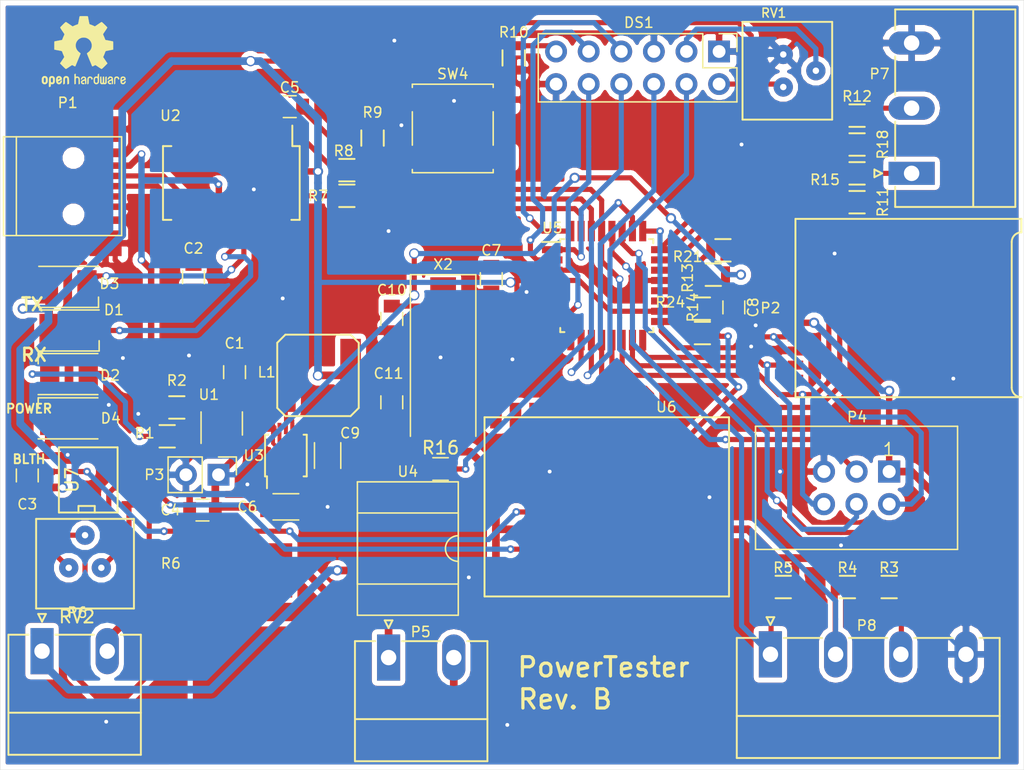
<source format=kicad_pcb>
(kicad_pcb (version 20171130) (host pcbnew 5.0.1-33cea8e~67~ubuntu16.04.1)

  (general
    (thickness 1.6)
    (drawings 10)
    (tracks 795)
    (zones 0)
    (modules 56)
    (nets 56)
  )

  (page A4)
  (layers
    (0 F.Cu signal)
    (31 B.Cu signal)
    (32 B.Adhes user)
    (33 F.Adhes user)
    (34 B.Paste user)
    (35 F.Paste user)
    (36 B.SilkS user)
    (37 F.SilkS user)
    (38 B.Mask user)
    (39 F.Mask user)
    (40 Dwgs.User user)
    (41 Cmts.User user)
    (42 Eco1.User user)
    (43 Eco2.User user)
    (44 Edge.Cuts user)
    (45 Margin user)
    (46 B.CrtYd user hide)
    (47 F.CrtYd user hide)
    (48 B.Fab user hide)
    (49 F.Fab user hide)
  )

  (setup
    (last_trace_width 0.25)
    (user_trace_width 0.3)
    (user_trace_width 0.4)
    (user_trace_width 0.5)
    (user_trace_width 0.6)
    (trace_clearance 0.1)
    (zone_clearance 0.4)
    (zone_45_only no)
    (trace_min 0.2)
    (segment_width 0.2)
    (edge_width 0.03)
    (via_size 0.6)
    (via_drill 0.3)
    (via_min_size 0.4)
    (via_min_drill 0.3)
    (user_via 0.6 0.3)
    (user_via 0.8 0.5)
    (uvia_size 0.6)
    (uvia_drill 0.3)
    (uvias_allowed no)
    (uvia_min_size 0.2)
    (uvia_min_drill 0.1)
    (pcb_text_width 0.3)
    (pcb_text_size 1.5 1.5)
    (mod_edge_width 0.15)
    (mod_text_size 0.8 0.8)
    (mod_text_width 0.12)
    (pad_size 11 4.02)
    (pad_drill 0)
    (pad_to_mask_clearance 0)
    (solder_mask_min_width 0.25)
    (aux_axis_origin 0 0)
    (visible_elements 7FFEFFFF)
    (pcbplotparams
      (layerselection 0x010f0_80000001)
      (usegerberextensions false)
      (usegerberattributes false)
      (usegerberadvancedattributes false)
      (creategerberjobfile false)
      (excludeedgelayer true)
      (linewidth 0.100000)
      (plotframeref false)
      (viasonmask false)
      (mode 1)
      (useauxorigin false)
      (hpglpennumber 1)
      (hpglpenspeed 20)
      (hpglpendiameter 15.000000)
      (psnegative false)
      (psa4output false)
      (plotreference true)
      (plotvalue false)
      (plotinvisibletext false)
      (padsonsilk false)
      (subtractmaskfromsilk false)
      (outputformat 1)
      (mirror false)
      (drillshape 0)
      (scaleselection 1)
      (outputdirectory "C:/Users/Ricardo.MARAS/Desktop/Stuff/Sveins/powertester/PowT_A/"))
  )

  (net 0 "")
  (net 1 "Net-(C1-Pad1)")
  (net 2 GND)
  (net 3 "Net-(C2-Pad1)")
  (net 4 /VBatt)
  (net 5 /RESET)
  (net 6 "Net-(C5-Pad2)")
  (net 7 +3V3)
  (net 8 "Net-(C8-Pad1)")
  (net 9 "Net-(C10-Pad2)")
  (net 10 "Net-(C11-Pad2)")
  (net 11 "Net-(D1-Pad1)")
  (net 12 "Net-(D2-Pad1)")
  (net 13 "Net-(D3-Pad1)")
  (net 14 "Net-(D4-Pad2)")
  (net 15 "Net-(DS1-Pad3)")
  (net 16 /RS)
  (net 17 /EN)
  (net 18 /D4)
  (net 19 /D5)
  (net 20 /D6)
  (net 21 /D7)
  (net 22 "Net-(DS1-Pad11)")
  (net 23 "Net-(L1-Pad1)")
  (net 24 "Net-(P1-Pad2)")
  (net 25 "Net-(P1-Pad3)")
  (net 26 /DO)
  (net 27 /CLK)
  (net 28 /DI)
  (net 29 /CS)
  (net 30 "Net-(P5-Pad1)")
  (net 31 "Net-(P5-Pad2)")
  (net 32 "Net-(P6-Pad1)")
  (net 33 "Net-(P6-Pad2)")
  (net 34 "Net-(P7-Pad1)")
  (net 35 "Net-(P7-Pad2)")
  (net 36 "Net-(R1-Pad1)")
  (net 37 "Net-(R2-Pad2)")
  (net 38 "Net-(R7-Pad1)")
  (net 39 "Net-(R7-Pad2)")
  (net 40 "Net-(R8-Pad1)")
  (net 41 "Net-(R8-Pad2)")
  (net 42 "Net-(R11-Pad2)")
  (net 43 "Net-(R12-Pad2)")
  (net 44 "Net-(R16-Pad2)")
  (net 45 "Net-(U5-Pad12)")
  (net 46 "Net-(U5-Pad13)")
  (net 47 /BTN_3)
  (net 48 /BTN_2)
  (net 49 /BTN_1)
  (net 50 /BattV)
  (net 51 "Net-(R14-Pad1)")
  (net 52 /Iext)
  (net 53 "Net-(RV2-Pad1)")
  (net 54 "Net-(RV2-Pad2)")
  (net 55 "Net-(R16-Pad1)")

  (net_class Default "This is the default net class."
    (clearance 0.1)
    (trace_width 0.25)
    (via_dia 0.6)
    (via_drill 0.3)
    (uvia_dia 0.6)
    (uvia_drill 0.3)
    (add_net "Net-(R16-Pad1)")
  )

  (net_class "Main 1" ""
    (clearance 0.1)
    (trace_width 0.4)
    (via_dia 0.6)
    (via_drill 0.3)
    (uvia_dia 0.6)
    (uvia_drill 0.3)
    (add_net /BTN_1)
    (add_net /BTN_2)
    (add_net /BTN_3)
    (add_net /BattV)
    (add_net /CLK)
    (add_net /CS)
    (add_net /D4)
    (add_net /D5)
    (add_net /D6)
    (add_net /D7)
    (add_net /DI)
    (add_net /DO)
    (add_net /EN)
    (add_net /Iext)
    (add_net /RESET)
    (add_net /RS)
    (add_net GND)
    (add_net "Net-(C10-Pad2)")
    (add_net "Net-(C11-Pad2)")
    (add_net "Net-(C2-Pad1)")
    (add_net "Net-(C5-Pad2)")
    (add_net "Net-(C8-Pad1)")
    (add_net "Net-(D1-Pad1)")
    (add_net "Net-(D2-Pad1)")
    (add_net "Net-(D3-Pad1)")
    (add_net "Net-(D4-Pad2)")
    (add_net "Net-(DS1-Pad11)")
    (add_net "Net-(DS1-Pad3)")
    (add_net "Net-(P1-Pad2)")
    (add_net "Net-(P1-Pad3)")
    (add_net "Net-(P7-Pad1)")
    (add_net "Net-(P7-Pad2)")
    (add_net "Net-(R1-Pad1)")
    (add_net "Net-(R11-Pad2)")
    (add_net "Net-(R12-Pad2)")
    (add_net "Net-(R14-Pad1)")
    (add_net "Net-(R16-Pad2)")
    (add_net "Net-(R2-Pad2)")
    (add_net "Net-(R7-Pad1)")
    (add_net "Net-(R7-Pad2)")
    (add_net "Net-(R8-Pad1)")
    (add_net "Net-(R8-Pad2)")
    (add_net "Net-(RV2-Pad1)")
    (add_net "Net-(RV2-Pad2)")
    (add_net "Net-(U5-Pad12)")
    (add_net "Net-(U5-Pad13)")
  )

  (net_class "Main 2" ""
    (clearance 0.1)
    (trace_width 0.5)
    (via_dia 0.6)
    (via_drill 0.3)
    (uvia_dia 0.6)
    (uvia_drill 0.3)
    (add_net "Net-(C1-Pad1)")
  )

  (net_class "Power 1" ""
    (clearance 0.1)
    (trace_width 0.6)
    (via_dia 0.8)
    (via_drill 0.5)
    (uvia_dia 0.8)
    (uvia_drill 0.5)
    (add_net +3V3)
    (add_net /VBatt)
    (add_net "Net-(L1-Pad1)")
    (add_net "Net-(P5-Pad1)")
    (add_net "Net-(P5-Pad2)")
    (add_net "Net-(P6-Pad1)")
    (add_net "Net-(P6-Pad2)")
  )

  (module electropepper:POT-3362P (layer F.Cu) (tedit 58912B5C) (tstamp 5BC9C265)
    (at 98.6 105.75 180)
    (path /5B4567C2)
    (fp_text reference RV2 (at 0.635 -3.81 180) (layer F.SilkS)
      (effects (font (size 1 1) (thickness 0.15)))
    )
    (fp_text value 100K (at 0 5.08 180) (layer F.Fab)
      (effects (font (size 1 1) (thickness 0.15)))
    )
    (fp_line (start 3.81 3.81) (end 3.81 -3.175) (layer F.SilkS) (width 0.15))
    (fp_line (start -3.81 -3.175) (end -3.81 3.81) (layer F.SilkS) (width 0.15))
    (fp_line (start -3.81 3.81) (end 3.81 3.81) (layer F.SilkS) (width 0.15))
    (fp_line (start -3.81 -3.175) (end 3.81 -3.175) (layer F.SilkS) (width 0.15))
    (pad 3 thru_hole circle (at 1.27 0 180) (size 1.5 1.5) (drill 0.5) (layers *.Cu *.Mask)
      (net 54 "Net-(RV2-Pad2)"))
    (pad 1 thru_hole circle (at -1.27 0 180) (size 1.5 1.5) (drill 0.5) (layers *.Cu *.Mask)
      (net 53 "Net-(RV2-Pad1)"))
    (pad 2 thru_hole circle (at 0 2.54 180) (size 1.5 1.5) (drill 0.5) (layers *.Cu *.Mask)
      (net 54 "Net-(RV2-Pad2)"))
  )

  (module Capacitors_SMD:C_0805 (layer F.Cu) (tedit 58A6CA12) (tstamp 589CF621)
    (at 114.55 69.8 180)
    (descr "Capacitor SMD 0805, reflow soldering, AVX (see smccp.pdf)")
    (tags "capacitor 0805")
    (path /5891E9F8)
    (attr smd)
    (fp_text reference C5 (at 0 1.5 180) (layer F.SilkS)
      (effects (font (size 0.8 0.8) (thickness 0.12)))
    )
    (fp_text value 100nF (at 0 2.1 180) (layer F.Fab)
      (effects (font (size 1 1) (thickness 0.15)))
    )
    (fp_line (start -1 0.625) (end -1 -0.625) (layer F.Fab) (width 0.1))
    (fp_line (start 1 0.625) (end -1 0.625) (layer F.Fab) (width 0.1))
    (fp_line (start 1 -0.625) (end 1 0.625) (layer F.Fab) (width 0.1))
    (fp_line (start -1 -0.625) (end 1 -0.625) (layer F.Fab) (width 0.1))
    (fp_line (start -1.8 -1) (end 1.8 -1) (layer F.CrtYd) (width 0.05))
    (fp_line (start -1.8 1) (end 1.8 1) (layer F.CrtYd) (width 0.05))
    (fp_line (start -1.8 -1) (end -1.8 1) (layer F.CrtYd) (width 0.05))
    (fp_line (start 1.8 -1) (end 1.8 1) (layer F.CrtYd) (width 0.05))
    (fp_line (start 0.5 -0.85) (end -0.5 -0.85) (layer F.SilkS) (width 0.12))
    (fp_line (start -0.5 0.85) (end 0.5 0.85) (layer F.SilkS) (width 0.12))
    (pad 1 smd rect (at -1 0 180) (size 1 1.25) (layers F.Cu F.Paste F.Mask)
      (net 5 /RESET))
    (pad 2 smd rect (at 1 0 180) (size 1 1.25) (layers F.Cu F.Paste F.Mask)
      (net 6 "Net-(C5-Pad2)"))
    (model Capacitors_SMD.3dshapes/C_0805.wrl
      (at (xyz 0 0 0))
      (scale (xyz 1 1 1))
      (rotate (xyz 0 0 0))
    )
  )

  (module Resistors_SMD:R_0805 (layer F.Cu) (tedit 58A6CCF6) (tstamp 589CF90C)
    (at 148.3 81 180)
    (descr "Resistor SMD 0805, reflow soldering, Vishay (see dcrcw.pdf)")
    (tags "resistor 0805")
    (path /588CFF5E)
    (attr smd)
    (fp_text reference R21 (at 2.75 -0.5 180) (layer F.SilkS)
      (effects (font (size 0.8 0.8) (thickness 0.12)))
    )
    (fp_text value 2K2 (at 0 2.1 180) (layer F.Fab)
      (effects (font (size 1 1) (thickness 0.15)))
    )
    (fp_line (start -1 0.625) (end -1 -0.625) (layer F.Fab) (width 0.1))
    (fp_line (start 1 0.625) (end -1 0.625) (layer F.Fab) (width 0.1))
    (fp_line (start 1 -0.625) (end 1 0.625) (layer F.Fab) (width 0.1))
    (fp_line (start -1 -0.625) (end 1 -0.625) (layer F.Fab) (width 0.1))
    (fp_line (start -1.6 -1) (end 1.6 -1) (layer F.CrtYd) (width 0.05))
    (fp_line (start -1.6 1) (end 1.6 1) (layer F.CrtYd) (width 0.05))
    (fp_line (start -1.6 -1) (end -1.6 1) (layer F.CrtYd) (width 0.05))
    (fp_line (start 1.6 -1) (end 1.6 1) (layer F.CrtYd) (width 0.05))
    (fp_line (start 0.6 0.875) (end -0.6 0.875) (layer F.SilkS) (width 0.15))
    (fp_line (start -0.6 -0.875) (end 0.6 -0.875) (layer F.SilkS) (width 0.15))
    (pad 1 smd rect (at -0.95 0 180) (size 0.7 1.3) (layers F.Cu F.Paste F.Mask)
      (net 2 GND))
    (pad 2 smd rect (at 0.95 0 180) (size 0.7 1.3) (layers F.Cu F.Paste F.Mask)
      (net 50 /BattV))
    (model Resistors_SMD.3dshapes/R_0805.wrl
      (at (xyz 0 0 0))
      (scale (xyz 1 1 1))
      (rotate (xyz 0 0 0))
    )
  )

  (module Resistors_SMD:R_0805 (layer F.Cu) (tedit 58A6CCD5) (tstamp 589CF89C)
    (at 146.7 87.45 180)
    (descr "Resistor SMD 0805, reflow soldering, Vishay (see dcrcw.pdf)")
    (tags "resistor 0805")
    (path /588CE276)
    (attr smd)
    (fp_text reference R14 (at 0.75 2 -90) (layer F.SilkS)
      (effects (font (size 0.8 0.8) (thickness 0.12)))
    )
    (fp_text value 22K (at 0 2.1 180) (layer F.Fab)
      (effects (font (size 1 1) (thickness 0.15)))
    )
    (fp_line (start -1 0.625) (end -1 -0.625) (layer F.Fab) (width 0.1))
    (fp_line (start 1 0.625) (end -1 0.625) (layer F.Fab) (width 0.1))
    (fp_line (start 1 -0.625) (end 1 0.625) (layer F.Fab) (width 0.1))
    (fp_line (start -1 -0.625) (end 1 -0.625) (layer F.Fab) (width 0.1))
    (fp_line (start -1.6 -1) (end 1.6 -1) (layer F.CrtYd) (width 0.05))
    (fp_line (start -1.6 1) (end 1.6 1) (layer F.CrtYd) (width 0.05))
    (fp_line (start -1.6 -1) (end -1.6 1) (layer F.CrtYd) (width 0.05))
    (fp_line (start 1.6 -1) (end 1.6 1) (layer F.CrtYd) (width 0.05))
    (fp_line (start 0.6 0.875) (end -0.6 0.875) (layer F.SilkS) (width 0.15))
    (fp_line (start -0.6 -0.875) (end 0.6 -0.875) (layer F.SilkS) (width 0.15))
    (pad 1 smd rect (at -0.95 0 180) (size 0.7 1.3) (layers F.Cu F.Paste F.Mask)
      (net 51 "Net-(R14-Pad1)"))
    (pad 2 smd rect (at 0.95 0 180) (size 0.7 1.3) (layers F.Cu F.Paste F.Mask)
      (net 52 /Iext))
    (model Resistors_SMD.3dshapes/R_0805.wrl
      (at (xyz 0 0 0))
      (scale (xyz 1 1 1))
      (rotate (xyz 0 0 0))
    )
  )

  (module Resistors_SMD:R_0805 (layer F.Cu) (tedit 58A6CD53) (tstamp 589CF8AC)
    (at 158.75 77.25)
    (descr "Resistor SMD 0805, reflow soldering, Vishay (see dcrcw.pdf)")
    (tags "resistor 0805")
    (path /588BDB9F)
    (attr smd)
    (fp_text reference R15 (at -2.5 -1.75) (layer F.SilkS)
      (effects (font (size 0.8 0.8) (thickness 0.12)))
    )
    (fp_text value 2K2 (at 0 2.1) (layer F.Fab)
      (effects (font (size 1 1) (thickness 0.15)))
    )
    (fp_line (start -1 0.625) (end -1 -0.625) (layer F.Fab) (width 0.1))
    (fp_line (start 1 0.625) (end -1 0.625) (layer F.Fab) (width 0.1))
    (fp_line (start 1 -0.625) (end 1 0.625) (layer F.Fab) (width 0.1))
    (fp_line (start -1 -0.625) (end 1 -0.625) (layer F.Fab) (width 0.1))
    (fp_line (start -1.6 -1) (end 1.6 -1) (layer F.CrtYd) (width 0.05))
    (fp_line (start -1.6 1) (end 1.6 1) (layer F.CrtYd) (width 0.05))
    (fp_line (start -1.6 -1) (end -1.6 1) (layer F.CrtYd) (width 0.05))
    (fp_line (start 1.6 -1) (end 1.6 1) (layer F.CrtYd) (width 0.05))
    (fp_line (start 0.6 0.875) (end -0.6 0.875) (layer F.SilkS) (width 0.15))
    (fp_line (start -0.6 -0.875) (end 0.6 -0.875) (layer F.SilkS) (width 0.15))
    (pad 1 smd rect (at -0.95 0) (size 0.7 1.3) (layers F.Cu F.Paste F.Mask)
      (net 2 GND))
    (pad 2 smd rect (at 0.95 0) (size 0.7 1.3) (layers F.Cu F.Paste F.Mask)
      (net 42 "Net-(R11-Pad2)"))
    (model Resistors_SMD.3dshapes/R_0805.wrl
      (at (xyz 0 0 0))
      (scale (xyz 1 1 1))
      (rotate (xyz 0 0 0))
    )
  )

  (module Housings_SSOP:SSOP-28_5.3x10.2mm_Pitch0.65mm (layer F.Cu) (tedit 58A6CAA2) (tstamp 589CFA0F)
    (at 110 75.75 270)
    (descr "28-Lead Plastic Shrink Small Outline (SS)-5.30 mm Body [SSOP] (see Microchip Packaging Specification 00000049BS.pdf)")
    (tags "SSOP 0.65")
    (path /588015E2)
    (attr smd)
    (fp_text reference U2 (at -5.25 4.75) (layer F.SilkS)
      (effects (font (size 0.8 0.8) (thickness 0.12)))
    )
    (fp_text value FT232RL (at 0 6.25 270) (layer F.Fab)
      (effects (font (size 1 1) (thickness 0.15)))
    )
    (fp_line (start -1.65 -5.1) (end 2.65 -5.1) (layer F.Fab) (width 0.15))
    (fp_line (start 2.65 -5.1) (end 2.65 5.1) (layer F.Fab) (width 0.15))
    (fp_line (start 2.65 5.1) (end -2.65 5.1) (layer F.Fab) (width 0.15))
    (fp_line (start -2.65 5.1) (end -2.65 -4.1) (layer F.Fab) (width 0.15))
    (fp_line (start -2.65 -4.1) (end -1.65 -5.1) (layer F.Fab) (width 0.15))
    (fp_line (start -4.75 -5.5) (end -4.75 5.5) (layer F.CrtYd) (width 0.05))
    (fp_line (start 4.75 -5.5) (end 4.75 5.5) (layer F.CrtYd) (width 0.05))
    (fp_line (start -4.75 -5.5) (end 4.75 -5.5) (layer F.CrtYd) (width 0.05))
    (fp_line (start -4.75 5.5) (end 4.75 5.5) (layer F.CrtYd) (width 0.05))
    (fp_line (start -2.875 -5.325) (end -2.875 -4.75) (layer F.SilkS) (width 0.15))
    (fp_line (start 2.875 -5.325) (end 2.875 -4.675) (layer F.SilkS) (width 0.15))
    (fp_line (start 2.875 5.325) (end 2.875 4.675) (layer F.SilkS) (width 0.15))
    (fp_line (start -2.875 5.325) (end -2.875 4.675) (layer F.SilkS) (width 0.15))
    (fp_line (start -2.875 -5.325) (end 2.875 -5.325) (layer F.SilkS) (width 0.15))
    (fp_line (start -2.875 5.325) (end 2.875 5.325) (layer F.SilkS) (width 0.15))
    (fp_line (start -2.875 -4.75) (end -4.475 -4.75) (layer F.SilkS) (width 0.15))
    (pad 1 smd rect (at -3.6 -4.225 270) (size 1.75 0.45) (layers F.Cu F.Paste F.Mask)
      (net 40 "Net-(R8-Pad1)"))
    (pad 2 smd rect (at -3.6 -3.575 270) (size 1.75 0.45) (layers F.Cu F.Paste F.Mask)
      (net 6 "Net-(C5-Pad2)"))
    (pad 3 smd rect (at -3.6 -2.925 270) (size 1.75 0.45) (layers F.Cu F.Paste F.Mask))
    (pad 4 smd rect (at -3.6 -2.275 270) (size 1.75 0.45) (layers F.Cu F.Paste F.Mask)
      (net 7 +3V3))
    (pad 5 smd rect (at -3.6 -1.625 270) (size 1.75 0.45) (layers F.Cu F.Paste F.Mask)
      (net 38 "Net-(R7-Pad1)"))
    (pad 6 smd rect (at -3.6 -0.975 270) (size 1.75 0.45) (layers F.Cu F.Paste F.Mask))
    (pad 7 smd rect (at -3.6 -0.325 270) (size 1.75 0.45) (layers F.Cu F.Paste F.Mask)
      (net 2 GND))
    (pad 8 smd rect (at -3.6 0.325 270) (size 1.75 0.45) (layers F.Cu F.Paste F.Mask))
    (pad 9 smd rect (at -3.6 0.975 270) (size 1.75 0.45) (layers F.Cu F.Paste F.Mask))
    (pad 10 smd rect (at -3.6 1.625 270) (size 1.75 0.45) (layers F.Cu F.Paste F.Mask))
    (pad 11 smd rect (at -3.6 2.275 270) (size 1.75 0.45) (layers F.Cu F.Paste F.Mask))
    (pad 12 smd rect (at -3.6 2.925 270) (size 1.75 0.45) (layers F.Cu F.Paste F.Mask))
    (pad 13 smd rect (at -3.6 3.575 270) (size 1.75 0.45) (layers F.Cu F.Paste F.Mask))
    (pad 14 smd rect (at -3.6 4.225 270) (size 1.75 0.45) (layers F.Cu F.Paste F.Mask))
    (pad 15 smd rect (at 3.6 4.225 270) (size 1.75 0.45) (layers F.Cu F.Paste F.Mask)
      (net 25 "Net-(P1-Pad3)"))
    (pad 16 smd rect (at 3.6 3.575 270) (size 1.75 0.45) (layers F.Cu F.Paste F.Mask)
      (net 24 "Net-(P1-Pad2)"))
    (pad 17 smd rect (at 3.6 2.925 270) (size 1.75 0.45) (layers F.Cu F.Paste F.Mask)
      (net 3 "Net-(C2-Pad1)"))
    (pad 18 smd rect (at 3.6 2.275 270) (size 1.75 0.45) (layers F.Cu F.Paste F.Mask)
      (net 2 GND))
    (pad 19 smd rect (at 3.6 1.625 270) (size 1.75 0.45) (layers F.Cu F.Paste F.Mask))
    (pad 20 smd rect (at 3.6 0.975 270) (size 1.75 0.45) (layers F.Cu F.Paste F.Mask)
      (net 1 "Net-(C1-Pad1)"))
    (pad 21 smd rect (at 3.6 0.325 270) (size 1.75 0.45) (layers F.Cu F.Paste F.Mask)
      (net 2 GND))
    (pad 22 smd rect (at 3.6 -0.325 270) (size 1.75 0.45) (layers F.Cu F.Paste F.Mask)
      (net 12 "Net-(D2-Pad1)"))
    (pad 23 smd rect (at 3.6 -0.975 270) (size 1.75 0.45) (layers F.Cu F.Paste F.Mask)
      (net 13 "Net-(D3-Pad1)"))
    (pad 24 smd rect (at 3.6 -1.625 270) (size 1.75 0.45) (layers F.Cu F.Paste F.Mask))
    (pad 25 smd rect (at 3.6 -2.275 270) (size 1.75 0.45) (layers F.Cu F.Paste F.Mask)
      (net 2 GND))
    (pad 26 smd rect (at 3.6 -2.925 270) (size 1.75 0.45) (layers F.Cu F.Paste F.Mask)
      (net 2 GND))
    (pad 27 smd rect (at 3.6 -3.575 270) (size 1.75 0.45) (layers F.Cu F.Paste F.Mask))
    (pad 28 smd rect (at 3.6 -4.225 270) (size 1.75 0.45) (layers F.Cu F.Paste F.Mask))
    (model Housings_SSOP.3dshapes/SSOP-28_5.3x10.2mm_Pitch0.65mm.wrl
      (at (xyz 0 0 0))
      (scale (xyz 1 1 1))
      (rotate (xyz 0 0 0))
    )
  )

  (module "Electropepper parts:D2PAK" (layer F.Cu) (tedit 58A6D2C5) (tstamp 589CF81C)
    (at 111 116.75 180)
    (path /588AD718)
    (fp_text reference R6 (at 5.717 11.34 180) (layer F.SilkS)
      (effects (font (size 0.8 0.8) (thickness 0.12)))
    )
    (fp_text value PWR263S-20-R500F (at 6.985 12.065 180) (layer F.Fab)
      (effects (font (size 1 1) (thickness 0.15)))
    )
    (pad 2 smd rect (at 2.54 10.795 180) (size 2.4 4.23) (layers F.Cu F.Paste F.Mask)
      (net 33 "Net-(P6-Pad2)"))
    (pad 3 smd rect (at 0 -1.905 180) (size 11 4.02) (layers F.Cu F.Paste F.Mask)
      (zone_connect 2))
    (pad 4 smd rect (at 0 3.175 180) (size 8 6.5) (layers F.Cu F.Paste F.Mask)
      (zone_connect 2))
    (pad 1 smd rect (at -2.54 10.795 180) (size 2.4 4.23) (layers F.Cu F.Paste F.Mask)
      (net 31 "Net-(P5-Pad2)"))
  )

  (module "Electropepper parts:SRN6028" (layer F.Cu) (tedit 58A6CB4D) (tstamp 589CF724)
    (at 116.75 90.75)
    (path /5889C7D1)
    (fp_text reference L1 (at -4 -0.25) (layer F.SilkS)
      (effects (font (size 0.8 0.8) (thickness 0.12)))
    )
    (fp_text value 6.2uH (at 0 4.445) (layer F.Fab)
      (effects (font (size 1 1) (thickness 0.15)))
    )
    (fp_line (start -3.175 2.54) (end -3.175 -2.54) (layer F.SilkS) (width 0.15))
    (fp_line (start 2.54 3.175) (end -2.54 3.175) (layer F.SilkS) (width 0.15))
    (fp_line (start 3.175 -2.54) (end 3.175 2.54) (layer F.SilkS) (width 0.15))
    (fp_line (start -2.54 -3.175) (end 2.54 -3.175) (layer F.SilkS) (width 0.15))
    (fp_line (start 2.54 3.175) (end 3.175 2.54) (layer F.SilkS) (width 0.15))
    (fp_line (start -3.175 2.54) (end -2.54 3.175) (layer F.SilkS) (width 0.15))
    (fp_line (start 3.175 -2.54) (end 2.54 -3.175) (layer F.SilkS) (width 0.15))
    (fp_line (start -3.175 -2.54) (end -2.54 -3.175) (layer F.SilkS) (width 0.15))
    (pad 1 smd rect (at -2.54 0) (size 1.6 5.7) (layers F.Cu F.Paste F.Mask)
      (net 23 "Net-(L1-Pad1)"))
    (pad 2 smd rect (at 2.54 0) (size 1.6 5.7) (layers F.Cu F.Paste F.Mask)
      (net 7 +3V3))
  )

  (module "Electropepper parts:POT-3362P" (layer F.Cu) (tedit 58A6CC75) (tstamp 589CF967)
    (at 153 67 90)
    (path /58876A24)
    (fp_text reference RV1 (at 4.5 -0.75 180) (layer F.SilkS)
      (effects (font (size 0.7 0.7) (thickness 0.12)))
    )
    (fp_text value 10K (at 0 5.08 90) (layer F.Fab)
      (effects (font (size 1 1) (thickness 0.15)))
    )
    (fp_line (start -3.81 -3.175) (end 3.81 -3.175) (layer F.SilkS) (width 0.15))
    (fp_line (start -3.81 3.81) (end 3.81 3.81) (layer F.SilkS) (width 0.15))
    (fp_line (start -3.81 -3.175) (end -3.81 3.81) (layer F.SilkS) (width 0.15))
    (fp_line (start 3.81 3.81) (end 3.81 -3.175) (layer F.SilkS) (width 0.15))
    (pad 2 thru_hole circle (at 0 2.54 90) (size 1.5 1.5) (drill 0.5) (layers *.Cu *.Mask)
      (net 15 "Net-(DS1-Pad3)"))
    (pad 1 thru_hole circle (at -1.27 0 90) (size 1.5 1.5) (drill 0.5) (layers *.Cu *.Mask)
      (net 7 +3V3))
    (pad 3 thru_hole circle (at 1.27 0 90) (size 1.5 1.5) (drill 0.5) (layers *.Cu *.Mask)
      (net 2 GND))
  )

  (module "Electropepper parts:HM-11" (layer F.Cu) (tedit 58A5D3AE) (tstamp 589CFAA1)
    (at 139.25 101 270)
    (path /588DDD28)
    (fp_text reference U6 (at -7.782 -4.641) (layer F.SilkS)
      (effects (font (size 0.8 0.8) (thickness 0.12)))
    )
    (fp_text value HM-11 (at 0 10.795 270) (layer F.Fab)
      (effects (font (size 1 1) (thickness 0.15)))
    )
    (fp_line (start -6.985 9.525) (end 6.985 9.525) (layer F.SilkS) (width 0.15))
    (fp_line (start 6.985 -9.525) (end 6.985 9.525) (layer F.SilkS) (width 0.15))
    (fp_line (start -6.985 -9.525) (end -6.985 9.525) (layer F.SilkS) (width 0.15))
    (fp_line (start -6.985 -9.525) (end 6.985 -9.525) (layer F.SilkS) (width 0.15))
    (pad 16 smd rect (at 7.112 -2.032 270) (size 2 0.9) (layers F.Cu F.Paste F.Mask))
    (pad 15 smd rect (at 7.112 -0.508 270) (size 2 0.9) (layers F.Cu F.Paste F.Mask)
      (net 14 "Net-(D4-Pad2)"))
    (pad 14 smd rect (at 7.112 1.016 270) (size 2 0.9) (layers F.Cu F.Paste F.Mask))
    (pad 13 smd rect (at 7.112 2.54 270) (size 2 0.9) (layers F.Cu F.Paste F.Mask))
    (pad 9 smd rect (at 7.112 8.636 270) (size 2 0.9) (layers F.Cu F.Paste F.Mask)
      (net 7 +3V3))
    (pad 10 smd rect (at 7.112 7.112 270) (size 2 0.9) (layers F.Cu F.Paste F.Mask))
    (pad 11 smd rect (at 7.112 5.588 270) (size 2 0.9) (layers F.Cu F.Paste F.Mask))
    (pad 12 smd rect (at 7.112 4.064 270) (size 2 0.9) (layers F.Cu F.Paste F.Mask)
      (net 2 GND))
    (pad 5 smd rect (at -7.112 4.064 270) (size 2 0.9) (layers F.Cu F.Paste F.Mask))
    (pad 6 smd rect (at -7.112 5.588 270) (size 2 0.9) (layers F.Cu F.Paste F.Mask))
    (pad 7 smd rect (at -7.112 7.112 270) (size 2 0.9) (layers F.Cu F.Paste F.Mask))
    (pad 8 smd rect (at -7.112 8.636 270) (size 2 0.9) (layers F.Cu F.Paste F.Mask))
    (pad 4 smd rect (at -7.112 2.54 270) (size 2 0.9) (layers F.Cu F.Paste F.Mask)
      (net 46 "Net-(U5-Pad13)"))
    (pad 3 smd rect (at -7.112 1.016 270) (size 2 0.9) (layers F.Cu F.Paste F.Mask))
    (pad 2 smd rect (at -7.112 -0.508 270) (size 2 0.9) (layers F.Cu F.Paste F.Mask)
      (net 45 "Net-(U5-Pad12)"))
    (pad 1 smd rect (at -7.112 -2.032 270) (size 2 0.9) (layers F.Cu F.Paste F.Mask))
  )

  (module Connectors_Phoenix:PhoenixContact_MC-G_03x5.08mm_Angled (layer F.Cu) (tedit 58A6CD1A) (tstamp 589D03A1)
    (at 163 75 90)
    (descr "Generic Phoenix Contact connector footprint for series: MC-G; number of pins: 03; pin pitch: 5.08mm; Angled || order number: 1836192 8A 320V")
    (tags "phoenix_contact connector MC_01x03_G_5.08mm")
    (path /589D8DE1)
    (fp_text reference P7 (at 7.75 -2.5 180) (layer F.SilkS)
      (effects (font (size 0.8 0.8) (thickness 0.12)))
    )
    (fp_text value "Voltages In" (at 5.08 9.5 90) (layer F.Fab)
      (effects (font (size 1 1) (thickness 0.15)))
    )
    (fp_line (start -2.62 -1.28) (end -2.62 8.08) (layer F.SilkS) (width 0.15))
    (fp_line (start -2.62 8.08) (end 12.78 8.08) (layer F.SilkS) (width 0.15))
    (fp_line (start 12.78 8.08) (end 12.78 -1.28) (layer F.SilkS) (width 0.15))
    (fp_line (start -2.62 -1.28) (end -1.05 -1.28) (layer F.SilkS) (width 0.15))
    (fp_line (start 12.78 -1.28) (end 11.21 -1.28) (layer F.SilkS) (width 0.15))
    (fp_line (start 1.05 -1.28) (end 4.03 -1.28) (layer F.SilkS) (width 0.15))
    (fp_line (start 6.13 -1.28) (end 9.11 -1.28) (layer F.SilkS) (width 0.15))
    (fp_line (start -2.62 4.8) (end 12.78 4.8) (layer F.SilkS) (width 0.15))
    (fp_line (start -3.1 -2.3) (end -3.1 8.5) (layer F.CrtYd) (width 0.05))
    (fp_line (start -3.1 8.5) (end 13.2 8.5) (layer F.CrtYd) (width 0.05))
    (fp_line (start 13.2 8.5) (end 13.2 -2.3) (layer F.CrtYd) (width 0.05))
    (fp_line (start 13.2 -2.3) (end -3.1 -2.3) (layer F.CrtYd) (width 0.05))
    (fp_line (start 0 -2.3) (end 0.3 -2.9) (layer F.SilkS) (width 0.15))
    (fp_line (start 0.3 -2.9) (end -0.3 -2.9) (layer F.SilkS) (width 0.15))
    (fp_line (start -0.3 -2.9) (end 0 -2.3) (layer F.SilkS) (width 0.15))
    (pad 1 thru_hole rect (at 0 0 90) (size 1.8 3.6) (drill 1.2) (layers *.Cu *.Mask)
      (net 34 "Net-(P7-Pad1)"))
    (pad 2 thru_hole oval (at 5.08 0 90) (size 1.8 3.6) (drill 1.2) (layers *.Cu *.Mask)
      (net 35 "Net-(P7-Pad2)"))
    (pad 3 thru_hole oval (at 10.16 0 90) (size 1.8 3.6) (drill 1.2) (layers *.Cu *.Mask)
      (net 2 GND))
    (model Connectors_Phoenix.3dshapes/PhoenixContact_MC-G_03x5.08mm_Angled.wrl
      (at (xyz 0 0 0))
      (scale (xyz 1 1 1))
      (rotate (xyz 0 0 0))
    )
  )

  (module Connectors_Phoenix:PhoenixContact_MC-G_04x5.08mm_Angled (layer F.Cu) (tedit 58A6CC42) (tstamp 589D0220)
    (at 152 112.5)
    (descr "Generic Phoenix Contact connector footprint for series: MC-G; number of pins: 04; pin pitch: 5.08mm; Angled || order number: 1836202 8A 320V")
    (tags "phoenix_contact connector MC_01x04_G_5.08mm")
    (path /589D3AE4)
    (fp_text reference P8 (at 7.5 -2.25) (layer F.SilkS)
      (effects (font (size 0.8 0.8) (thickness 0.12)))
    )
    (fp_text value CONN_01X04 (at 7.62 9.5) (layer F.Fab)
      (effects (font (size 1 1) (thickness 0.15)))
    )
    (fp_line (start -2.62 -1.28) (end -2.62 8.08) (layer F.SilkS) (width 0.15))
    (fp_line (start -2.62 8.08) (end 17.86 8.08) (layer F.SilkS) (width 0.15))
    (fp_line (start 17.86 8.08) (end 17.86 -1.28) (layer F.SilkS) (width 0.15))
    (fp_line (start -2.62 -1.28) (end -1.05 -1.28) (layer F.SilkS) (width 0.15))
    (fp_line (start 17.86 -1.28) (end 16.29 -1.28) (layer F.SilkS) (width 0.15))
    (fp_line (start 1.05 -1.28) (end 4.03 -1.28) (layer F.SilkS) (width 0.15))
    (fp_line (start 6.13 -1.28) (end 9.11 -1.28) (layer F.SilkS) (width 0.15))
    (fp_line (start 11.21 -1.28) (end 14.19 -1.28) (layer F.SilkS) (width 0.15))
    (fp_line (start -2.62 4.8) (end 17.86 4.8) (layer F.SilkS) (width 0.15))
    (fp_line (start -3.1 -2.3) (end -3.1 8.5) (layer F.CrtYd) (width 0.05))
    (fp_line (start -3.1 8.5) (end 18.3 8.5) (layer F.CrtYd) (width 0.05))
    (fp_line (start 18.3 8.5) (end 18.3 -2.3) (layer F.CrtYd) (width 0.05))
    (fp_line (start 18.3 -2.3) (end -3.1 -2.3) (layer F.CrtYd) (width 0.05))
    (fp_line (start 0 -2.3) (end 0.3 -2.9) (layer F.SilkS) (width 0.15))
    (fp_line (start 0.3 -2.9) (end -0.3 -2.9) (layer F.SilkS) (width 0.15))
    (fp_line (start -0.3 -2.9) (end 0 -2.3) (layer F.SilkS) (width 0.15))
    (pad 1 thru_hole rect (at 0 0) (size 1.8 3.6) (drill 1.2) (layers *.Cu *.Mask)
      (net 47 /BTN_3))
    (pad 2 thru_hole oval (at 5.08 0) (size 1.8 3.6) (drill 1.2) (layers *.Cu *.Mask)
      (net 48 /BTN_2))
    (pad 3 thru_hole oval (at 10.16 0) (size 1.8 3.6) (drill 1.2) (layers *.Cu *.Mask)
      (net 49 /BTN_1))
    (pad 4 thru_hole oval (at 15.24 0) (size 1.8 3.6) (drill 1.2) (layers *.Cu *.Mask)
      (net 2 GND))
    (model Connectors_Phoenix.3dshapes/PhoenixContact_MC-G_04x5.08mm_Angled.wrl
      (at (xyz 0 0 0))
      (scale (xyz 1 1 1))
      (rotate (xyz 0 0 0))
    )
  )

  (module Crystals:Crystal_SMD_HC49-SD (layer F.Cu) (tedit 58A6CC1B) (tstamp 589CFACB)
    (at 126.5 89.6 270)
    (descr "SMD Crystal HC-49-SD http://cdn-reichelt.de/documents/datenblatt/B400/xxx-HC49-SMD.pdf, 11.4x4.7mm^2 package")
    (tags "SMD SMT crystal")
    (path /588196A3)
    (attr smd)
    (fp_text reference X2 (at -7.5 0) (layer F.SilkS)
      (effects (font (size 0.8 0.8) (thickness 0.12)))
    )
    (fp_text value 8Mhz (at 0 3.55 270) (layer F.Fab)
      (effects (font (size 1 1) (thickness 0.15)))
    )
    (fp_arc (start -3.015 0) (end -3.015 -2.115) (angle -180) (layer F.Fab) (width 0.1))
    (fp_arc (start 3.015 0) (end 3.015 -2.115) (angle 180) (layer F.Fab) (width 0.1))
    (fp_line (start -5.7 -2.35) (end -5.7 2.35) (layer F.Fab) (width 0.1))
    (fp_line (start -5.7 2.35) (end 5.7 2.35) (layer F.Fab) (width 0.1))
    (fp_line (start 5.7 2.35) (end 5.7 -2.35) (layer F.Fab) (width 0.1))
    (fp_line (start 5.7 -2.35) (end -5.7 -2.35) (layer F.Fab) (width 0.1))
    (fp_line (start -3.015 -2.115) (end 3.015 -2.115) (layer F.Fab) (width 0.1))
    (fp_line (start -3.015 2.115) (end 3.015 2.115) (layer F.Fab) (width 0.1))
    (fp_line (start 5.9 -2.55) (end -6.7 -2.55) (layer F.SilkS) (width 0.12))
    (fp_line (start -6.7 -2.55) (end -6.7 2.55) (layer F.SilkS) (width 0.12))
    (fp_line (start -6.7 2.55) (end 5.9 2.55) (layer F.SilkS) (width 0.12))
    (fp_line (start -6.8 -2.6) (end -6.8 2.6) (layer F.CrtYd) (width 0.05))
    (fp_line (start -6.8 2.6) (end 6.8 2.6) (layer F.CrtYd) (width 0.05))
    (fp_line (start 6.8 2.6) (end 6.8 -2.6) (layer F.CrtYd) (width 0.05))
    (fp_line (start 6.8 -2.6) (end -6.8 -2.6) (layer F.CrtYd) (width 0.05))
    (pad 1 smd rect (at -4.25 0 270) (size 4.5 2) (layers F.Cu F.Mask)
      (net 9 "Net-(C10-Pad2)"))
    (pad 2 smd rect (at 4.25 0 270) (size 4.5 2) (layers F.Cu F.Mask)
      (net 10 "Net-(C11-Pad2)"))
    (model Crystals.3dshapes/Crystal_SMD_HC49-SD.wrl
      (at (xyz 0 0 0))
      (scale (xyz 1 1 1))
      (rotate (xyz 0 0 0))
    )
  )

  (module Housings_QFP:TQFP-32_7x7mm_Pitch0.8mm (layer F.Cu) (tedit 58A6CC89) (tstamp 589CFA89)
    (at 139.25 83.75)
    (descr "32-Lead Plastic Thin Quad Flatpack (PT) - 7x7x1.0 mm Body, 2.00 mm [TQFP] (see Microchip Packaging Specification 00000049BS.pdf)")
    (tags "QFP 0.8")
    (path /587FFE62)
    (attr smd)
    (fp_text reference U5 (at -4.25 -4.5) (layer F.SilkS)
      (effects (font (size 0.8 0.8) (thickness 0.12)))
    )
    (fp_text value ATMEGA328P-A (at 0 6.05) (layer F.Fab)
      (effects (font (size 1 1) (thickness 0.15)))
    )
    (fp_text user %R (at 0 0) (layer F.Fab)
      (effects (font (size 1 1) (thickness 0.15)))
    )
    (fp_line (start -2.5 -3.5) (end 3.5 -3.5) (layer F.Fab) (width 0.15))
    (fp_line (start 3.5 -3.5) (end 3.5 3.5) (layer F.Fab) (width 0.15))
    (fp_line (start 3.5 3.5) (end -3.5 3.5) (layer F.Fab) (width 0.15))
    (fp_line (start -3.5 3.5) (end -3.5 -2.5) (layer F.Fab) (width 0.15))
    (fp_line (start -3.5 -2.5) (end -2.5 -3.5) (layer F.Fab) (width 0.15))
    (fp_line (start -5.3 -5.3) (end -5.3 5.3) (layer F.CrtYd) (width 0.05))
    (fp_line (start 5.3 -5.3) (end 5.3 5.3) (layer F.CrtYd) (width 0.05))
    (fp_line (start -5.3 -5.3) (end 5.3 -5.3) (layer F.CrtYd) (width 0.05))
    (fp_line (start -5.3 5.3) (end 5.3 5.3) (layer F.CrtYd) (width 0.05))
    (fp_line (start -3.625 -3.625) (end -3.625 -3.4) (layer F.SilkS) (width 0.15))
    (fp_line (start 3.625 -3.625) (end 3.625 -3.3) (layer F.SilkS) (width 0.15))
    (fp_line (start 3.625 3.625) (end 3.625 3.3) (layer F.SilkS) (width 0.15))
    (fp_line (start -3.625 3.625) (end -3.625 3.3) (layer F.SilkS) (width 0.15))
    (fp_line (start -3.625 -3.625) (end -3.3 -3.625) (layer F.SilkS) (width 0.15))
    (fp_line (start -3.625 3.625) (end -3.3 3.625) (layer F.SilkS) (width 0.15))
    (fp_line (start 3.625 3.625) (end 3.3 3.625) (layer F.SilkS) (width 0.15))
    (fp_line (start 3.625 -3.625) (end 3.3 -3.625) (layer F.SilkS) (width 0.15))
    (fp_line (start -3.625 -3.4) (end -5.05 -3.4) (layer F.SilkS) (width 0.15))
    (pad 1 smd rect (at -4.25 -2.8) (size 1.6 0.55) (layers F.Cu F.Paste F.Mask)
      (net 19 /D5))
    (pad 2 smd rect (at -4.25 -2) (size 1.6 0.55) (layers F.Cu F.Paste F.Mask)
      (net 20 /D6))
    (pad 3 smd rect (at -4.25 -1.2) (size 1.6 0.55) (layers F.Cu F.Paste F.Mask)
      (net 2 GND))
    (pad 4 smd rect (at -4.25 -0.4) (size 1.6 0.55) (layers F.Cu F.Paste F.Mask)
      (net 7 +3V3))
    (pad 5 smd rect (at -4.25 0.4) (size 1.6 0.55) (layers F.Cu F.Paste F.Mask)
      (net 2 GND))
    (pad 6 smd rect (at -4.25 1.2) (size 1.6 0.55) (layers F.Cu F.Paste F.Mask)
      (net 7 +3V3))
    (pad 7 smd rect (at -4.25 2) (size 1.6 0.55) (layers F.Cu F.Paste F.Mask)
      (net 9 "Net-(C10-Pad2)"))
    (pad 8 smd rect (at -4.25 2.8) (size 1.6 0.55) (layers F.Cu F.Paste F.Mask)
      (net 10 "Net-(C11-Pad2)"))
    (pad 9 smd rect (at -2.8 4.25 90) (size 1.6 0.55) (layers F.Cu F.Paste F.Mask)
      (net 21 /D7))
    (pad 10 smd rect (at -2 4.25 90) (size 1.6 0.55) (layers F.Cu F.Paste F.Mask)
      (net 17 /EN))
    (pad 11 smd rect (at -1.2 4.25 90) (size 1.6 0.55) (layers F.Cu F.Paste F.Mask)
      (net 16 /RS))
    (pad 12 smd rect (at -0.4 4.25 90) (size 1.6 0.55) (layers F.Cu F.Paste F.Mask)
      (net 45 "Net-(U5-Pad12)"))
    (pad 13 smd rect (at 0.4 4.25 90) (size 1.6 0.55) (layers F.Cu F.Paste F.Mask)
      (net 46 "Net-(U5-Pad13)"))
    (pad 14 smd rect (at 1.2 4.25 90) (size 1.6 0.55) (layers F.Cu F.Paste F.Mask)
      (net 29 /CS))
    (pad 15 smd rect (at 2 4.25 90) (size 1.6 0.55) (layers F.Cu F.Paste F.Mask)
      (net 28 /DI))
    (pad 16 smd rect (at 2.8 4.25 90) (size 1.6 0.55) (layers F.Cu F.Paste F.Mask)
      (net 26 /DO))
    (pad 17 smd rect (at 4.25 2.8) (size 1.6 0.55) (layers F.Cu F.Paste F.Mask)
      (net 27 /CLK))
    (pad 18 smd rect (at 4.25 2) (size 1.6 0.55) (layers F.Cu F.Paste F.Mask)
      (net 7 +3V3))
    (pad 19 smd rect (at 4.25 1.2) (size 1.6 0.55) (layers F.Cu F.Paste F.Mask)
      (net 52 /Iext))
    (pad 20 smd rect (at 4.25 0.4) (size 1.6 0.55) (layers F.Cu F.Paste F.Mask)
      (net 8 "Net-(C8-Pad1)"))
    (pad 21 smd rect (at 4.25 -0.4) (size 1.6 0.55) (layers F.Cu F.Paste F.Mask)
      (net 2 GND))
    (pad 22 smd rect (at 4.25 -1.2) (size 1.6 0.55) (layers F.Cu F.Paste F.Mask)
      (net 50 /BattV))
    (pad 23 smd rect (at 4.25 -2) (size 1.6 0.55) (layers F.Cu F.Paste F.Mask)
      (net 42 "Net-(R11-Pad2)"))
    (pad 24 smd rect (at 4.25 -2.8) (size 1.6 0.55) (layers F.Cu F.Paste F.Mask)
      (net 43 "Net-(R12-Pad2)"))
    (pad 25 smd rect (at 2.8 -4.25 90) (size 1.6 0.55) (layers F.Cu F.Paste F.Mask)
      (net 49 /BTN_1))
    (pad 26 smd rect (at 2 -4.25 90) (size 1.6 0.55) (layers F.Cu F.Paste F.Mask)
      (net 44 "Net-(R16-Pad2)"))
    (pad 27 smd rect (at 1.2 -4.25 90) (size 1.6 0.55) (layers F.Cu F.Paste F.Mask)
      (net 48 /BTN_2))
    (pad 28 smd rect (at 0.4 -4.25 90) (size 1.6 0.55) (layers F.Cu F.Paste F.Mask)
      (net 47 /BTN_3))
    (pad 29 smd rect (at -0.4 -4.25 90) (size 1.6 0.55) (layers F.Cu F.Paste F.Mask)
      (net 5 /RESET))
    (pad 30 smd rect (at -1.2 -4.25 90) (size 1.6 0.55) (layers F.Cu F.Paste F.Mask)
      (net 41 "Net-(R8-Pad2)"))
    (pad 31 smd rect (at -2 -4.25 90) (size 1.6 0.55) (layers F.Cu F.Paste F.Mask)
      (net 39 "Net-(R7-Pad2)"))
    (pad 32 smd rect (at -2.8 -4.25 90) (size 1.6 0.55) (layers F.Cu F.Paste F.Mask)
      (net 18 /D4))
    (model Housings_QFP.3dshapes/TQFP-32_7x7mm_Pitch0.8mm.wrl
      (at (xyz 0 0 0))
      (scale (xyz 1 1 1))
      (rotate (xyz 0 0 0))
    )
  )

  (module Housings_DIP:DIP-6_W7.62mm_SMDSocket_SmallPads (layer F.Cu) (tedit 58A6CBB0) (tstamp 589CFA52)
    (at 123.75 104.25 270)
    (descr "6-lead dip package, row spacing 7.62 mm (300 mils), SMDSocket, SmallPads")
    (tags "DIL DIP PDIP 2.54mm 7.62mm 300mil SMDSocket SmallPads")
    (path /588A744B)
    (attr smd)
    (fp_text reference U4 (at -6 0) (layer F.SilkS)
      (effects (font (size 0.8 0.8) (thickness 0.12)))
    )
    (fp_text value ASSR-1611 (at 0 4.93 270) (layer F.Fab)
      (effects (font (size 1 1) (thickness 0.15)))
    )
    (fp_arc (start 0 -3.93) (end -1 -3.93) (angle -180) (layer F.SilkS) (width 0.12))
    (fp_line (start -2.175 -3.81) (end 3.175 -3.81) (layer F.Fab) (width 0.1))
    (fp_line (start 3.175 -3.81) (end 3.175 3.81) (layer F.Fab) (width 0.1))
    (fp_line (start 3.175 3.81) (end -3.175 3.81) (layer F.Fab) (width 0.1))
    (fp_line (start -3.175 3.81) (end -3.175 -2.81) (layer F.Fab) (width 0.1))
    (fp_line (start -3.175 -2.81) (end -2.175 -3.81) (layer F.Fab) (width 0.1))
    (fp_line (start -5.08 -3.81) (end -5.08 3.81) (layer F.Fab) (width 0.1))
    (fp_line (start -5.08 3.81) (end 5.08 3.81) (layer F.Fab) (width 0.1))
    (fp_line (start 5.08 3.81) (end 5.08 -3.81) (layer F.Fab) (width 0.1))
    (fp_line (start 5.08 -3.81) (end -5.08 -3.81) (layer F.Fab) (width 0.1))
    (fp_line (start -1 -3.93) (end -2.77 -3.93) (layer F.SilkS) (width 0.12))
    (fp_line (start -2.77 -3.93) (end -2.77 3.93) (layer F.SilkS) (width 0.12))
    (fp_line (start -2.77 3.93) (end 2.77 3.93) (layer F.SilkS) (width 0.12))
    (fp_line (start 2.77 3.93) (end 2.77 -3.93) (layer F.SilkS) (width 0.12))
    (fp_line (start 2.77 -3.93) (end 1 -3.93) (layer F.SilkS) (width 0.12))
    (fp_line (start -5.2 -3.93) (end -5.2 3.93) (layer F.SilkS) (width 0.12))
    (fp_line (start -5.2 3.93) (end 5.2 3.93) (layer F.SilkS) (width 0.12))
    (fp_line (start 5.2 3.93) (end 5.2 -3.93) (layer F.SilkS) (width 0.12))
    (fp_line (start 5.2 -3.93) (end -5.2 -3.93) (layer F.SilkS) (width 0.12))
    (fp_line (start -5.5 -4.2) (end -5.5 4.2) (layer F.CrtYd) (width 0.05))
    (fp_line (start -5.5 4.2) (end 5.5 4.2) (layer F.CrtYd) (width 0.05))
    (fp_line (start 5.5 4.2) (end 5.5 -4.2) (layer F.CrtYd) (width 0.05))
    (fp_line (start 5.5 -4.2) (end -5.5 -4.2) (layer F.CrtYd) (width 0.05))
    (pad 1 smd rect (at -3.81 -2.54 270) (size 1.6 1.6) (layers F.Cu F.Mask)
      (net 55 "Net-(R16-Pad1)"))
    (pad 4 smd rect (at 3.81 2.54 270) (size 1.6 1.6) (layers F.Cu F.Mask)
      (net 30 "Net-(P5-Pad1)"))
    (pad 2 smd rect (at -3.81 0 270) (size 1.6 1.6) (layers F.Cu F.Mask)
      (net 2 GND))
    (pad 5 smd rect (at 3.81 0 270) (size 1.6 1.6) (layers F.Cu F.Mask)
      (net 32 "Net-(P6-Pad1)"))
    (pad 3 smd rect (at -3.81 2.54 270) (size 1.6 1.6) (layers F.Cu F.Mask))
    (pad 6 smd rect (at 3.81 -2.54 270) (size 1.6 1.6) (layers F.Cu F.Mask)
      (net 30 "Net-(P5-Pad1)"))
    (model Housings_DIP.3dshapes/DIP-6_W7.62mm_SMDSocket_SmallPads.wrl
      (at (xyz 0 0 0))
      (scale (xyz 1 1 1))
      (rotate (xyz 0 0 0))
    )
  )

  (module Housings_SSOP:MSOP-10-1EP_3x3mm_Pitch0.5mm (layer F.Cu) (tedit 58A6CBA3) (tstamp 589CFA31)
    (at 114.25 97 90)
    (descr "MSE Package; 10-Lead Plastic MSOP, Exposed Die Pad (see Linear Technology 05081664_I_MSE.pdf)")
    (tags "SSOP 0.5")
    (path /58897588)
    (attr smd)
    (fp_text reference U3 (at 0 -2.5 180) (layer F.SilkS)
      (effects (font (size 0.8 0.8) (thickness 0.12)))
    )
    (fp_text value TPS62046 (at 0 2.55 90) (layer F.Fab)
      (effects (font (size 1 1) (thickness 0.15)))
    )
    (fp_line (start -0.5 -1.5) (end 1.5 -1.5) (layer F.Fab) (width 0.15))
    (fp_line (start 1.5 -1.5) (end 1.5 1.5) (layer F.Fab) (width 0.15))
    (fp_line (start 1.5 1.5) (end -1.5 1.5) (layer F.Fab) (width 0.15))
    (fp_line (start -1.5 1.5) (end -1.5 -0.5) (layer F.Fab) (width 0.15))
    (fp_line (start -1.5 -0.5) (end -0.5 -1.5) (layer F.Fab) (width 0.15))
    (fp_line (start -2.8 -1.8) (end -2.8 1.8) (layer F.CrtYd) (width 0.05))
    (fp_line (start 2.8 -1.8) (end 2.8 1.8) (layer F.CrtYd) (width 0.05))
    (fp_line (start -2.8 -1.8) (end 2.8 -1.8) (layer F.CrtYd) (width 0.05))
    (fp_line (start -2.8 1.8) (end 2.8 1.8) (layer F.CrtYd) (width 0.05))
    (fp_line (start -1.625 -1.625) (end -1.625 -1.475) (layer F.SilkS) (width 0.15))
    (fp_line (start 1.625 -1.625) (end 1.625 -1.3775) (layer F.SilkS) (width 0.15))
    (fp_line (start 1.625 1.625) (end 1.625 1.3775) (layer F.SilkS) (width 0.15))
    (fp_line (start -1.625 1.625) (end -1.625 1.3775) (layer F.SilkS) (width 0.15))
    (fp_line (start -1.625 -1.625) (end 1.625 -1.625) (layer F.SilkS) (width 0.15))
    (fp_line (start -1.625 1.625) (end 1.625 1.625) (layer F.SilkS) (width 0.15))
    (fp_line (start -1.625 -1.475) (end -2.55 -1.475) (layer F.SilkS) (width 0.15))
    (pad 1 smd rect (at -2.105 -1 90) (size 0.89 0.305) (layers F.Cu F.Paste F.Mask)
      (net 4 /VBatt))
    (pad 2 smd rect (at -2.105 -0.5 90) (size 0.89 0.305) (layers F.Cu F.Paste F.Mask)
      (net 4 /VBatt))
    (pad 3 smd rect (at -2.105 0 90) (size 0.89 0.305) (layers F.Cu F.Paste F.Mask)
      (net 4 /VBatt))
    (pad 4 smd rect (at -2.105 0.5 90) (size 0.89 0.305) (layers F.Cu F.Paste F.Mask)
      (net 2 GND))
    (pad 5 smd rect (at -2.105 1 90) (size 0.89 0.305) (layers F.Cu F.Paste F.Mask)
      (net 7 +3V3))
    (pad 6 smd rect (at 2.105 1 90) (size 0.89 0.305) (layers F.Cu F.Paste F.Mask)
      (net 2 GND))
    (pad 7 smd rect (at 2.105 0.5 90) (size 0.89 0.305) (layers F.Cu F.Paste F.Mask)
      (net 23 "Net-(L1-Pad1)"))
    (pad 8 smd rect (at 2.105 0 90) (size 0.89 0.305) (layers F.Cu F.Paste F.Mask)
      (net 23 "Net-(L1-Pad1)"))
    (pad 9 smd rect (at 2.105 -0.5 90) (size 0.89 0.305) (layers F.Cu F.Paste F.Mask)
      (net 2 GND))
    (pad 10 smd rect (at 2.105 -1 90) (size 0.89 0.305) (layers F.Cu F.Paste F.Mask)
      (net 2 GND))
    (pad 11 smd rect (at 0.42 0.47 90) (size 0.84 0.94) (layers F.Cu F.Paste F.Mask)
      (net 2 GND) (solder_paste_margin_ratio -0.2))
    (pad 11 smd rect (at 0.42 -0.47 90) (size 0.84 0.94) (layers F.Cu F.Paste F.Mask)
      (net 2 GND) (solder_paste_margin_ratio -0.2))
    (pad 11 smd rect (at -0.42 0.47 90) (size 0.84 0.94) (layers F.Cu F.Paste F.Mask)
      (net 2 GND) (solder_paste_margin_ratio -0.2))
    (pad 11 smd rect (at -0.42 -0.47 90) (size 0.84 0.94) (layers F.Cu F.Paste F.Mask)
      (net 2 GND) (solder_paste_margin_ratio -0.2))
    (model Housings_SSOP.3dshapes/MSOP-10-1EP_3x3mm_Pitch0.5mm.wrl
      (at (xyz 0 0 0))
      (scale (xyz 1 1 1))
      (rotate (xyz 0 0 0))
    )
  )

  (module TO_SOT_Packages_SMD:SOT-23-5 (layer F.Cu) (tedit 58A6CB3F) (tstamp 589CF9DF)
    (at 109.25 94.5 90)
    (descr "5-pin SOT23 package")
    (tags SOT-23-5)
    (path /5887F26B)
    (attr smd)
    (fp_text reference U1 (at 2.25 -1 180) (layer F.SilkS)
      (effects (font (size 0.8 0.8) (thickness 0.12)))
    )
    (fp_text value MCP73831 (at 0 2.9 90) (layer F.Fab)
      (effects (font (size 1 1) (thickness 0.15)))
    )
    (fp_line (start -0.9 1.61) (end 0.9 1.61) (layer F.SilkS) (width 0.12))
    (fp_line (start 0.9 -1.61) (end -1.55 -1.61) (layer F.SilkS) (width 0.12))
    (fp_line (start -1.9 -1.8) (end 1.9 -1.8) (layer F.CrtYd) (width 0.05))
    (fp_line (start 1.9 -1.8) (end 1.9 1.8) (layer F.CrtYd) (width 0.05))
    (fp_line (start 1.9 1.8) (end -1.9 1.8) (layer F.CrtYd) (width 0.05))
    (fp_line (start -1.9 1.8) (end -1.9 -1.8) (layer F.CrtYd) (width 0.05))
    (fp_line (start -0.9 -0.9) (end -0.25 -1.55) (layer F.Fab) (width 0.1))
    (fp_line (start 0.9 -1.55) (end -0.25 -1.55) (layer F.Fab) (width 0.1))
    (fp_line (start -0.9 -0.9) (end -0.9 1.55) (layer F.Fab) (width 0.1))
    (fp_line (start 0.9 1.55) (end -0.9 1.55) (layer F.Fab) (width 0.1))
    (fp_line (start 0.9 -1.55) (end 0.9 1.55) (layer F.Fab) (width 0.1))
    (pad 1 smd rect (at -1.1 -0.95 90) (size 1.06 0.65) (layers F.Cu F.Paste F.Mask)
      (net 36 "Net-(R1-Pad1)"))
    (pad 2 smd rect (at -1.1 0 90) (size 1.06 0.65) (layers F.Cu F.Paste F.Mask)
      (net 2 GND))
    (pad 3 smd rect (at -1.1 0.95 90) (size 1.06 0.65) (layers F.Cu F.Paste F.Mask)
      (net 4 /VBatt))
    (pad 4 smd rect (at 1.1 0.95 90) (size 1.06 0.65) (layers F.Cu F.Paste F.Mask)
      (net 1 "Net-(C1-Pad1)"))
    (pad 5 smd rect (at 1.1 -0.95 90) (size 1.06 0.65) (layers F.Cu F.Paste F.Mask)
      (net 37 "Net-(R2-Pad2)"))
    (model TO_SOT_Packages_SMD.3dshapes/SOT-23-5.wrl
      (at (xyz 0 0 0))
      (scale (xyz 1 1 1))
      (rotate (xyz 0 0 0))
    )
  )

  (module Buttons_Switches_SMD:SW_SPST_B3S-1000 (layer F.Cu) (tedit 58A6CBD3) (tstamp 589CF9CB)
    (at 127.25 71.5)
    (descr "Surface Mount Tactile Switch for High-Density Packaging")
    (tags "Tactile Switch")
    (path /58821233)
    (attr smd)
    (fp_text reference SW4 (at 0 -4.25) (layer F.SilkS)
      (effects (font (size 0.8 0.8) (thickness 0.12)))
    )
    (fp_text value SW_Push (at 0 4.5) (layer F.Fab)
      (effects (font (size 1 1) (thickness 0.15)))
    )
    (fp_text user %R (at 0 -4.5) (layer F.Fab)
      (effects (font (size 1 1) (thickness 0.15)))
    )
    (fp_line (start -5 3.7) (end 5 3.7) (layer F.CrtYd) (width 0.05))
    (fp_line (start 5 3.7) (end 5 -3.7) (layer F.CrtYd) (width 0.05))
    (fp_line (start 5 -3.7) (end -5 -3.7) (layer F.CrtYd) (width 0.05))
    (fp_line (start -5 -3.7) (end -5 3.7) (layer F.CrtYd) (width 0.05))
    (fp_line (start -3.15 -3.2) (end -3.15 -3.45) (layer F.SilkS) (width 0.12))
    (fp_line (start -3.15 -3.45) (end 3.15 -3.45) (layer F.SilkS) (width 0.12))
    (fp_line (start 3.15 -3.45) (end 3.15 -3.2) (layer F.SilkS) (width 0.12))
    (fp_line (start -3.15 1.3) (end -3.15 -1.3) (layer F.SilkS) (width 0.12))
    (fp_line (start 3.15 3.2) (end 3.15 3.45) (layer F.SilkS) (width 0.12))
    (fp_line (start 3.15 3.45) (end -3.15 3.45) (layer F.SilkS) (width 0.12))
    (fp_line (start -3.15 3.45) (end -3.15 3.2) (layer F.SilkS) (width 0.12))
    (fp_line (start 3.15 -1.3) (end 3.15 1.3) (layer F.SilkS) (width 0.12))
    (fp_circle (center 0 0) (end 1.65 0) (layer F.Fab) (width 0.1))
    (fp_line (start -3 -3.3) (end 3 -3.3) (layer F.Fab) (width 0.1))
    (fp_line (start 3 -3.3) (end 3 3.3) (layer F.Fab) (width 0.1))
    (fp_line (start 3 3.3) (end -3 3.3) (layer F.Fab) (width 0.1))
    (fp_line (start -3 3.3) (end -3 -3.3) (layer F.Fab) (width 0.1))
    (pad 1 smd rect (at -3.975 -2.25) (size 1.55 1.3) (layers F.Cu F.Paste F.Mask)
      (net 2 GND))
    (pad 1 smd rect (at 3.975 -2.25) (size 1.55 1.3) (layers F.Cu F.Paste F.Mask)
      (net 2 GND))
    (pad 2 smd rect (at -3.975 2.25) (size 1.55 1.3) (layers F.Cu F.Paste F.Mask)
      (net 5 /RESET))
    (pad 2 smd rect (at 3.975 2.25) (size 1.55 1.3) (layers F.Cu F.Paste F.Mask)
      (net 5 /RESET))
  )

  (module Resistors_SMD:R_0805 (layer F.Cu) (tedit 58A6CCFF) (tstamp 589CF93C)
    (at 146.7 85.55 180)
    (descr "Resistor SMD 0805, reflow soldering, Vishay (see dcrcw.pdf)")
    (tags "resistor 0805")
    (path /588D0035)
    (attr smd)
    (fp_text reference R24 (at 2.5 0.5 180) (layer F.SilkS)
      (effects (font (size 0.8 0.8) (thickness 0.12)))
    )
    (fp_text value 2K2 (at 0 2.1 180) (layer F.Fab)
      (effects (font (size 1 1) (thickness 0.15)))
    )
    (fp_line (start -1 0.625) (end -1 -0.625) (layer F.Fab) (width 0.1))
    (fp_line (start 1 0.625) (end -1 0.625) (layer F.Fab) (width 0.1))
    (fp_line (start 1 -0.625) (end 1 0.625) (layer F.Fab) (width 0.1))
    (fp_line (start -1 -0.625) (end 1 -0.625) (layer F.Fab) (width 0.1))
    (fp_line (start -1.6 -1) (end 1.6 -1) (layer F.CrtYd) (width 0.05))
    (fp_line (start -1.6 1) (end 1.6 1) (layer F.CrtYd) (width 0.05))
    (fp_line (start -1.6 -1) (end -1.6 1) (layer F.CrtYd) (width 0.05))
    (fp_line (start 1.6 -1) (end 1.6 1) (layer F.CrtYd) (width 0.05))
    (fp_line (start 0.6 0.875) (end -0.6 0.875) (layer F.SilkS) (width 0.15))
    (fp_line (start -0.6 -0.875) (end 0.6 -0.875) (layer F.SilkS) (width 0.15))
    (pad 1 smd rect (at -0.95 0 180) (size 0.7 1.3) (layers F.Cu F.Paste F.Mask)
      (net 2 GND))
    (pad 2 smd rect (at 0.95 0 180) (size 0.7 1.3) (layers F.Cu F.Paste F.Mask)
      (net 52 /Iext))
    (model Resistors_SMD.3dshapes/R_0805.wrl
      (at (xyz 0 0 0))
      (scale (xyz 1 1 1))
      (rotate (xyz 0 0 0))
    )
  )

  (module Resistors_SMD:R_0805 (layer F.Cu) (tedit 58A6CD37) (tstamp 589CF8DC)
    (at 158.75 72.75)
    (descr "Resistor SMD 0805, reflow soldering, Vishay (see dcrcw.pdf)")
    (tags "resistor 0805")
    (path /588CFE8E)
    (attr smd)
    (fp_text reference R18 (at 2 0 90) (layer F.SilkS)
      (effects (font (size 0.8 0.8) (thickness 0.12)))
    )
    (fp_text value 2K2 (at 0 2.1) (layer F.Fab)
      (effects (font (size 1 1) (thickness 0.15)))
    )
    (fp_line (start -1 0.625) (end -1 -0.625) (layer F.Fab) (width 0.1))
    (fp_line (start 1 0.625) (end -1 0.625) (layer F.Fab) (width 0.1))
    (fp_line (start 1 -0.625) (end 1 0.625) (layer F.Fab) (width 0.1))
    (fp_line (start -1 -0.625) (end 1 -0.625) (layer F.Fab) (width 0.1))
    (fp_line (start -1.6 -1) (end 1.6 -1) (layer F.CrtYd) (width 0.05))
    (fp_line (start -1.6 1) (end 1.6 1) (layer F.CrtYd) (width 0.05))
    (fp_line (start -1.6 -1) (end -1.6 1) (layer F.CrtYd) (width 0.05))
    (fp_line (start 1.6 -1) (end 1.6 1) (layer F.CrtYd) (width 0.05))
    (fp_line (start 0.6 0.875) (end -0.6 0.875) (layer F.SilkS) (width 0.15))
    (fp_line (start -0.6 -0.875) (end 0.6 -0.875) (layer F.SilkS) (width 0.15))
    (pad 1 smd rect (at -0.95 0) (size 0.7 1.3) (layers F.Cu F.Paste F.Mask)
      (net 2 GND))
    (pad 2 smd rect (at 0.95 0) (size 0.7 1.3) (layers F.Cu F.Paste F.Mask)
      (net 43 "Net-(R12-Pad2)"))
    (model Resistors_SMD.3dshapes/R_0805.wrl
      (at (xyz 0 0 0))
      (scale (xyz 1 1 1))
      (rotate (xyz 0 0 0))
    )
  )

  (module Resistors_SMD:R_0805 (layer F.Cu) (tedit 58A6CD04) (tstamp 589CF88C)
    (at 147.55 82.9 180)
    (descr "Resistor SMD 0805, reflow soldering, Vishay (see dcrcw.pdf)")
    (tags "resistor 0805")
    (path /588CDDC9)
    (attr smd)
    (fp_text reference R13 (at 2 -0.25 -90) (layer F.SilkS)
      (effects (font (size 0.8 0.8) (thickness 0.12)))
    )
    (fp_text value 22K (at 0 2.1 180) (layer F.Fab)
      (effects (font (size 1 1) (thickness 0.15)))
    )
    (fp_line (start -1 0.625) (end -1 -0.625) (layer F.Fab) (width 0.1))
    (fp_line (start 1 0.625) (end -1 0.625) (layer F.Fab) (width 0.1))
    (fp_line (start 1 -0.625) (end 1 0.625) (layer F.Fab) (width 0.1))
    (fp_line (start -1 -0.625) (end 1 -0.625) (layer F.Fab) (width 0.1))
    (fp_line (start -1.6 -1) (end 1.6 -1) (layer F.CrtYd) (width 0.05))
    (fp_line (start -1.6 1) (end 1.6 1) (layer F.CrtYd) (width 0.05))
    (fp_line (start -1.6 -1) (end -1.6 1) (layer F.CrtYd) (width 0.05))
    (fp_line (start 1.6 -1) (end 1.6 1) (layer F.CrtYd) (width 0.05))
    (fp_line (start 0.6 0.875) (end -0.6 0.875) (layer F.SilkS) (width 0.15))
    (fp_line (start -0.6 -0.875) (end 0.6 -0.875) (layer F.SilkS) (width 0.15))
    (pad 1 smd rect (at -0.95 0 180) (size 0.7 1.3) (layers F.Cu F.Paste F.Mask)
      (net 4 /VBatt))
    (pad 2 smd rect (at 0.95 0 180) (size 0.7 1.3) (layers F.Cu F.Paste F.Mask)
      (net 50 /BattV))
    (model Resistors_SMD.3dshapes/R_0805.wrl
      (at (xyz 0 0 0))
      (scale (xyz 1 1 1))
      (rotate (xyz 0 0 0))
    )
  )

  (module Resistors_SMD:R_0805 (layer F.Cu) (tedit 58A6CD26) (tstamp 5BC9D238)
    (at 158.75 70.5 180)
    (descr "Resistor SMD 0805, reflow soldering, Vishay (see dcrcw.pdf)")
    (tags "resistor 0805")
    (path /588CDCFB)
    (attr smd)
    (fp_text reference R12 (at 0 1.5 180) (layer F.SilkS)
      (effects (font (size 0.8 0.8) (thickness 0.12)))
    )
    (fp_text value 22K (at 0 2.1 180) (layer F.Fab)
      (effects (font (size 1 1) (thickness 0.15)))
    )
    (fp_line (start -1 0.625) (end -1 -0.625) (layer F.Fab) (width 0.1))
    (fp_line (start 1 0.625) (end -1 0.625) (layer F.Fab) (width 0.1))
    (fp_line (start 1 -0.625) (end 1 0.625) (layer F.Fab) (width 0.1))
    (fp_line (start -1 -0.625) (end 1 -0.625) (layer F.Fab) (width 0.1))
    (fp_line (start -1.6 -1) (end 1.6 -1) (layer F.CrtYd) (width 0.05))
    (fp_line (start -1.6 1) (end 1.6 1) (layer F.CrtYd) (width 0.05))
    (fp_line (start -1.6 -1) (end -1.6 1) (layer F.CrtYd) (width 0.05))
    (fp_line (start 1.6 -1) (end 1.6 1) (layer F.CrtYd) (width 0.05))
    (fp_line (start 0.6 0.875) (end -0.6 0.875) (layer F.SilkS) (width 0.15))
    (fp_line (start -0.6 -0.875) (end 0.6 -0.875) (layer F.SilkS) (width 0.15))
    (pad 1 smd rect (at -0.95 0 180) (size 0.7 1.3) (layers F.Cu F.Paste F.Mask)
      (net 35 "Net-(P7-Pad2)"))
    (pad 2 smd rect (at 0.95 0 180) (size 0.7 1.3) (layers F.Cu F.Paste F.Mask)
      (net 43 "Net-(R12-Pad2)"))
    (model Resistors_SMD.3dshapes/R_0805.wrl
      (at (xyz 0 0 0))
      (scale (xyz 1 1 1))
      (rotate (xyz 0 0 0))
    )
  )

  (module Resistors_SMD:R_0805 (layer F.Cu) (tedit 58A6CD5E) (tstamp 589CF86C)
    (at 158.75 75 180)
    (descr "Resistor SMD 0805, reflow soldering, Vishay (see dcrcw.pdf)")
    (tags "resistor 0805")
    (path /588BDA3E)
    (attr smd)
    (fp_text reference R11 (at -2 -2.25 270) (layer F.SilkS)
      (effects (font (size 0.8 0.8) (thickness 0.12)))
    )
    (fp_text value 22K (at 0 2.1 180) (layer F.Fab)
      (effects (font (size 1 1) (thickness 0.15)))
    )
    (fp_line (start -1 0.625) (end -1 -0.625) (layer F.Fab) (width 0.1))
    (fp_line (start 1 0.625) (end -1 0.625) (layer F.Fab) (width 0.1))
    (fp_line (start 1 -0.625) (end 1 0.625) (layer F.Fab) (width 0.1))
    (fp_line (start -1 -0.625) (end 1 -0.625) (layer F.Fab) (width 0.1))
    (fp_line (start -1.6 -1) (end 1.6 -1) (layer F.CrtYd) (width 0.05))
    (fp_line (start -1.6 1) (end 1.6 1) (layer F.CrtYd) (width 0.05))
    (fp_line (start -1.6 -1) (end -1.6 1) (layer F.CrtYd) (width 0.05))
    (fp_line (start 1.6 -1) (end 1.6 1) (layer F.CrtYd) (width 0.05))
    (fp_line (start 0.6 0.875) (end -0.6 0.875) (layer F.SilkS) (width 0.15))
    (fp_line (start -0.6 -0.875) (end 0.6 -0.875) (layer F.SilkS) (width 0.15))
    (pad 1 smd rect (at -0.95 0 180) (size 0.7 1.3) (layers F.Cu F.Paste F.Mask)
      (net 34 "Net-(P7-Pad1)"))
    (pad 2 smd rect (at 0.95 0 180) (size 0.7 1.3) (layers F.Cu F.Paste F.Mask)
      (net 42 "Net-(R11-Pad2)"))
    (model Resistors_SMD.3dshapes/R_0805.wrl
      (at (xyz 0 0 0))
      (scale (xyz 1 1 1))
      (rotate (xyz 0 0 0))
    )
  )

  (module Resistors_SMD:R_0805 (layer F.Cu) (tedit 58A6CC6E) (tstamp 589CF85C)
    (at 132 66 270)
    (descr "Resistor SMD 0805, reflow soldering, Vishay (see dcrcw.pdf)")
    (tags "resistor 0805")
    (path /5886DBF9)
    (attr smd)
    (fp_text reference R10 (at -2 0) (layer F.SilkS)
      (effects (font (size 0.8 0.8) (thickness 0.12)))
    )
    (fp_text value 1K (at 0 2.1 270) (layer F.Fab)
      (effects (font (size 1 1) (thickness 0.15)))
    )
    (fp_line (start -1 0.625) (end -1 -0.625) (layer F.Fab) (width 0.1))
    (fp_line (start 1 0.625) (end -1 0.625) (layer F.Fab) (width 0.1))
    (fp_line (start 1 -0.625) (end 1 0.625) (layer F.Fab) (width 0.1))
    (fp_line (start -1 -0.625) (end 1 -0.625) (layer F.Fab) (width 0.1))
    (fp_line (start -1.6 -1) (end 1.6 -1) (layer F.CrtYd) (width 0.05))
    (fp_line (start -1.6 1) (end 1.6 1) (layer F.CrtYd) (width 0.05))
    (fp_line (start -1.6 -1) (end -1.6 1) (layer F.CrtYd) (width 0.05))
    (fp_line (start 1.6 -1) (end 1.6 1) (layer F.CrtYd) (width 0.05))
    (fp_line (start 0.6 0.875) (end -0.6 0.875) (layer F.SilkS) (width 0.15))
    (fp_line (start -0.6 -0.875) (end 0.6 -0.875) (layer F.SilkS) (width 0.15))
    (pad 1 smd rect (at -0.95 0 270) (size 0.7 1.3) (layers F.Cu F.Paste F.Mask)
      (net 22 "Net-(DS1-Pad11)"))
    (pad 2 smd rect (at 0.95 0 270) (size 0.7 1.3) (layers F.Cu F.Paste F.Mask)
      (net 2 GND))
    (model Resistors_SMD.3dshapes/R_0805.wrl
      (at (xyz 0 0 0))
      (scale (xyz 1 1 1))
      (rotate (xyz 0 0 0))
    )
  )

  (module Resistors_SMD:R_0805 (layer F.Cu) (tedit 58A6CBDC) (tstamp 589CF84C)
    (at 121 72.25 90)
    (descr "Resistor SMD 0805, reflow soldering, Vishay (see dcrcw.pdf)")
    (tags "resistor 0805")
    (path /588021DF)
    (attr smd)
    (fp_text reference R9 (at 2 0 180) (layer F.SilkS)
      (effects (font (size 0.8 0.8) (thickness 0.12)))
    )
    (fp_text value 10K (at 0 2.1 90) (layer F.Fab)
      (effects (font (size 1 1) (thickness 0.15)))
    )
    (fp_line (start -1 0.625) (end -1 -0.625) (layer F.Fab) (width 0.1))
    (fp_line (start 1 0.625) (end -1 0.625) (layer F.Fab) (width 0.1))
    (fp_line (start 1 -0.625) (end 1 0.625) (layer F.Fab) (width 0.1))
    (fp_line (start -1 -0.625) (end 1 -0.625) (layer F.Fab) (width 0.1))
    (fp_line (start -1.6 -1) (end 1.6 -1) (layer F.CrtYd) (width 0.05))
    (fp_line (start -1.6 1) (end 1.6 1) (layer F.CrtYd) (width 0.05))
    (fp_line (start -1.6 -1) (end -1.6 1) (layer F.CrtYd) (width 0.05))
    (fp_line (start 1.6 -1) (end 1.6 1) (layer F.CrtYd) (width 0.05))
    (fp_line (start 0.6 0.875) (end -0.6 0.875) (layer F.SilkS) (width 0.15))
    (fp_line (start -0.6 -0.875) (end 0.6 -0.875) (layer F.SilkS) (width 0.15))
    (pad 1 smd rect (at -0.95 0 90) (size 0.7 1.3) (layers F.Cu F.Paste F.Mask)
      (net 5 /RESET))
    (pad 2 smd rect (at 0.95 0 90) (size 0.7 1.3) (layers F.Cu F.Paste F.Mask)
      (net 7 +3V3))
    (model Resistors_SMD.3dshapes/R_0805.wrl
      (at (xyz 0 0 0))
      (scale (xyz 1 1 1))
      (rotate (xyz 0 0 0))
    )
  )

  (module Resistors_SMD:R_0805 (layer F.Cu) (tedit 58A6CBEA) (tstamp 589CF83C)
    (at 119 74.75)
    (descr "Resistor SMD 0805, reflow soldering, Vishay (see dcrcw.pdf)")
    (tags "resistor 0805")
    (path /5881F228)
    (attr smd)
    (fp_text reference R8 (at -0.25 -1.5) (layer F.SilkS)
      (effects (font (size 0.8 0.8) (thickness 0.12)))
    )
    (fp_text value 1K (at 0 2.1) (layer F.Fab)
      (effects (font (size 1 1) (thickness 0.15)))
    )
    (fp_line (start -1 0.625) (end -1 -0.625) (layer F.Fab) (width 0.1))
    (fp_line (start 1 0.625) (end -1 0.625) (layer F.Fab) (width 0.1))
    (fp_line (start 1 -0.625) (end 1 0.625) (layer F.Fab) (width 0.1))
    (fp_line (start -1 -0.625) (end 1 -0.625) (layer F.Fab) (width 0.1))
    (fp_line (start -1.6 -1) (end 1.6 -1) (layer F.CrtYd) (width 0.05))
    (fp_line (start -1.6 1) (end 1.6 1) (layer F.CrtYd) (width 0.05))
    (fp_line (start -1.6 -1) (end -1.6 1) (layer F.CrtYd) (width 0.05))
    (fp_line (start 1.6 -1) (end 1.6 1) (layer F.CrtYd) (width 0.05))
    (fp_line (start 0.6 0.875) (end -0.6 0.875) (layer F.SilkS) (width 0.15))
    (fp_line (start -0.6 -0.875) (end 0.6 -0.875) (layer F.SilkS) (width 0.15))
    (pad 1 smd rect (at -0.95 0) (size 0.7 1.3) (layers F.Cu F.Paste F.Mask)
      (net 40 "Net-(R8-Pad1)"))
    (pad 2 smd rect (at 0.95 0) (size 0.7 1.3) (layers F.Cu F.Paste F.Mask)
      (net 41 "Net-(R8-Pad2)"))
    (model Resistors_SMD.3dshapes/R_0805.wrl
      (at (xyz 0 0 0))
      (scale (xyz 1 1 1))
      (rotate (xyz 0 0 0))
    )
  )

  (module Resistors_SMD:R_0805 (layer F.Cu) (tedit 58A6CBE8) (tstamp 589CF82C)
    (at 119 76.75)
    (descr "Resistor SMD 0805, reflow soldering, Vishay (see dcrcw.pdf)")
    (tags "resistor 0805")
    (path /58801EE8)
    (attr smd)
    (fp_text reference R7 (at -2.25 0) (layer F.SilkS)
      (effects (font (size 0.8 0.8) (thickness 0.12)))
    )
    (fp_text value 1K (at 0 2.1) (layer F.Fab)
      (effects (font (size 1 1) (thickness 0.15)))
    )
    (fp_line (start -1 0.625) (end -1 -0.625) (layer F.Fab) (width 0.1))
    (fp_line (start 1 0.625) (end -1 0.625) (layer F.Fab) (width 0.1))
    (fp_line (start 1 -0.625) (end 1 0.625) (layer F.Fab) (width 0.1))
    (fp_line (start -1 -0.625) (end 1 -0.625) (layer F.Fab) (width 0.1))
    (fp_line (start -1.6 -1) (end 1.6 -1) (layer F.CrtYd) (width 0.05))
    (fp_line (start -1.6 1) (end 1.6 1) (layer F.CrtYd) (width 0.05))
    (fp_line (start -1.6 -1) (end -1.6 1) (layer F.CrtYd) (width 0.05))
    (fp_line (start 1.6 -1) (end 1.6 1) (layer F.CrtYd) (width 0.05))
    (fp_line (start 0.6 0.875) (end -0.6 0.875) (layer F.SilkS) (width 0.15))
    (fp_line (start -0.6 -0.875) (end 0.6 -0.875) (layer F.SilkS) (width 0.15))
    (pad 1 smd rect (at -0.95 0) (size 0.7 1.3) (layers F.Cu F.Paste F.Mask)
      (net 38 "Net-(R7-Pad1)"))
    (pad 2 smd rect (at 0.95 0) (size 0.7 1.3) (layers F.Cu F.Paste F.Mask)
      (net 39 "Net-(R7-Pad2)"))
    (model Resistors_SMD.3dshapes/R_0805.wrl
      (at (xyz 0 0 0))
      (scale (xyz 1 1 1))
      (rotate (xyz 0 0 0))
    )
  )

  (module Resistors_SMD:R_0805 (layer F.Cu) (tedit 58A6CC2A) (tstamp 589CF814)
    (at 153 107.25)
    (descr "Resistor SMD 0805, reflow soldering, Vishay (see dcrcw.pdf)")
    (tags "resistor 0805")
    (path /58950803)
    (attr smd)
    (fp_text reference R5 (at 0 -1.5) (layer F.SilkS)
      (effects (font (size 0.8 0.8) (thickness 0.12)))
    )
    (fp_text value 10K (at 0 2.1) (layer F.Fab)
      (effects (font (size 1 1) (thickness 0.15)))
    )
    (fp_line (start -1 0.625) (end -1 -0.625) (layer F.Fab) (width 0.1))
    (fp_line (start 1 0.625) (end -1 0.625) (layer F.Fab) (width 0.1))
    (fp_line (start 1 -0.625) (end 1 0.625) (layer F.Fab) (width 0.1))
    (fp_line (start -1 -0.625) (end 1 -0.625) (layer F.Fab) (width 0.1))
    (fp_line (start -1.6 -1) (end 1.6 -1) (layer F.CrtYd) (width 0.05))
    (fp_line (start -1.6 1) (end 1.6 1) (layer F.CrtYd) (width 0.05))
    (fp_line (start -1.6 -1) (end -1.6 1) (layer F.CrtYd) (width 0.05))
    (fp_line (start 1.6 -1) (end 1.6 1) (layer F.CrtYd) (width 0.05))
    (fp_line (start 0.6 0.875) (end -0.6 0.875) (layer F.SilkS) (width 0.15))
    (fp_line (start -0.6 -0.875) (end 0.6 -0.875) (layer F.SilkS) (width 0.15))
    (pad 1 smd rect (at -0.95 0) (size 0.7 1.3) (layers F.Cu F.Paste F.Mask)
      (net 47 /BTN_3))
    (pad 2 smd rect (at 0.95 0) (size 0.7 1.3) (layers F.Cu F.Paste F.Mask)
      (net 7 +3V3))
    (model Resistors_SMD.3dshapes/R_0805.wrl
      (at (xyz 0 0 0))
      (scale (xyz 1 1 1))
      (rotate (xyz 0 0 0))
    )
  )

  (module Resistors_SMD:R_0805 (layer F.Cu) (tedit 58A6CC3C) (tstamp 589CF804)
    (at 158 107.25)
    (descr "Resistor SMD 0805, reflow soldering, Vishay (see dcrcw.pdf)")
    (tags "resistor 0805")
    (path /5895063D)
    (attr smd)
    (fp_text reference R4 (at 0 -1.5) (layer F.SilkS)
      (effects (font (size 0.8 0.8) (thickness 0.12)))
    )
    (fp_text value 10K (at 0 2.1) (layer F.Fab)
      (effects (font (size 1 1) (thickness 0.15)))
    )
    (fp_line (start -1 0.625) (end -1 -0.625) (layer F.Fab) (width 0.1))
    (fp_line (start 1 0.625) (end -1 0.625) (layer F.Fab) (width 0.1))
    (fp_line (start 1 -0.625) (end 1 0.625) (layer F.Fab) (width 0.1))
    (fp_line (start -1 -0.625) (end 1 -0.625) (layer F.Fab) (width 0.1))
    (fp_line (start -1.6 -1) (end 1.6 -1) (layer F.CrtYd) (width 0.05))
    (fp_line (start -1.6 1) (end 1.6 1) (layer F.CrtYd) (width 0.05))
    (fp_line (start -1.6 -1) (end -1.6 1) (layer F.CrtYd) (width 0.05))
    (fp_line (start 1.6 -1) (end 1.6 1) (layer F.CrtYd) (width 0.05))
    (fp_line (start 0.6 0.875) (end -0.6 0.875) (layer F.SilkS) (width 0.15))
    (fp_line (start -0.6 -0.875) (end 0.6 -0.875) (layer F.SilkS) (width 0.15))
    (pad 1 smd rect (at -0.95 0) (size 0.7 1.3) (layers F.Cu F.Paste F.Mask)
      (net 48 /BTN_2))
    (pad 2 smd rect (at 0.95 0) (size 0.7 1.3) (layers F.Cu F.Paste F.Mask)
      (net 7 +3V3))
    (model Resistors_SMD.3dshapes/R_0805.wrl
      (at (xyz 0 0 0))
      (scale (xyz 1 1 1))
      (rotate (xyz 0 0 0))
    )
  )

  (module Resistors_SMD:R_0805 (layer F.Cu) (tedit 58A6CC3E) (tstamp 589CF7F4)
    (at 161.25 107.25 180)
    (descr "Resistor SMD 0805, reflow soldering, Vishay (see dcrcw.pdf)")
    (tags "resistor 0805")
    (path /5894FF99)
    (attr smd)
    (fp_text reference R3 (at 0 1.5 180) (layer F.SilkS)
      (effects (font (size 0.8 0.8) (thickness 0.12)))
    )
    (fp_text value 10K (at 0 2.1 180) (layer F.Fab)
      (effects (font (size 1 1) (thickness 0.15)))
    )
    (fp_line (start -1 0.625) (end -1 -0.625) (layer F.Fab) (width 0.1))
    (fp_line (start 1 0.625) (end -1 0.625) (layer F.Fab) (width 0.1))
    (fp_line (start 1 -0.625) (end 1 0.625) (layer F.Fab) (width 0.1))
    (fp_line (start -1 -0.625) (end 1 -0.625) (layer F.Fab) (width 0.1))
    (fp_line (start -1.6 -1) (end 1.6 -1) (layer F.CrtYd) (width 0.05))
    (fp_line (start -1.6 1) (end 1.6 1) (layer F.CrtYd) (width 0.05))
    (fp_line (start -1.6 -1) (end -1.6 1) (layer F.CrtYd) (width 0.05))
    (fp_line (start 1.6 -1) (end 1.6 1) (layer F.CrtYd) (width 0.05))
    (fp_line (start 0.6 0.875) (end -0.6 0.875) (layer F.SilkS) (width 0.15))
    (fp_line (start -0.6 -0.875) (end 0.6 -0.875) (layer F.SilkS) (width 0.15))
    (pad 1 smd rect (at -0.95 0 180) (size 0.7 1.3) (layers F.Cu F.Paste F.Mask)
      (net 49 /BTN_1))
    (pad 2 smd rect (at 0.95 0 180) (size 0.7 1.3) (layers F.Cu F.Paste F.Mask)
      (net 7 +3V3))
    (model Resistors_SMD.3dshapes/R_0805.wrl
      (at (xyz 0 0 0))
      (scale (xyz 1 1 1))
      (rotate (xyz 0 0 0))
    )
  )

  (module Resistors_SMD:R_0805 (layer F.Cu) (tedit 58307B54) (tstamp 589CF7E4)
    (at 105.75 93.25)
    (descr "Resistor SMD 0805, reflow soldering, Vishay (see dcrcw.pdf)")
    (tags "resistor 0805")
    (path /5888A417)
    (attr smd)
    (fp_text reference R2 (at 0 -2.1) (layer F.SilkS)
      (effects (font (size 0.8 0.8) (thickness 0.12)))
    )
    (fp_text value 2K (at 0 2.1) (layer F.Fab)
      (effects (font (size 1 1) (thickness 0.15)))
    )
    (fp_line (start -1 0.625) (end -1 -0.625) (layer F.Fab) (width 0.1))
    (fp_line (start 1 0.625) (end -1 0.625) (layer F.Fab) (width 0.1))
    (fp_line (start 1 -0.625) (end 1 0.625) (layer F.Fab) (width 0.1))
    (fp_line (start -1 -0.625) (end 1 -0.625) (layer F.Fab) (width 0.1))
    (fp_line (start -1.6 -1) (end 1.6 -1) (layer F.CrtYd) (width 0.05))
    (fp_line (start -1.6 1) (end 1.6 1) (layer F.CrtYd) (width 0.05))
    (fp_line (start -1.6 -1) (end -1.6 1) (layer F.CrtYd) (width 0.05))
    (fp_line (start 1.6 -1) (end 1.6 1) (layer F.CrtYd) (width 0.05))
    (fp_line (start 0.6 0.875) (end -0.6 0.875) (layer F.SilkS) (width 0.15))
    (fp_line (start -0.6 -0.875) (end 0.6 -0.875) (layer F.SilkS) (width 0.15))
    (pad 1 smd rect (at -0.95 0) (size 0.7 1.3) (layers F.Cu F.Paste F.Mask)
      (net 2 GND))
    (pad 2 smd rect (at 0.95 0) (size 0.7 1.3) (layers F.Cu F.Paste F.Mask)
      (net 37 "Net-(R2-Pad2)"))
    (model Resistors_SMD.3dshapes/R_0805.wrl
      (at (xyz 0 0 0))
      (scale (xyz 1 1 1))
      (rotate (xyz 0 0 0))
    )
  )

  (module Resistors_SMD:R_0805 (layer F.Cu) (tedit 58A6CB2E) (tstamp 589CF7D4)
    (at 105 95.5 180)
    (descr "Resistor SMD 0805, reflow soldering, Vishay (see dcrcw.pdf)")
    (tags "resistor 0805")
    (path /58883862)
    (attr smd)
    (fp_text reference R1 (at 1.75 0.25 180) (layer F.SilkS)
      (effects (font (size 0.8 0.8) (thickness 0.12)))
    )
    (fp_text value 470R (at 0 2.1 180) (layer F.Fab)
      (effects (font (size 1 1) (thickness 0.15)))
    )
    (fp_line (start -1 0.625) (end -1 -0.625) (layer F.Fab) (width 0.1))
    (fp_line (start 1 0.625) (end -1 0.625) (layer F.Fab) (width 0.1))
    (fp_line (start 1 -0.625) (end 1 0.625) (layer F.Fab) (width 0.1))
    (fp_line (start -1 -0.625) (end 1 -0.625) (layer F.Fab) (width 0.1))
    (fp_line (start -1.6 -1) (end 1.6 -1) (layer F.CrtYd) (width 0.05))
    (fp_line (start -1.6 1) (end 1.6 1) (layer F.CrtYd) (width 0.05))
    (fp_line (start -1.6 -1) (end -1.6 1) (layer F.CrtYd) (width 0.05))
    (fp_line (start 1.6 -1) (end 1.6 1) (layer F.CrtYd) (width 0.05))
    (fp_line (start 0.6 0.875) (end -0.6 0.875) (layer F.SilkS) (width 0.15))
    (fp_line (start -0.6 -0.875) (end 0.6 -0.875) (layer F.SilkS) (width 0.15))
    (pad 1 smd rect (at -0.95 0 180) (size 0.7 1.3) (layers F.Cu F.Paste F.Mask)
      (net 36 "Net-(R1-Pad1)"))
    (pad 2 smd rect (at 0.95 0 180) (size 0.7 1.3) (layers F.Cu F.Paste F.Mask)
      (net 11 "Net-(D1-Pad1)"))
    (model Resistors_SMD.3dshapes/R_0805.wrl
      (at (xyz 0 0 0))
      (scale (xyz 1 1 1))
      (rotate (xyz 0 0 0))
    )
  )

  (module Connectors_Phoenix:PhoenixContact_MC-G_02x5.08mm_Angled (layer F.Cu) (tedit 58A6CB17) (tstamp 589CF7AE)
    (at 95.25 112.25)
    (descr "Generic Phoenix Contact connector footprint for series: MC-G; number of pins: 02; pin pitch: 5.08mm; Angled || order number: 1836189 8A 320V")
    (tags "phoenix_contact connector MC_01x02_G_5.08mm")
    (path /589324D7)
    (fp_text reference P6 (at 2.75 -3) (layer F.SilkS)
      (effects (font (size 0.8 0.8) (thickness 0.12)))
    )
    (fp_text value Load (at 2.54 9.5) (layer F.Fab)
      (effects (font (size 1 1) (thickness 0.15)))
    )
    (fp_line (start -2.62 -1.28) (end -2.62 8.08) (layer F.SilkS) (width 0.15))
    (fp_line (start -2.62 8.08) (end 7.7 8.08) (layer F.SilkS) (width 0.15))
    (fp_line (start 7.7 8.08) (end 7.7 -1.28) (layer F.SilkS) (width 0.15))
    (fp_line (start -2.62 -1.28) (end -1.05 -1.28) (layer F.SilkS) (width 0.15))
    (fp_line (start 7.7 -1.28) (end 6.13 -1.28) (layer F.SilkS) (width 0.15))
    (fp_line (start 1.05 -1.28) (end 4.03 -1.28) (layer F.SilkS) (width 0.15))
    (fp_line (start -2.62 4.8) (end 7.7 4.8) (layer F.SilkS) (width 0.15))
    (fp_line (start -3.1 -2.3) (end -3.1 8.5) (layer F.CrtYd) (width 0.05))
    (fp_line (start -3.1 8.5) (end 8.1 8.5) (layer F.CrtYd) (width 0.05))
    (fp_line (start 8.1 8.5) (end 8.1 -2.3) (layer F.CrtYd) (width 0.05))
    (fp_line (start 8.1 -2.3) (end -3.1 -2.3) (layer F.CrtYd) (width 0.05))
    (fp_line (start 0 -2.3) (end 0.3 -2.9) (layer F.SilkS) (width 0.15))
    (fp_line (start 0.3 -2.9) (end -0.3 -2.9) (layer F.SilkS) (width 0.15))
    (fp_line (start -0.3 -2.9) (end 0 -2.3) (layer F.SilkS) (width 0.15))
    (pad 1 thru_hole rect (at 0 0) (size 1.8 3.6) (drill 1.2) (layers *.Cu *.Mask)
      (net 32 "Net-(P6-Pad1)"))
    (pad 2 thru_hole oval (at 5.08 0) (size 1.8 3.6) (drill 1.2) (layers *.Cu *.Mask)
      (net 33 "Net-(P6-Pad2)"))
    (model Connectors_Phoenix.3dshapes/PhoenixContact_MC-G_02x5.08mm_Angled.wrl
      (at (xyz 0 0 0))
      (scale (xyz 1 1 1))
      (rotate (xyz 0 0 0))
    )
  )

  (module Connectors_Phoenix:PhoenixContact_MC-G_02x5.08mm_Angled (layer F.Cu) (tedit 58A6CBB7) (tstamp 589CF79A)
    (at 122.25 112.75)
    (descr "Generic Phoenix Contact connector footprint for series: MC-G; number of pins: 02; pin pitch: 5.08mm; Angled || order number: 1836189 8A 320V")
    (tags "phoenix_contact connector MC_01x02_G_5.08mm")
    (path /588AA94A)
    (fp_text reference P5 (at 2.5 -2) (layer F.SilkS)
      (effects (font (size 0.8 0.8) (thickness 0.12)))
    )
    (fp_text value "ExT. Power" (at 2.54 9.5) (layer F.Fab)
      (effects (font (size 1 1) (thickness 0.15)))
    )
    (fp_line (start -2.62 -1.28) (end -2.62 8.08) (layer F.SilkS) (width 0.15))
    (fp_line (start -2.62 8.08) (end 7.7 8.08) (layer F.SilkS) (width 0.15))
    (fp_line (start 7.7 8.08) (end 7.7 -1.28) (layer F.SilkS) (width 0.15))
    (fp_line (start -2.62 -1.28) (end -1.05 -1.28) (layer F.SilkS) (width 0.15))
    (fp_line (start 7.7 -1.28) (end 6.13 -1.28) (layer F.SilkS) (width 0.15))
    (fp_line (start 1.05 -1.28) (end 4.03 -1.28) (layer F.SilkS) (width 0.15))
    (fp_line (start -2.62 4.8) (end 7.7 4.8) (layer F.SilkS) (width 0.15))
    (fp_line (start -3.1 -2.3) (end -3.1 8.5) (layer F.CrtYd) (width 0.05))
    (fp_line (start -3.1 8.5) (end 8.1 8.5) (layer F.CrtYd) (width 0.05))
    (fp_line (start 8.1 8.5) (end 8.1 -2.3) (layer F.CrtYd) (width 0.05))
    (fp_line (start 8.1 -2.3) (end -3.1 -2.3) (layer F.CrtYd) (width 0.05))
    (fp_line (start 0 -2.3) (end 0.3 -2.9) (layer F.SilkS) (width 0.15))
    (fp_line (start 0.3 -2.9) (end -0.3 -2.9) (layer F.SilkS) (width 0.15))
    (fp_line (start -0.3 -2.9) (end 0 -2.3) (layer F.SilkS) (width 0.15))
    (pad 1 thru_hole rect (at 0 0) (size 1.8 3.6) (drill 1.2) (layers *.Cu *.Mask)
      (net 30 "Net-(P5-Pad1)"))
    (pad 2 thru_hole oval (at 5.08 0) (size 1.8 3.6) (drill 1.2) (layers *.Cu *.Mask)
      (net 31 "Net-(P5-Pad2)"))
    (model Connectors_Phoenix.3dshapes/PhoenixContact_MC-G_02x5.08mm_Angled.wrl
      (at (xyz 0 0 0))
      (scale (xyz 1 1 1))
      (rotate (xyz 0 0 0))
    )
  )

  (module Connectors:IDC_Header_Straight_6pins (layer F.Cu) (tedit 58A6CC36) (tstamp 589CF786)
    (at 161.25 98.25 180)
    (descr "6 pins through hole IDC header")
    (tags "IDC header socket VASCH AVR ISP")
    (path /58823534)
    (fp_text reference P4 (at 2.5 4.25 180) (layer F.SilkS)
      (effects (font (size 0.8 0.8) (thickness 0.12)))
    )
    (fp_text value CONN_02X03 (at 3 5 180) (layer F.Fab)
      (effects (font (size 1 1) (thickness 0.15)))
    )
    (fp_line (start -5.08 -5.82) (end 10.16 -5.82) (layer F.Fab) (width 0.1))
    (fp_line (start -4.54 -5.27) (end 9.6 -5.27) (layer F.Fab) (width 0.1))
    (fp_line (start -5.08 3.28) (end 10.16 3.28) (layer F.Fab) (width 0.1))
    (fp_line (start -4.54 2.73) (end 0.29 2.73) (layer F.Fab) (width 0.1))
    (fp_line (start 4.79 2.73) (end 9.6 2.73) (layer F.Fab) (width 0.1))
    (fp_line (start 0.29 2.73) (end 0.29 3.28) (layer F.Fab) (width 0.1))
    (fp_line (start 4.79 2.73) (end 4.79 3.28) (layer F.Fab) (width 0.1))
    (fp_line (start -5.08 -5.82) (end -5.08 3.28) (layer F.Fab) (width 0.1))
    (fp_line (start -4.54 -5.27) (end -4.54 2.73) (layer F.Fab) (width 0.1))
    (fp_line (start 10.16 -5.82) (end 10.16 3.28) (layer F.Fab) (width 0.1))
    (fp_line (start 9.6 -5.27) (end 9.6 2.73) (layer F.Fab) (width 0.1))
    (fp_line (start -5.08 -5.82) (end -4.54 -5.27) (layer F.Fab) (width 0.1))
    (fp_line (start 10.16 -5.82) (end 9.6 -5.27) (layer F.Fab) (width 0.1))
    (fp_line (start -5.08 3.28) (end -4.54 2.73) (layer F.Fab) (width 0.1))
    (fp_line (start 10.16 3.28) (end 9.6 2.73) (layer F.Fab) (width 0.1))
    (fp_line (start -5.58 -6.32) (end 10.66 -6.32) (layer F.CrtYd) (width 0.05))
    (fp_line (start 10.66 -6.32) (end 10.66 3.78) (layer F.CrtYd) (width 0.05))
    (fp_line (start 10.66 3.78) (end -5.58 3.78) (layer F.CrtYd) (width 0.05))
    (fp_line (start -5.58 3.78) (end -5.58 -6.32) (layer F.CrtYd) (width 0.05))
    (fp_text user 1 (at 0.02 1.72 180) (layer F.SilkS)
      (effects (font (size 1 1) (thickness 0.12)))
    )
    (fp_line (start -5.33 -6.07) (end 10.41 -6.07) (layer F.SilkS) (width 0.12))
    (fp_line (start 10.41 -6.07) (end 10.41 3.53) (layer F.SilkS) (width 0.12))
    (fp_line (start 10.41 3.53) (end -5.33 3.53) (layer F.SilkS) (width 0.12))
    (fp_line (start -5.33 3.53) (end -5.33 -6.07) (layer F.SilkS) (width 0.12))
    (pad 1 thru_hole rect (at 0 0 180) (size 1.7272 1.7272) (drill 1.016) (layers *.Cu *.Mask)
      (net 7 +3V3))
    (pad 2 thru_hole oval (at 0 -2.54 180) (size 1.7272 1.7272) (drill 1.016) (layers *.Cu *.Mask)
      (net 27 /CLK))
    (pad 3 thru_hole oval (at 2.54 0 180) (size 1.7272 1.7272) (drill 1.016) (layers *.Cu *.Mask)
      (net 5 /RESET))
    (pad 4 thru_hole oval (at 2.54 -2.54 180) (size 1.7272 1.7272) (drill 1.016) (layers *.Cu *.Mask)
      (net 26 /DO))
    (pad 5 thru_hole oval (at 5.08 0 180) (size 1.7272 1.7272) (drill 1.016) (layers *.Cu *.Mask)
      (net 2 GND))
    (pad 6 thru_hole oval (at 5.08 -2.54 180) (size 1.7272 1.7272) (drill 1.016) (layers *.Cu *.Mask)
      (net 28 /DI))
  )

  (module Pin_Headers:Pin_Header_Straight_1x02_Pitch2.54mm (layer F.Cu) (tedit 58A6CB72) (tstamp 589CF764)
    (at 109 98.5 270)
    (descr "Through hole straight pin header, 1x02, 2.54mm pitch, single row")
    (tags "Through hole pin header THT 1x02 2.54mm single row")
    (path /58896012)
    (fp_text reference P3 (at 0 5) (layer F.SilkS)
      (effects (font (size 0.8 0.8) (thickness 0.12)))
    )
    (fp_text value Battery (at 0 4.93 270) (layer F.Fab)
      (effects (font (size 1 1) (thickness 0.15)))
    )
    (fp_line (start -1.27 -1.27) (end -1.27 3.81) (layer F.Fab) (width 0.1))
    (fp_line (start -1.27 3.81) (end 1.27 3.81) (layer F.Fab) (width 0.1))
    (fp_line (start 1.27 3.81) (end 1.27 -1.27) (layer F.Fab) (width 0.1))
    (fp_line (start 1.27 -1.27) (end -1.27 -1.27) (layer F.Fab) (width 0.1))
    (fp_line (start -1.39 1.27) (end -1.39 3.93) (layer F.SilkS) (width 0.12))
    (fp_line (start -1.39 3.93) (end 1.39 3.93) (layer F.SilkS) (width 0.12))
    (fp_line (start 1.39 3.93) (end 1.39 1.27) (layer F.SilkS) (width 0.12))
    (fp_line (start 1.39 1.27) (end -1.39 1.27) (layer F.SilkS) (width 0.12))
    (fp_line (start -1.39 0) (end -1.39 -1.39) (layer F.SilkS) (width 0.12))
    (fp_line (start -1.39 -1.39) (end 0 -1.39) (layer F.SilkS) (width 0.12))
    (fp_line (start -1.6 -1.6) (end -1.6 4.1) (layer F.CrtYd) (width 0.05))
    (fp_line (start -1.6 4.1) (end 1.6 4.1) (layer F.CrtYd) (width 0.05))
    (fp_line (start 1.6 4.1) (end 1.6 -1.6) (layer F.CrtYd) (width 0.05))
    (fp_line (start 1.6 -1.6) (end -1.6 -1.6) (layer F.CrtYd) (width 0.05))
    (pad 1 thru_hole rect (at 0 0 270) (size 1.7 1.7) (drill 1) (layers *.Cu *.Mask)
      (net 4 /VBatt))
    (pad 2 thru_hole oval (at 0 2.54 270) (size 1.7 1.7) (drill 1) (layers *.Cu *.Mask)
      (net 2 GND))
    (model Pin_Headers.3dshapes/Pin_Header_Straight_1x02_Pitch2.54mm.wrl
      (offset (xyz 0 -1.269999980926514 0))
      (scale (xyz 1 1 1))
      (rotate (xyz 0 0 90))
    )
  )

  (module Connectors:USB_Mini-B (layer F.Cu) (tedit 58A6CA9B) (tstamp 589CF73C)
    (at 97.5 76)
    (descr "USB Mini-B 5-pin SMD connector")
    (tags "USB USB_B USB_Mini connector")
    (path /58815603)
    (attr smd)
    (fp_text reference P1 (at -0.25 -6.5) (layer F.SilkS)
      (effects (font (size 0.8 0.8) (thickness 0.12)))
    )
    (fp_text value USB_OTG (at -0.65 -7.1) (layer F.Fab)
      (effects (font (size 1 1) (thickness 0.15)))
    )
    (fp_line (start -5.5 -5.7) (end 4.2 -5.7) (layer F.CrtYd) (width 0.05))
    (fp_line (start 4.2 -5.7) (end 4.2 5.7) (layer F.CrtYd) (width 0.05))
    (fp_line (start 4.2 5.7) (end -5.5 5.7) (layer F.CrtYd) (width 0.05))
    (fp_line (start -5.5 5.7) (end -5.5 -5.7) (layer F.CrtYd) (width 0.05))
    (fp_line (start -4.25 -3.85) (end -4.25 3.85) (layer F.SilkS) (width 0.12))
    (fp_line (start -5.25 -3.85) (end -5.25 3.85) (layer F.SilkS) (width 0.12))
    (fp_line (start -5.25 3.85) (end 3.95 3.85) (layer F.SilkS) (width 0.12))
    (fp_line (start 3.95 3.85) (end 3.95 -3.85) (layer F.SilkS) (width 0.12))
    (fp_line (start 3.95 -3.85) (end -5.25 -3.85) (layer F.SilkS) (width 0.12))
    (pad 1 smd rect (at 2.8 -1.6) (size 2.3 0.5) (layers F.Cu F.Paste F.Mask)
      (net 1 "Net-(C1-Pad1)"))
    (pad 2 smd rect (at 2.8 -0.8) (size 2.3 0.5) (layers F.Cu F.Paste F.Mask)
      (net 24 "Net-(P1-Pad2)"))
    (pad 3 smd rect (at 2.8 0) (size 2.3 0.5) (layers F.Cu F.Paste F.Mask)
      (net 25 "Net-(P1-Pad3)"))
    (pad 4 smd rect (at 2.8 0.8) (size 2.3 0.5) (layers F.Cu F.Paste F.Mask))
    (pad 5 smd rect (at 2.8 1.6) (size 2.3 0.5) (layers F.Cu F.Paste F.Mask)
      (net 2 GND))
    (pad 6 smd rect (at 2.7 -4.45) (size 2.5 2) (layers F.Cu F.Paste F.Mask)
      (net 2 GND))
    (pad 6 smd rect (at -2.8 -4.45) (size 2.5 2) (layers F.Cu F.Paste F.Mask)
      (net 2 GND))
    (pad 6 smd rect (at 2.7 4.45) (size 2.5 2) (layers F.Cu F.Paste F.Mask)
      (net 2 GND))
    (pad 6 smd rect (at -2.8 4.45) (size 2.5 2) (layers F.Cu F.Paste F.Mask)
      (net 2 GND))
    (pad "" np_thru_hole circle (at 0.2 -2.2) (size 0.9 0.9) (drill 0.9) (layers *.Cu *.Mask))
    (pad "" np_thru_hole circle (at 0.2 2.2) (size 0.9 0.9) (drill 0.9) (layers *.Cu *.Mask))
  )

  (module Pin_Headers:Pin_Header_Straight_2x06_Pitch2.54mm (layer F.Cu) (tedit 58A6CC7A) (tstamp 589CF6ED)
    (at 148 65.5 270)
    (descr "Through hole straight pin header, 2x06, 2.54mm pitch, double rows")
    (tags "Through hole pin header THT 2x06 2.54mm double row")
    (path /5887C752)
    (fp_text reference DS1 (at -2.25 6.25) (layer F.SilkS)
      (effects (font (size 0.8 0.8) (thickness 0.12)))
    )
    (fp_text value LCD16X2-4Bit (at 1.27 15.09 270) (layer F.Fab)
      (effects (font (size 1 1) (thickness 0.15)))
    )
    (fp_line (start -1.27 -1.27) (end -1.27 13.97) (layer F.Fab) (width 0.1))
    (fp_line (start -1.27 13.97) (end 3.81 13.97) (layer F.Fab) (width 0.1))
    (fp_line (start 3.81 13.97) (end 3.81 -1.27) (layer F.Fab) (width 0.1))
    (fp_line (start 3.81 -1.27) (end -1.27 -1.27) (layer F.Fab) (width 0.1))
    (fp_line (start -1.39 1.27) (end -1.39 14.09) (layer F.SilkS) (width 0.12))
    (fp_line (start -1.39 14.09) (end 3.93 14.09) (layer F.SilkS) (width 0.12))
    (fp_line (start 3.93 14.09) (end 3.93 -1.39) (layer F.SilkS) (width 0.12))
    (fp_line (start 3.93 -1.39) (end 1.27 -1.39) (layer F.SilkS) (width 0.12))
    (fp_line (start 1.27 -1.39) (end 1.27 1.27) (layer F.SilkS) (width 0.12))
    (fp_line (start 1.27 1.27) (end -1.39 1.27) (layer F.SilkS) (width 0.12))
    (fp_line (start -1.39 0) (end -1.39 -1.39) (layer F.SilkS) (width 0.12))
    (fp_line (start -1.39 -1.39) (end 0 -1.39) (layer F.SilkS) (width 0.12))
    (fp_line (start -1.6 -1.6) (end -1.6 14.3) (layer F.CrtYd) (width 0.05))
    (fp_line (start -1.6 14.3) (end 4.1 14.3) (layer F.CrtYd) (width 0.05))
    (fp_line (start 4.1 14.3) (end 4.1 -1.6) (layer F.CrtYd) (width 0.05))
    (fp_line (start 4.1 -1.6) (end -1.6 -1.6) (layer F.CrtYd) (width 0.05))
    (pad 1 thru_hole rect (at 0 0 270) (size 1.7 1.7) (drill 1) (layers *.Cu *.Mask)
      (net 2 GND))
    (pad 2 thru_hole oval (at 2.54 0 270) (size 1.7 1.7) (drill 1) (layers *.Cu *.Mask)
      (net 7 +3V3))
    (pad 3 thru_hole oval (at 0 2.54 270) (size 1.7 1.7) (drill 1) (layers *.Cu *.Mask)
      (net 15 "Net-(DS1-Pad3)"))
    (pad 4 thru_hole oval (at 2.54 2.54 270) (size 1.7 1.7) (drill 1) (layers *.Cu *.Mask)
      (net 16 /RS))
    (pad 5 thru_hole oval (at 0 5.08 270) (size 1.7 1.7) (drill 1) (layers *.Cu *.Mask)
      (net 2 GND))
    (pad 6 thru_hole oval (at 2.54 5.08 270) (size 1.7 1.7) (drill 1) (layers *.Cu *.Mask)
      (net 17 /EN))
    (pad 7 thru_hole oval (at 0 7.62 270) (size 1.7 1.7) (drill 1) (layers *.Cu *.Mask)
      (net 18 /D4))
    (pad 8 thru_hole oval (at 2.54 7.62 270) (size 1.7 1.7) (drill 1) (layers *.Cu *.Mask)
      (net 19 /D5))
    (pad 9 thru_hole oval (at 0 10.16 270) (size 1.7 1.7) (drill 1) (layers *.Cu *.Mask)
      (net 20 /D6))
    (pad 10 thru_hole oval (at 2.54 10.16 270) (size 1.7 1.7) (drill 1) (layers *.Cu *.Mask)
      (net 21 /D7))
    (pad 11 thru_hole oval (at 0 12.7 270) (size 1.7 1.7) (drill 1) (layers *.Cu *.Mask)
      (net 22 "Net-(DS1-Pad11)"))
    (pad 12 thru_hole oval (at 2.54 12.7 270) (size 1.7 1.7) (drill 1) (layers *.Cu *.Mask)
      (net 2 GND))
    (model Pin_Headers.3dshapes/Pin_Header_Straight_2x06_Pitch2.54mm.wrl
      (offset (xyz 1.269999980926514 -6.349999904632568 0))
      (scale (xyz 1 1 1))
      (rotate (xyz 0 0 90))
    )
  )

  (module LEDs:LED_PLCC-2 (layer F.Cu) (tedit 58A6CB0E) (tstamp 589CF6CD)
    (at 97.35 94.1)
    (descr "LED PLCC-2 SMD package")
    (tags "LED PLCC-2 SMD")
    (path /589173ED)
    (attr smd)
    (fp_text reference D4 (at 3.25 0) (layer F.SilkS)
      (effects (font (size 0.8 0.8) (thickness 0.12)))
    )
    (fp_text value LED (at 0 2.5) (layer F.Fab)
      (effects (font (size 1 1) (thickness 0.15)))
    )
    (fp_circle (center 0 0) (end 0 -1.25) (layer F.Fab) (width 0.1))
    (fp_line (start -1.7 -0.6) (end -0.8 -1.5) (layer F.Fab) (width 0.1))
    (fp_line (start 1.7 1.5) (end 1.7 -1.5) (layer F.Fab) (width 0.1))
    (fp_line (start 1.7 -1.5) (end -1.7 -1.5) (layer F.Fab) (width 0.1))
    (fp_line (start -1.7 -1.5) (end -1.7 1.5) (layer F.Fab) (width 0.1))
    (fp_line (start -1.7 1.5) (end 1.7 1.5) (layer F.Fab) (width 0.1))
    (fp_line (start -2.65 -1.85) (end 2.5 -1.85) (layer F.CrtYd) (width 0.05))
    (fp_line (start 2.5 -1.85) (end 2.5 1.85) (layer F.CrtYd) (width 0.05))
    (fp_line (start 2.5 1.85) (end -2.65 1.85) (layer F.CrtYd) (width 0.05))
    (fp_line (start -2.65 1.85) (end -2.65 -1.85) (layer F.CrtYd) (width 0.05))
    (fp_line (start 2.25 1.6) (end -2.4 1.6) (layer F.SilkS) (width 0.12))
    (fp_line (start 2.25 -1.6) (end -2.4 -1.6) (layer F.SilkS) (width 0.12))
    (fp_line (start -2.4 -1.6) (end -2.4 -0.8) (layer F.SilkS) (width 0.12))
    (pad 1 smd rect (at -1.5 0) (size 1.5 2.6) (layers F.Cu F.Paste F.Mask)
      (net 2 GND))
    (pad 2 smd rect (at 1.5 0) (size 1.5 2.6) (layers F.Cu F.Paste F.Mask)
      (net 14 "Net-(D4-Pad2)"))
  )

  (module LEDs:LED_PLCC-2 (layer F.Cu) (tedit 58A6CAE3) (tstamp 589CF6BA)
    (at 97.25 83.85 180)
    (descr "LED PLCC-2 SMD package")
    (tags "LED PLCC-2 SMD")
    (path /58912C50)
    (attr smd)
    (fp_text reference D3 (at -3.25 0.25 180) (layer F.SilkS)
      (effects (font (size 0.8 0.8) (thickness 0.12)))
    )
    (fp_text value LED (at 0 2.5 180) (layer F.Fab)
      (effects (font (size 1 1) (thickness 0.15)))
    )
    (fp_circle (center 0 0) (end 0 -1.25) (layer F.Fab) (width 0.1))
    (fp_line (start -1.7 -0.6) (end -0.8 -1.5) (layer F.Fab) (width 0.1))
    (fp_line (start 1.7 1.5) (end 1.7 -1.5) (layer F.Fab) (width 0.1))
    (fp_line (start 1.7 -1.5) (end -1.7 -1.5) (layer F.Fab) (width 0.1))
    (fp_line (start -1.7 -1.5) (end -1.7 1.5) (layer F.Fab) (width 0.1))
    (fp_line (start -1.7 1.5) (end 1.7 1.5) (layer F.Fab) (width 0.1))
    (fp_line (start -2.65 -1.85) (end 2.5 -1.85) (layer F.CrtYd) (width 0.05))
    (fp_line (start 2.5 -1.85) (end 2.5 1.85) (layer F.CrtYd) (width 0.05))
    (fp_line (start 2.5 1.85) (end -2.65 1.85) (layer F.CrtYd) (width 0.05))
    (fp_line (start -2.65 1.85) (end -2.65 -1.85) (layer F.CrtYd) (width 0.05))
    (fp_line (start 2.25 1.6) (end -2.4 1.6) (layer F.SilkS) (width 0.12))
    (fp_line (start 2.25 -1.6) (end -2.4 -1.6) (layer F.SilkS) (width 0.12))
    (fp_line (start -2.4 -1.6) (end -2.4 -0.8) (layer F.SilkS) (width 0.12))
    (pad 1 smd rect (at -1.5 0 180) (size 1.5 2.6) (layers F.Cu F.Paste F.Mask)
      (net 13 "Net-(D3-Pad1)"))
    (pad 2 smd rect (at 1.5 0 180) (size 1.5 2.6) (layers F.Cu F.Paste F.Mask)
      (net 7 +3V3))
  )

  (module LEDs:LED_PLCC-2 (layer F.Cu) (tedit 58A6CB06) (tstamp 589CF6A7)
    (at 97.3 87.25 180)
    (descr "LED PLCC-2 SMD package")
    (tags "LED PLCC-2 SMD")
    (path /5881DC19)
    (attr smd)
    (fp_text reference D2 (at -3.25 -3.5 180) (layer F.SilkS)
      (effects (font (size 0.8 0.8) (thickness 0.12)))
    )
    (fp_text value LED (at 0 2.5 180) (layer F.Fab)
      (effects (font (size 1 1) (thickness 0.15)))
    )
    (fp_circle (center 0 0) (end 0 -1.25) (layer F.Fab) (width 0.1))
    (fp_line (start -1.7 -0.6) (end -0.8 -1.5) (layer F.Fab) (width 0.1))
    (fp_line (start 1.7 1.5) (end 1.7 -1.5) (layer F.Fab) (width 0.1))
    (fp_line (start 1.7 -1.5) (end -1.7 -1.5) (layer F.Fab) (width 0.1))
    (fp_line (start -1.7 -1.5) (end -1.7 1.5) (layer F.Fab) (width 0.1))
    (fp_line (start -1.7 1.5) (end 1.7 1.5) (layer F.Fab) (width 0.1))
    (fp_line (start -2.65 -1.85) (end 2.5 -1.85) (layer F.CrtYd) (width 0.05))
    (fp_line (start 2.5 -1.85) (end 2.5 1.85) (layer F.CrtYd) (width 0.05))
    (fp_line (start 2.5 1.85) (end -2.65 1.85) (layer F.CrtYd) (width 0.05))
    (fp_line (start -2.65 1.85) (end -2.65 -1.85) (layer F.CrtYd) (width 0.05))
    (fp_line (start 2.25 1.6) (end -2.4 1.6) (layer F.SilkS) (width 0.12))
    (fp_line (start 2.25 -1.6) (end -2.4 -1.6) (layer F.SilkS) (width 0.12))
    (fp_line (start -2.4 -1.6) (end -2.4 -0.8) (layer F.SilkS) (width 0.12))
    (pad 1 smd rect (at -1.5 0 180) (size 1.5 2.6) (layers F.Cu F.Paste F.Mask)
      (net 12 "Net-(D2-Pad1)"))
    (pad 2 smd rect (at 1.5 0 180) (size 1.5 2.6) (layers F.Cu F.Paste F.Mask)
      (net 7 +3V3))
  )

  (module LEDs:LED_PLCC-2 (layer F.Cu) (tedit 58A6CAFF) (tstamp 589CF694)
    (at 97.35 90.65)
    (descr "LED PLCC-2 SMD package")
    (tags "LED PLCC-2 SMD")
    (path /589137FD)
    (attr smd)
    (fp_text reference D1 (at 3.5 -5) (layer F.SilkS)
      (effects (font (size 0.8 0.8) (thickness 0.12)))
    )
    (fp_text value LED (at 0 2.5) (layer F.Fab)
      (effects (font (size 1 1) (thickness 0.15)))
    )
    (fp_circle (center 0 0) (end 0 -1.25) (layer F.Fab) (width 0.1))
    (fp_line (start -1.7 -0.6) (end -0.8 -1.5) (layer F.Fab) (width 0.1))
    (fp_line (start 1.7 1.5) (end 1.7 -1.5) (layer F.Fab) (width 0.1))
    (fp_line (start 1.7 -1.5) (end -1.7 -1.5) (layer F.Fab) (width 0.1))
    (fp_line (start -1.7 -1.5) (end -1.7 1.5) (layer F.Fab) (width 0.1))
    (fp_line (start -1.7 1.5) (end 1.7 1.5) (layer F.Fab) (width 0.1))
    (fp_line (start -2.65 -1.85) (end 2.5 -1.85) (layer F.CrtYd) (width 0.05))
    (fp_line (start 2.5 -1.85) (end 2.5 1.85) (layer F.CrtYd) (width 0.05))
    (fp_line (start 2.5 1.85) (end -2.65 1.85) (layer F.CrtYd) (width 0.05))
    (fp_line (start -2.65 1.85) (end -2.65 -1.85) (layer F.CrtYd) (width 0.05))
    (fp_line (start 2.25 1.6) (end -2.4 1.6) (layer F.SilkS) (width 0.12))
    (fp_line (start 2.25 -1.6) (end -2.4 -1.6) (layer F.SilkS) (width 0.12))
    (fp_line (start -2.4 -1.6) (end -2.4 -0.8) (layer F.SilkS) (width 0.12))
    (pad 1 smd rect (at -1.5 0) (size 1.5 2.6) (layers F.Cu F.Paste F.Mask)
      (net 11 "Net-(D1-Pad1)"))
    (pad 2 smd rect (at 1.5 0) (size 1.5 2.6) (layers F.Cu F.Paste F.Mask)
      (net 1 "Net-(C1-Pad1)"))
  )

  (module Capacitors_SMD:C_0805 (layer F.Cu) (tedit 58A6CC08) (tstamp 589CF681)
    (at 122.5 92.85 270)
    (descr "Capacitor SMD 0805, reflow soldering, AVX (see smccp.pdf)")
    (tags "capacitor 0805")
    (path /58819C1C)
    (attr smd)
    (fp_text reference C11 (at -2.25 0.25) (layer F.SilkS)
      (effects (font (size 0.8 0.8) (thickness 0.12)))
    )
    (fp_text value 22pF (at 0 2.1 270) (layer F.Fab)
      (effects (font (size 1 1) (thickness 0.15)))
    )
    (fp_line (start -1 0.625) (end -1 -0.625) (layer F.Fab) (width 0.1))
    (fp_line (start 1 0.625) (end -1 0.625) (layer F.Fab) (width 0.1))
    (fp_line (start 1 -0.625) (end 1 0.625) (layer F.Fab) (width 0.1))
    (fp_line (start -1 -0.625) (end 1 -0.625) (layer F.Fab) (width 0.1))
    (fp_line (start -1.8 -1) (end 1.8 -1) (layer F.CrtYd) (width 0.05))
    (fp_line (start -1.8 1) (end 1.8 1) (layer F.CrtYd) (width 0.05))
    (fp_line (start -1.8 -1) (end -1.8 1) (layer F.CrtYd) (width 0.05))
    (fp_line (start 1.8 -1) (end 1.8 1) (layer F.CrtYd) (width 0.05))
    (fp_line (start 0.5 -0.85) (end -0.5 -0.85) (layer F.SilkS) (width 0.12))
    (fp_line (start -0.5 0.85) (end 0.5 0.85) (layer F.SilkS) (width 0.12))
    (pad 1 smd rect (at -1 0 270) (size 1 1.25) (layers F.Cu F.Paste F.Mask)
      (net 2 GND))
    (pad 2 smd rect (at 1 0 270) (size 1 1.25) (layers F.Cu F.Paste F.Mask)
      (net 10 "Net-(C11-Pad2)"))
    (model Capacitors_SMD.3dshapes/C_0805.wrl
      (at (xyz 0 0 0))
      (scale (xyz 1 1 1))
      (rotate (xyz 0 0 0))
    )
  )

  (module Capacitors_SMD:C_0805 (layer F.Cu) (tedit 58A6CBFB) (tstamp 589CF671)
    (at 122.5 86.35 90)
    (descr "Capacitor SMD 0805, reflow soldering, AVX (see smccp.pdf)")
    (tags "capacitor 0805")
    (path /58819B31)
    (attr smd)
    (fp_text reference C10 (at 2.25 0 180) (layer F.SilkS)
      (effects (font (size 0.8 0.8) (thickness 0.12)))
    )
    (fp_text value 22pF (at 0 2.1 90) (layer F.Fab)
      (effects (font (size 1 1) (thickness 0.15)))
    )
    (fp_line (start -1 0.625) (end -1 -0.625) (layer F.Fab) (width 0.1))
    (fp_line (start 1 0.625) (end -1 0.625) (layer F.Fab) (width 0.1))
    (fp_line (start 1 -0.625) (end 1 0.625) (layer F.Fab) (width 0.1))
    (fp_line (start -1 -0.625) (end 1 -0.625) (layer F.Fab) (width 0.1))
    (fp_line (start -1.8 -1) (end 1.8 -1) (layer F.CrtYd) (width 0.05))
    (fp_line (start -1.8 1) (end 1.8 1) (layer F.CrtYd) (width 0.05))
    (fp_line (start -1.8 -1) (end -1.8 1) (layer F.CrtYd) (width 0.05))
    (fp_line (start 1.8 -1) (end 1.8 1) (layer F.CrtYd) (width 0.05))
    (fp_line (start 0.5 -0.85) (end -0.5 -0.85) (layer F.SilkS) (width 0.12))
    (fp_line (start -0.5 0.85) (end 0.5 0.85) (layer F.SilkS) (width 0.12))
    (pad 1 smd rect (at -1 0 90) (size 1 1.25) (layers F.Cu F.Paste F.Mask)
      (net 2 GND))
    (pad 2 smd rect (at 1 0 90) (size 1 1.25) (layers F.Cu F.Paste F.Mask)
      (net 9 "Net-(C10-Pad2)"))
    (model Capacitors_SMD.3dshapes/C_0805.wrl
      (at (xyz 0 0 0))
      (scale (xyz 1 1 1))
      (rotate (xyz 0 0 0))
    )
  )

  (module Capacitors_SMD:C_1206 (layer F.Cu) (tedit 58A6CB8F) (tstamp 589CF661)
    (at 117.5 97 90)
    (descr "Capacitor SMD 1206, reflow soldering, AVX (see smccp.pdf)")
    (tags "capacitor 1206")
    (path /5889990B)
    (attr smd)
    (fp_text reference C9 (at 1.75 1.75 180) (layer F.SilkS)
      (effects (font (size 0.8 0.8) (thickness 0.12)))
    )
    (fp_text value 22uF (at 0 2.3 90) (layer F.Fab)
      (effects (font (size 1 1) (thickness 0.15)))
    )
    (fp_line (start -1.6 0.8) (end -1.6 -0.8) (layer F.Fab) (width 0.1))
    (fp_line (start 1.6 0.8) (end -1.6 0.8) (layer F.Fab) (width 0.1))
    (fp_line (start 1.6 -0.8) (end 1.6 0.8) (layer F.Fab) (width 0.1))
    (fp_line (start -1.6 -0.8) (end 1.6 -0.8) (layer F.Fab) (width 0.1))
    (fp_line (start -2.3 -1.15) (end 2.3 -1.15) (layer F.CrtYd) (width 0.05))
    (fp_line (start -2.3 1.15) (end 2.3 1.15) (layer F.CrtYd) (width 0.05))
    (fp_line (start -2.3 -1.15) (end -2.3 1.15) (layer F.CrtYd) (width 0.05))
    (fp_line (start 2.3 -1.15) (end 2.3 1.15) (layer F.CrtYd) (width 0.05))
    (fp_line (start 1 -1.025) (end -1 -1.025) (layer F.SilkS) (width 0.12))
    (fp_line (start -1 1.025) (end 1 1.025) (layer F.SilkS) (width 0.12))
    (pad 1 smd rect (at -1.5 0 90) (size 1 1.6) (layers F.Cu F.Paste F.Mask)
      (net 7 +3V3))
    (pad 2 smd rect (at 1.5 0 90) (size 1 1.6) (layers F.Cu F.Paste F.Mask)
      (net 2 GND))
    (model Capacitors_SMD.3dshapes/C_1206.wrl
      (at (xyz 0 0 0))
      (scale (xyz 1 1 1))
      (rotate (xyz 0 0 0))
    )
  )

  (module Capacitors_SMD:C_0805 (layer F.Cu) (tedit 58A6CC4F) (tstamp 589CF651)
    (at 149.15 85.45 270)
    (descr "Capacitor SMD 0805, reflow soldering, AVX (see smccp.pdf)")
    (tags "capacitor 0805")
    (path /5891C141)
    (attr smd)
    (fp_text reference C8 (at 0 -1.5 270) (layer F.SilkS)
      (effects (font (size 0.8 0.8) (thickness 0.12)))
    )
    (fp_text value 100nF (at 0 2.1 270) (layer F.Fab)
      (effects (font (size 1 1) (thickness 0.15)))
    )
    (fp_line (start -1 0.625) (end -1 -0.625) (layer F.Fab) (width 0.1))
    (fp_line (start 1 0.625) (end -1 0.625) (layer F.Fab) (width 0.1))
    (fp_line (start 1 -0.625) (end 1 0.625) (layer F.Fab) (width 0.1))
    (fp_line (start -1 -0.625) (end 1 -0.625) (layer F.Fab) (width 0.1))
    (fp_line (start -1.8 -1) (end 1.8 -1) (layer F.CrtYd) (width 0.05))
    (fp_line (start -1.8 1) (end 1.8 1) (layer F.CrtYd) (width 0.05))
    (fp_line (start -1.8 -1) (end -1.8 1) (layer F.CrtYd) (width 0.05))
    (fp_line (start 1.8 -1) (end 1.8 1) (layer F.CrtYd) (width 0.05))
    (fp_line (start 0.5 -0.85) (end -0.5 -0.85) (layer F.SilkS) (width 0.12))
    (fp_line (start -0.5 0.85) (end 0.5 0.85) (layer F.SilkS) (width 0.12))
    (pad 1 smd rect (at -1 0 270) (size 1 1.25) (layers F.Cu F.Paste F.Mask)
      (net 8 "Net-(C8-Pad1)"))
    (pad 2 smd rect (at 1 0 270) (size 1 1.25) (layers F.Cu F.Paste F.Mask)
      (net 2 GND))
    (model Capacitors_SMD.3dshapes/C_0805.wrl
      (at (xyz 0 0 0))
      (scale (xyz 1 1 1))
      (rotate (xyz 0 0 0))
    )
  )

  (module Capacitors_SMD:C_0805 (layer F.Cu) (tedit 58A6CC14) (tstamp 589CF641)
    (at 130.25 83.25 90)
    (descr "Capacitor SMD 0805, reflow soldering, AVX (see smccp.pdf)")
    (tags "capacitor 0805")
    (path /58825549)
    (attr smd)
    (fp_text reference C7 (at 2.25 0 180) (layer F.SilkS)
      (effects (font (size 0.8 0.8) (thickness 0.12)))
    )
    (fp_text value 100nF (at 0 2.1 90) (layer F.Fab)
      (effects (font (size 1 1) (thickness 0.15)))
    )
    (fp_line (start -1 0.625) (end -1 -0.625) (layer F.Fab) (width 0.1))
    (fp_line (start 1 0.625) (end -1 0.625) (layer F.Fab) (width 0.1))
    (fp_line (start 1 -0.625) (end 1 0.625) (layer F.Fab) (width 0.1))
    (fp_line (start -1 -0.625) (end 1 -0.625) (layer F.Fab) (width 0.1))
    (fp_line (start -1.8 -1) (end 1.8 -1) (layer F.CrtYd) (width 0.05))
    (fp_line (start -1.8 1) (end 1.8 1) (layer F.CrtYd) (width 0.05))
    (fp_line (start -1.8 -1) (end -1.8 1) (layer F.CrtYd) (width 0.05))
    (fp_line (start 1.8 -1) (end 1.8 1) (layer F.CrtYd) (width 0.05))
    (fp_line (start 0.5 -0.85) (end -0.5 -0.85) (layer F.SilkS) (width 0.12))
    (fp_line (start -0.5 0.85) (end 0.5 0.85) (layer F.SilkS) (width 0.12))
    (pad 1 smd rect (at -1 0 90) (size 1 1.25) (layers F.Cu F.Paste F.Mask)
      (net 2 GND))
    (pad 2 smd rect (at 1 0 90) (size 1 1.25) (layers F.Cu F.Paste F.Mask)
      (net 7 +3V3))
    (model Capacitors_SMD.3dshapes/C_0805.wrl
      (at (xyz 0 0 0))
      (scale (xyz 1 1 1))
      (rotate (xyz 0 0 0))
    )
  )

  (module Capacitors_SMD:C_1206 (layer F.Cu) (tedit 58A6CB9D) (tstamp 589CF631)
    (at 114.25 101)
    (descr "Capacitor SMD 1206, reflow soldering, AVX (see smccp.pdf)")
    (tags "capacitor 1206")
    (path /588996E9)
    (attr smd)
    (fp_text reference C6 (at -3 0) (layer F.SilkS)
      (effects (font (size 0.8 0.8) (thickness 0.12)))
    )
    (fp_text value 22uF (at 0 2.3) (layer F.Fab)
      (effects (font (size 1 1) (thickness 0.15)))
    )
    (fp_line (start -1.6 0.8) (end -1.6 -0.8) (layer F.Fab) (width 0.1))
    (fp_line (start 1.6 0.8) (end -1.6 0.8) (layer F.Fab) (width 0.1))
    (fp_line (start 1.6 -0.8) (end 1.6 0.8) (layer F.Fab) (width 0.1))
    (fp_line (start -1.6 -0.8) (end 1.6 -0.8) (layer F.Fab) (width 0.1))
    (fp_line (start -2.3 -1.15) (end 2.3 -1.15) (layer F.CrtYd) (width 0.05))
    (fp_line (start -2.3 1.15) (end 2.3 1.15) (layer F.CrtYd) (width 0.05))
    (fp_line (start -2.3 -1.15) (end -2.3 1.15) (layer F.CrtYd) (width 0.05))
    (fp_line (start 2.3 -1.15) (end 2.3 1.15) (layer F.CrtYd) (width 0.05))
    (fp_line (start 1 -1.025) (end -1 -1.025) (layer F.SilkS) (width 0.12))
    (fp_line (start -1 1.025) (end 1 1.025) (layer F.SilkS) (width 0.12))
    (pad 1 smd rect (at -1.5 0) (size 1 1.6) (layers F.Cu F.Paste F.Mask)
      (net 4 /VBatt))
    (pad 2 smd rect (at 1.5 0) (size 1 1.6) (layers F.Cu F.Paste F.Mask)
      (net 2 GND))
    (model Capacitors_SMD.3dshapes/C_1206.wrl
      (at (xyz 0 0 0))
      (scale (xyz 1 1 1))
      (rotate (xyz 0 0 0))
    )
  )

  (module Capacitors_SMD:C_0805 (layer F.Cu) (tedit 58A6CB2A) (tstamp 589CF611)
    (at 107.75 101.25 180)
    (descr "Capacitor SMD 0805, reflow soldering, AVX (see smccp.pdf)")
    (tags "capacitor 0805")
    (path /5888837D)
    (attr smd)
    (fp_text reference C4 (at 2.5 0 180) (layer F.SilkS)
      (effects (font (size 0.8 0.8) (thickness 0.12)))
    )
    (fp_text value 4.7uF (at 0 2.1 180) (layer F.Fab)
      (effects (font (size 1 1) (thickness 0.15)))
    )
    (fp_line (start -1 0.625) (end -1 -0.625) (layer F.Fab) (width 0.1))
    (fp_line (start 1 0.625) (end -1 0.625) (layer F.Fab) (width 0.1))
    (fp_line (start 1 -0.625) (end 1 0.625) (layer F.Fab) (width 0.1))
    (fp_line (start -1 -0.625) (end 1 -0.625) (layer F.Fab) (width 0.1))
    (fp_line (start -1.8 -1) (end 1.8 -1) (layer F.CrtYd) (width 0.05))
    (fp_line (start -1.8 1) (end 1.8 1) (layer F.CrtYd) (width 0.05))
    (fp_line (start -1.8 -1) (end -1.8 1) (layer F.CrtYd) (width 0.05))
    (fp_line (start 1.8 -1) (end 1.8 1) (layer F.CrtYd) (width 0.05))
    (fp_line (start 0.5 -0.85) (end -0.5 -0.85) (layer F.SilkS) (width 0.12))
    (fp_line (start -0.5 0.85) (end 0.5 0.85) (layer F.SilkS) (width 0.12))
    (pad 1 smd rect (at -1 0 180) (size 1 1.25) (layers F.Cu F.Paste F.Mask)
      (net 4 /VBatt))
    (pad 2 smd rect (at 1 0 180) (size 1 1.25) (layers F.Cu F.Paste F.Mask)
      (net 2 GND))
    (model Capacitors_SMD.3dshapes/C_0805.wrl
      (at (xyz 0 0 0))
      (scale (xyz 1 1 1))
      (rotate (xyz 0 0 0))
    )
  )

  (module Capacitors_SMD:C_0805 (layer F.Cu) (tedit 58A6CAF4) (tstamp 5BC9C2DB)
    (at 94.1 98.55 90)
    (descr "Capacitor SMD 0805, reflow soldering, AVX (see smccp.pdf)")
    (tags "capacitor 0805")
    (path /5B457B9A)
    (attr smd)
    (fp_text reference C3 (at -2.25 0 -180) (layer F.SilkS)
      (effects (font (size 0.8 0.8) (thickness 0.12)))
    )
    (fp_text value 100nF (at 0 2.1 90) (layer F.Fab)
      (effects (font (size 1 1) (thickness 0.15)))
    )
    (fp_line (start -1 0.625) (end -1 -0.625) (layer F.Fab) (width 0.1))
    (fp_line (start 1 0.625) (end -1 0.625) (layer F.Fab) (width 0.1))
    (fp_line (start 1 -0.625) (end 1 0.625) (layer F.Fab) (width 0.1))
    (fp_line (start -1 -0.625) (end 1 -0.625) (layer F.Fab) (width 0.1))
    (fp_line (start -1.8 -1) (end 1.8 -1) (layer F.CrtYd) (width 0.05))
    (fp_line (start -1.8 1) (end 1.8 1) (layer F.CrtYd) (width 0.05))
    (fp_line (start -1.8 -1) (end -1.8 1) (layer F.CrtYd) (width 0.05))
    (fp_line (start 1.8 -1) (end 1.8 1) (layer F.CrtYd) (width 0.05))
    (fp_line (start 0.5 -0.85) (end -0.5 -0.85) (layer F.SilkS) (width 0.12))
    (fp_line (start -0.5 0.85) (end 0.5 0.85) (layer F.SilkS) (width 0.12))
    (pad 1 smd rect (at -1 0 90) (size 1 1.25) (layers F.Cu F.Paste F.Mask)
      (net 7 +3V3))
    (pad 2 smd rect (at 1 0 90) (size 1 1.25) (layers F.Cu F.Paste F.Mask)
      (net 2 GND))
    (model Capacitors_SMD.3dshapes/C_0805.wrl
      (at (xyz 0 0 0))
      (scale (xyz 1 1 1))
      (rotate (xyz 0 0 0))
    )
  )

  (module Capacitors_SMD:C_0805 (layer F.Cu) (tedit 58A6CAEB) (tstamp 589CF5F1)
    (at 107.05 83.1 270)
    (descr "Capacitor SMD 0805, reflow soldering, AVX (see smccp.pdf)")
    (tags "capacitor 0805")
    (path /58815C2D)
    (attr smd)
    (fp_text reference C2 (at -2.25 0) (layer F.SilkS)
      (effects (font (size 0.8 0.8) (thickness 0.12)))
    )
    (fp_text value 100nF (at 0 2.1 270) (layer F.Fab)
      (effects (font (size 1 1) (thickness 0.15)))
    )
    (fp_line (start -1 0.625) (end -1 -0.625) (layer F.Fab) (width 0.1))
    (fp_line (start 1 0.625) (end -1 0.625) (layer F.Fab) (width 0.1))
    (fp_line (start 1 -0.625) (end 1 0.625) (layer F.Fab) (width 0.1))
    (fp_line (start -1 -0.625) (end 1 -0.625) (layer F.Fab) (width 0.1))
    (fp_line (start -1.8 -1) (end 1.8 -1) (layer F.CrtYd) (width 0.05))
    (fp_line (start -1.8 1) (end 1.8 1) (layer F.CrtYd) (width 0.05))
    (fp_line (start -1.8 -1) (end -1.8 1) (layer F.CrtYd) (width 0.05))
    (fp_line (start 1.8 -1) (end 1.8 1) (layer F.CrtYd) (width 0.05))
    (fp_line (start 0.5 -0.85) (end -0.5 -0.85) (layer F.SilkS) (width 0.12))
    (fp_line (start -0.5 0.85) (end 0.5 0.85) (layer F.SilkS) (width 0.12))
    (pad 1 smd rect (at -1 0 270) (size 1 1.25) (layers F.Cu F.Paste F.Mask)
      (net 3 "Net-(C2-Pad1)"))
    (pad 2 smd rect (at 1 0 270) (size 1 1.25) (layers F.Cu F.Paste F.Mask)
      (net 2 GND))
    (model Capacitors_SMD.3dshapes/C_0805.wrl
      (at (xyz 0 0 0))
      (scale (xyz 1 1 1))
      (rotate (xyz 0 0 0))
    )
  )

  (module Capacitors_SMD:C_0805 (layer F.Cu) (tedit 58A6CB45) (tstamp 589CF5E1)
    (at 110.25 90.5 90)
    (descr "Capacitor SMD 0805, reflow soldering, AVX (see smccp.pdf)")
    (tags "capacitor 0805")
    (path /58885F04)
    (attr smd)
    (fp_text reference C1 (at 2.25 0 180) (layer F.SilkS)
      (effects (font (size 0.8 0.8) (thickness 0.12)))
    )
    (fp_text value 4.7uF (at 0 2.1 90) (layer F.Fab)
      (effects (font (size 1 1) (thickness 0.15)))
    )
    (fp_line (start -1 0.625) (end -1 -0.625) (layer F.Fab) (width 0.1))
    (fp_line (start 1 0.625) (end -1 0.625) (layer F.Fab) (width 0.1))
    (fp_line (start 1 -0.625) (end 1 0.625) (layer F.Fab) (width 0.1))
    (fp_line (start -1 -0.625) (end 1 -0.625) (layer F.Fab) (width 0.1))
    (fp_line (start -1.8 -1) (end 1.8 -1) (layer F.CrtYd) (width 0.05))
    (fp_line (start -1.8 1) (end 1.8 1) (layer F.CrtYd) (width 0.05))
    (fp_line (start -1.8 -1) (end -1.8 1) (layer F.CrtYd) (width 0.05))
    (fp_line (start 1.8 -1) (end 1.8 1) (layer F.CrtYd) (width 0.05))
    (fp_line (start 0.5 -0.85) (end -0.5 -0.85) (layer F.SilkS) (width 0.12))
    (fp_line (start -0.5 0.85) (end 0.5 0.85) (layer F.SilkS) (width 0.12))
    (pad 1 smd rect (at -1 0 90) (size 1 1.25) (layers F.Cu F.Paste F.Mask)
      (net 1 "Net-(C1-Pad1)"))
    (pad 2 smd rect (at 1 0 90) (size 1 1.25) (layers F.Cu F.Paste F.Mask)
      (net 2 GND))
    (model Capacitors_SMD.3dshapes/C_0805.wrl
      (at (xyz 0 0 0))
      (scale (xyz 1 1 1))
      (rotate (xyz 0 0 0))
    )
  )

  (module electropepper:SD_card_micro_8Pos (layer F.Cu) (tedit 58A6CC64) (tstamp 58A6CC5C)
    (at 162.75 85.5 90)
    (path /588DA54B)
    (fp_text reference P2 (at 0 -10.75 180) (layer F.SilkS)
      (effects (font (size 0.8 0.8) (thickness 0.12)))
    )
    (fp_text value Micro_SD_Card (at 0.75 10 90) (layer F.Fab)
      (effects (font (size 1 1) (thickness 0.15)))
    )
    (fp_line (start -6.2 8.05) (end 5.15 8.05) (layer F.SilkS) (width 0.15))
    (fp_arc (start -6.2 8.8) (end -6.95 8.8) (angle 90) (layer F.SilkS) (width 0.15))
    (fp_arc (start 5.15 8.8) (end 5.15 8.05) (angle 90) (layer F.SilkS) (width 0.15))
    (fp_line (start 6.95 8.8) (end 5.9 8.8) (layer F.SilkS) (width 0.15))
    (fp_line (start 6.95 -8.8) (end 6.95 8.8) (layer F.SilkS) (width 0.15))
    (fp_line (start -6.95 -8.8) (end -6.95 8.8) (layer F.SilkS) (width 0.15))
    (fp_line (start -6.95 -8.8) (end 6.95 -8.8) (layer F.SilkS) (width 0.15))
    (pad 9 smd rect (at 3.7 -8.8 90) (size 1 1.2) (layers F.Cu F.Paste F.Mask)
      (net 2 GND))
    (pad 8 smd rect (at -5.55 -8.8 90) (size 0.7 1.2) (layers F.Cu F.Paste F.Mask))
    (pad 7 smd rect (at -4.45 -8.8 90) (size 0.7 1.2) (layers F.Cu F.Paste F.Mask)
      (net 26 /DO))
    (pad 6 smd rect (at -3.35 -8.8 90) (size 0.7 1.2) (layers F.Cu F.Paste F.Mask)
      (net 2 GND))
    (pad 5 smd rect (at -2.25 -8.8 90) (size 0.7 1.2) (layers F.Cu F.Paste F.Mask)
      (net 27 /CLK))
    (pad 4 smd rect (at -1.15 -8.8 90) (size 0.7 1.2) (layers F.Cu F.Paste F.Mask)
      (net 7 +3V3))
    (pad 3 smd rect (at -0.05 -8.8 90) (size 0.7 1.2) (layers F.Cu F.Paste F.Mask)
      (net 28 /DI))
    (pad 2 smd rect (at 1.05 -8.8 90) (size 0.7 1.2) (layers F.Cu F.Paste F.Mask)
      (net 29 /CS))
    (pad 1 smd rect (at 2.15 -8.8 90) (size 0.7 1.2) (layers F.Cu F.Paste F.Mask))
  )

  (module Symbols:OSHW-Logo2_7.3x6mm_SilkScreen locked (layer F.Cu) (tedit 58A6CDCA) (tstamp 58A6DA06)
    (at 98.5 65.5)
    (descr "Open Source Hardware Symbol")
    (tags "Logo Symbol OSHW")
    (attr virtual)
    (fp_text reference REF*** (at 0 0) (layer F.SilkS) hide
      (effects (font (size 1 1) (thickness 0.15)))
    )
    (fp_text value OSHW-Logo2_7.3x6mm_SilkScreen (at 0.75 0) (layer F.Fab) hide
      (effects (font (size 1 1) (thickness 0.15)))
    )
    (fp_poly (pts (xy -2.400256 1.919918) (xy -2.344799 1.947568) (xy -2.295852 1.99848) (xy -2.282371 2.017338)
      (xy -2.267686 2.042015) (xy -2.258158 2.068816) (xy -2.252707 2.104587) (xy -2.250253 2.156169)
      (xy -2.249714 2.224267) (xy -2.252148 2.317588) (xy -2.260606 2.387657) (xy -2.276826 2.439931)
      (xy -2.302546 2.479869) (xy -2.339503 2.512929) (xy -2.342218 2.514886) (xy -2.37864 2.534908)
      (xy -2.422498 2.544815) (xy -2.478276 2.547257) (xy -2.568952 2.547257) (xy -2.56899 2.635283)
      (xy -2.569834 2.684308) (xy -2.574976 2.713065) (xy -2.588413 2.730311) (xy -2.614142 2.744808)
      (xy -2.620321 2.747769) (xy -2.649236 2.761648) (xy -2.671624 2.770414) (xy -2.688271 2.771171)
      (xy -2.699964 2.761023) (xy -2.70749 2.737073) (xy -2.711634 2.696426) (xy -2.713185 2.636186)
      (xy -2.712929 2.553455) (xy -2.711651 2.445339) (xy -2.711252 2.413) (xy -2.709815 2.301524)
      (xy -2.708528 2.228603) (xy -2.569029 2.228603) (xy -2.568245 2.290499) (xy -2.56476 2.330997)
      (xy -2.556876 2.357708) (xy -2.542895 2.378244) (xy -2.533403 2.38826) (xy -2.494596 2.417567)
      (xy -2.460237 2.419952) (xy -2.424784 2.39575) (xy -2.423886 2.394857) (xy -2.409461 2.376153)
      (xy -2.400687 2.350732) (xy -2.396261 2.311584) (xy -2.394882 2.251697) (xy -2.394857 2.23843)
      (xy -2.398188 2.155901) (xy -2.409031 2.098691) (xy -2.42866 2.063766) (xy -2.45835 2.048094)
      (xy -2.475509 2.046514) (xy -2.516234 2.053926) (xy -2.544168 2.07833) (xy -2.560983 2.12298)
      (xy -2.56835 2.19113) (xy -2.569029 2.228603) (xy -2.708528 2.228603) (xy -2.708292 2.215245)
      (xy -2.706323 2.150333) (xy -2.70355 2.102958) (xy -2.699612 2.06929) (xy -2.694151 2.045498)
      (xy -2.686808 2.027753) (xy -2.677223 2.012224) (xy -2.673113 2.006381) (xy -2.618595 1.951185)
      (xy -2.549664 1.91989) (xy -2.469928 1.911165) (xy -2.400256 1.919918)) (layer F.SilkS) (width 0.01))
    (fp_poly (pts (xy -1.283907 1.92778) (xy -1.237328 1.954723) (xy -1.204943 1.981466) (xy -1.181258 2.009484)
      (xy -1.164941 2.043748) (xy -1.154661 2.089227) (xy -1.149086 2.150892) (xy -1.146884 2.233711)
      (xy -1.146629 2.293246) (xy -1.146629 2.512391) (xy -1.208314 2.540044) (xy -1.27 2.567697)
      (xy -1.277257 2.32767) (xy -1.280256 2.238028) (xy -1.283402 2.172962) (xy -1.287299 2.128026)
      (xy -1.292553 2.09877) (xy -1.299769 2.080748) (xy -1.30955 2.069511) (xy -1.312688 2.067079)
      (xy -1.360239 2.048083) (xy -1.408303 2.0556) (xy -1.436914 2.075543) (xy -1.448553 2.089675)
      (xy -1.456609 2.10822) (xy -1.461729 2.136334) (xy -1.464559 2.179173) (xy -1.465744 2.241895)
      (xy -1.465943 2.307261) (xy -1.465982 2.389268) (xy -1.467386 2.447316) (xy -1.472086 2.486465)
      (xy -1.482013 2.51178) (xy -1.499097 2.528323) (xy -1.525268 2.541156) (xy -1.560225 2.554491)
      (xy -1.598404 2.569007) (xy -1.593859 2.311389) (xy -1.592029 2.218519) (xy -1.589888 2.149889)
      (xy -1.586819 2.100711) (xy -1.582206 2.066198) (xy -1.575432 2.041562) (xy -1.565881 2.022016)
      (xy -1.554366 2.00477) (xy -1.49881 1.94968) (xy -1.43102 1.917822) (xy -1.357287 1.910191)
      (xy -1.283907 1.92778)) (layer F.SilkS) (width 0.01))
    (fp_poly (pts (xy -2.958885 1.921962) (xy -2.890855 1.957733) (xy -2.840649 2.015301) (xy -2.822815 2.052312)
      (xy -2.808937 2.107882) (xy -2.801833 2.178096) (xy -2.80116 2.254727) (xy -2.806573 2.329552)
      (xy -2.81773 2.394342) (xy -2.834286 2.440873) (xy -2.839374 2.448887) (xy -2.899645 2.508707)
      (xy -2.971231 2.544535) (xy -3.048908 2.55502) (xy -3.127452 2.53881) (xy -3.149311 2.529092)
      (xy -3.191878 2.499143) (xy -3.229237 2.459433) (xy -3.232768 2.454397) (xy -3.247119 2.430124)
      (xy -3.256606 2.404178) (xy -3.26221 2.370022) (xy -3.264914 2.321119) (xy -3.265701 2.250935)
      (xy -3.265714 2.2352) (xy -3.265678 2.230192) (xy -3.120571 2.230192) (xy -3.119727 2.29643)
      (xy -3.116404 2.340386) (xy -3.109417 2.368779) (xy -3.097584 2.388325) (xy -3.091543 2.394857)
      (xy -3.056814 2.41968) (xy -3.023097 2.418548) (xy -2.989005 2.397016) (xy -2.968671 2.374029)
      (xy -2.956629 2.340478) (xy -2.949866 2.287569) (xy -2.949402 2.281399) (xy -2.948248 2.185513)
      (xy -2.960312 2.114299) (xy -2.98543 2.068194) (xy -3.02344 2.047635) (xy -3.037008 2.046514)
      (xy -3.072636 2.052152) (xy -3.097006 2.071686) (xy -3.111907 2.109042) (xy -3.119125 2.16815)
      (xy -3.120571 2.230192) (xy -3.265678 2.230192) (xy -3.265174 2.160413) (xy -3.262904 2.108159)
      (xy -3.257932 2.071949) (xy -3.249287 2.045299) (xy -3.235995 2.021722) (xy -3.233057 2.017338)
      (xy -3.183687 1.958249) (xy -3.129891 1.923947) (xy -3.064398 1.910331) (xy -3.042158 1.909665)
      (xy -2.958885 1.921962)) (layer F.SilkS) (width 0.01))
    (fp_poly (pts (xy -1.831697 1.931239) (xy -1.774473 1.969735) (xy -1.730251 2.025335) (xy -1.703833 2.096086)
      (xy -1.69849 2.148162) (xy -1.699097 2.169893) (xy -1.704178 2.186531) (xy -1.718145 2.201437)
      (xy -1.745411 2.217973) (xy -1.790388 2.239498) (xy -1.857489 2.269374) (xy -1.857829 2.269524)
      (xy -1.919593 2.297813) (xy -1.970241 2.322933) (xy -2.004596 2.342179) (xy -2.017482 2.352848)
      (xy -2.017486 2.352934) (xy -2.006128 2.376166) (xy -1.979569 2.401774) (xy -1.949077 2.420221)
      (xy -1.93363 2.423886) (xy -1.891485 2.411212) (xy -1.855192 2.379471) (xy -1.837483 2.344572)
      (xy -1.820448 2.318845) (xy -1.787078 2.289546) (xy -1.747851 2.264235) (xy -1.713244 2.250471)
      (xy -1.706007 2.249714) (xy -1.697861 2.26216) (xy -1.69737 2.293972) (xy -1.703357 2.336866)
      (xy -1.714643 2.382558) (xy -1.73005 2.422761) (xy -1.730829 2.424322) (xy -1.777196 2.489062)
      (xy -1.837289 2.533097) (xy -1.905535 2.554711) (xy -1.976362 2.552185) (xy -2.044196 2.523804)
      (xy -2.047212 2.521808) (xy -2.100573 2.473448) (xy -2.13566 2.410352) (xy -2.155078 2.327387)
      (xy -2.157684 2.304078) (xy -2.162299 2.194055) (xy -2.156767 2.142748) (xy -2.017486 2.142748)
      (xy -2.015676 2.174753) (xy -2.005778 2.184093) (xy -1.981102 2.177105) (xy -1.942205 2.160587)
      (xy -1.898725 2.139881) (xy -1.897644 2.139333) (xy -1.860791 2.119949) (xy -1.846 2.107013)
      (xy -1.849647 2.093451) (xy -1.865005 2.075632) (xy -1.904077 2.049845) (xy -1.946154 2.04795)
      (xy -1.983897 2.066717) (xy -2.009966 2.102915) (xy -2.017486 2.142748) (xy -2.156767 2.142748)
      (xy -2.152806 2.106027) (xy -2.12845 2.036212) (xy -2.094544 1.987302) (xy -2.033347 1.937878)
      (xy -1.965937 1.913359) (xy -1.89712 1.911797) (xy -1.831697 1.931239)) (layer F.SilkS) (width 0.01))
    (fp_poly (pts (xy -0.624114 1.851289) (xy -0.619861 1.910613) (xy -0.614975 1.945572) (xy -0.608205 1.96082)
      (xy -0.598298 1.961015) (xy -0.595086 1.959195) (xy -0.552356 1.946015) (xy -0.496773 1.946785)
      (xy -0.440263 1.960333) (xy -0.404918 1.977861) (xy -0.368679 2.005861) (xy -0.342187 2.037549)
      (xy -0.324001 2.077813) (xy -0.312678 2.131543) (xy -0.306778 2.203626) (xy -0.304857 2.298951)
      (xy -0.304823 2.317237) (xy -0.3048 2.522646) (xy -0.350509 2.53858) (xy -0.382973 2.54942)
      (xy -0.400785 2.554468) (xy -0.401309 2.554514) (xy -0.403063 2.540828) (xy -0.404556 2.503076)
      (xy -0.405674 2.446224) (xy -0.406303 2.375234) (xy -0.4064 2.332073) (xy -0.406602 2.246973)
      (xy -0.407642 2.185981) (xy -0.410169 2.144177) (xy -0.414836 2.116642) (xy -0.422293 2.098456)
      (xy -0.433189 2.084698) (xy -0.439993 2.078073) (xy -0.486728 2.051375) (xy -0.537728 2.049375)
      (xy -0.583999 2.071955) (xy -0.592556 2.080107) (xy -0.605107 2.095436) (xy -0.613812 2.113618)
      (xy -0.619369 2.139909) (xy -0.622474 2.179562) (xy -0.623824 2.237832) (xy -0.624114 2.318173)
      (xy -0.624114 2.522646) (xy -0.669823 2.53858) (xy -0.702287 2.54942) (xy -0.720099 2.554468)
      (xy -0.720623 2.554514) (xy -0.721963 2.540623) (xy -0.723172 2.501439) (xy -0.724199 2.4407)
      (xy -0.724998 2.362141) (xy -0.725519 2.269498) (xy -0.725714 2.166509) (xy -0.725714 1.769342)
      (xy -0.678543 1.749444) (xy -0.631371 1.729547) (xy -0.624114 1.851289)) (layer F.SilkS) (width 0.01))
    (fp_poly (pts (xy 0.039744 1.950968) (xy 0.096616 1.972087) (xy 0.097267 1.972493) (xy 0.13244 1.99838)
      (xy 0.158407 2.028633) (xy 0.17667 2.068058) (xy 0.188732 2.121462) (xy 0.196096 2.193651)
      (xy 0.200264 2.289432) (xy 0.200629 2.303078) (xy 0.205876 2.508842) (xy 0.161716 2.531678)
      (xy 0.129763 2.54711) (xy 0.11047 2.554423) (xy 0.109578 2.554514) (xy 0.106239 2.541022)
      (xy 0.103587 2.504626) (xy 0.101956 2.451452) (xy 0.1016 2.408393) (xy 0.101592 2.338641)
      (xy 0.098403 2.294837) (xy 0.087288 2.273944) (xy 0.063501 2.272925) (xy 0.022296 2.288741)
      (xy -0.039914 2.317815) (xy -0.085659 2.341963) (xy -0.109187 2.362913) (xy -0.116104 2.385747)
      (xy -0.116114 2.386877) (xy -0.104701 2.426212) (xy -0.070908 2.447462) (xy -0.019191 2.450539)
      (xy 0.018061 2.450006) (xy 0.037703 2.460735) (xy 0.049952 2.486505) (xy 0.057002 2.519337)
      (xy 0.046842 2.537966) (xy 0.043017 2.540632) (xy 0.007001 2.55134) (xy -0.043434 2.552856)
      (xy -0.095374 2.545759) (xy -0.132178 2.532788) (xy -0.183062 2.489585) (xy -0.211986 2.429446)
      (xy -0.217714 2.382462) (xy -0.213343 2.340082) (xy -0.197525 2.305488) (xy -0.166203 2.274763)
      (xy -0.115322 2.24399) (xy -0.040824 2.209252) (xy -0.036286 2.207288) (xy 0.030821 2.176287)
      (xy 0.072232 2.150862) (xy 0.089981 2.128014) (xy 0.086107 2.104745) (xy 0.062643 2.078056)
      (xy 0.055627 2.071914) (xy 0.00863 2.0481) (xy -0.040067 2.049103) (xy -0.082478 2.072451)
      (xy -0.110616 2.115675) (xy -0.113231 2.12416) (xy -0.138692 2.165308) (xy -0.170999 2.185128)
      (xy -0.217714 2.20477) (xy -0.217714 2.15395) (xy -0.203504 2.080082) (xy -0.161325 2.012327)
      (xy -0.139376 1.989661) (xy -0.089483 1.960569) (xy -0.026033 1.9474) (xy 0.039744 1.950968)) (layer F.SilkS) (width 0.01))
    (fp_poly (pts (xy 0.529926 1.949755) (xy 0.595858 1.974084) (xy 0.649273 2.017117) (xy 0.670164 2.047409)
      (xy 0.692939 2.102994) (xy 0.692466 2.143186) (xy 0.668562 2.170217) (xy 0.659717 2.174813)
      (xy 0.62153 2.189144) (xy 0.602028 2.185472) (xy 0.595422 2.161407) (xy 0.595086 2.148114)
      (xy 0.582992 2.09921) (xy 0.551471 2.064999) (xy 0.507659 2.048476) (xy 0.458695 2.052634)
      (xy 0.418894 2.074227) (xy 0.40545 2.086544) (xy 0.395921 2.101487) (xy 0.389485 2.124075)
      (xy 0.385317 2.159328) (xy 0.382597 2.212266) (xy 0.380502 2.287907) (xy 0.37996 2.311857)
      (xy 0.377981 2.39379) (xy 0.375731 2.451455) (xy 0.372357 2.489608) (xy 0.367006 2.513004)
      (xy 0.358824 2.526398) (xy 0.346959 2.534545) (xy 0.339362 2.538144) (xy 0.307102 2.550452)
      (xy 0.288111 2.554514) (xy 0.281836 2.540948) (xy 0.278006 2.499934) (xy 0.2766 2.430999)
      (xy 0.277598 2.333669) (xy 0.277908 2.318657) (xy 0.280101 2.229859) (xy 0.282693 2.165019)
      (xy 0.286382 2.119067) (xy 0.291864 2.086935) (xy 0.299835 2.063553) (xy 0.310993 2.043852)
      (xy 0.31683 2.03541) (xy 0.350296 1.998057) (xy 0.387727 1.969003) (xy 0.392309 1.966467)
      (xy 0.459426 1.946443) (xy 0.529926 1.949755)) (layer F.SilkS) (width 0.01))
    (fp_poly (pts (xy 1.190117 2.065358) (xy 1.189933 2.173837) (xy 1.189219 2.257287) (xy 1.187675 2.319704)
      (xy 1.185001 2.365085) (xy 1.180894 2.397429) (xy 1.175055 2.420733) (xy 1.167182 2.438995)
      (xy 1.161221 2.449418) (xy 1.111855 2.505945) (xy 1.049264 2.541377) (xy 0.980013 2.55409)
      (xy 0.910668 2.542463) (xy 0.869375 2.521568) (xy 0.826025 2.485422) (xy 0.796481 2.441276)
      (xy 0.778655 2.383462) (xy 0.770463 2.306313) (xy 0.769302 2.249714) (xy 0.769458 2.245647)
      (xy 0.870857 2.245647) (xy 0.871476 2.31055) (xy 0.874314 2.353514) (xy 0.88084 2.381622)
      (xy 0.892523 2.401953) (xy 0.906483 2.417288) (xy 0.953365 2.44689) (xy 1.003701 2.449419)
      (xy 1.051276 2.424705) (xy 1.054979 2.421356) (xy 1.070783 2.403935) (xy 1.080693 2.383209)
      (xy 1.086058 2.352362) (xy 1.088228 2.304577) (xy 1.088571 2.251748) (xy 1.087827 2.185381)
      (xy 1.084748 2.141106) (xy 1.078061 2.112009) (xy 1.066496 2.091173) (xy 1.057013 2.080107)
      (xy 1.01296 2.052198) (xy 0.962224 2.048843) (xy 0.913796 2.070159) (xy 0.90445 2.078073)
      (xy 0.88854 2.095647) (xy 0.87861 2.116587) (xy 0.873278 2.147782) (xy 0.871163 2.196122)
      (xy 0.870857 2.245647) (xy 0.769458 2.245647) (xy 0.77281 2.158568) (xy 0.784726 2.090086)
      (xy 0.807135 2.0386) (xy 0.842124 1.998443) (xy 0.869375 1.977861) (xy 0.918907 1.955625)
      (xy 0.976316 1.945304) (xy 1.029682 1.948067) (xy 1.059543 1.959212) (xy 1.071261 1.962383)
      (xy 1.079037 1.950557) (xy 1.084465 1.918866) (xy 1.088571 1.870593) (xy 1.093067 1.816829)
      (xy 1.099313 1.784482) (xy 1.110676 1.765985) (xy 1.130528 1.75377) (xy 1.143 1.748362)
      (xy 1.190171 1.728601) (xy 1.190117 2.065358)) (layer F.SilkS) (width 0.01))
    (fp_poly (pts (xy 1.779833 1.958663) (xy 1.782048 1.99685) (xy 1.783784 2.054886) (xy 1.784899 2.12818)
      (xy 1.785257 2.205055) (xy 1.785257 2.465196) (xy 1.739326 2.511127) (xy 1.707675 2.539429)
      (xy 1.67989 2.550893) (xy 1.641915 2.550168) (xy 1.62684 2.548321) (xy 1.579726 2.542948)
      (xy 1.540756 2.539869) (xy 1.531257 2.539585) (xy 1.499233 2.541445) (xy 1.453432 2.546114)
      (xy 1.435674 2.548321) (xy 1.392057 2.551735) (xy 1.362745 2.54432) (xy 1.33368 2.521427)
      (xy 1.323188 2.511127) (xy 1.277257 2.465196) (xy 1.277257 1.978602) (xy 1.314226 1.961758)
      (xy 1.346059 1.949282) (xy 1.364683 1.944914) (xy 1.369458 1.958718) (xy 1.373921 1.997286)
      (xy 1.377775 2.056356) (xy 1.380722 2.131663) (xy 1.382143 2.195286) (xy 1.386114 2.445657)
      (xy 1.420759 2.450556) (xy 1.452268 2.447131) (xy 1.467708 2.436041) (xy 1.472023 2.415308)
      (xy 1.475708 2.371145) (xy 1.478469 2.309146) (xy 1.480012 2.234909) (xy 1.480235 2.196706)
      (xy 1.480457 1.976783) (xy 1.526166 1.960849) (xy 1.558518 1.950015) (xy 1.576115 1.944962)
      (xy 1.576623 1.944914) (xy 1.578388 1.958648) (xy 1.580329 1.99673) (xy 1.582282 2.054482)
      (xy 1.584084 2.127227) (xy 1.585343 2.195286) (xy 1.589314 2.445657) (xy 1.6764 2.445657)
      (xy 1.680396 2.21724) (xy 1.684392 1.988822) (xy 1.726847 1.966868) (xy 1.758192 1.951793)
      (xy 1.776744 1.944951) (xy 1.777279 1.944914) (xy 1.779833 1.958663)) (layer F.SilkS) (width 0.01))
    (fp_poly (pts (xy 2.144876 1.956335) (xy 2.186667 1.975344) (xy 2.219469 1.998378) (xy 2.243503 2.024133)
      (xy 2.260097 2.057358) (xy 2.270577 2.1028) (xy 2.276271 2.165207) (xy 2.278507 2.249327)
      (xy 2.278743 2.304721) (xy 2.278743 2.520826) (xy 2.241774 2.53767) (xy 2.212656 2.549981)
      (xy 2.198231 2.554514) (xy 2.195472 2.541025) (xy 2.193282 2.504653) (xy 2.191942 2.451542)
      (xy 2.191657 2.409372) (xy 2.190434 2.348447) (xy 2.187136 2.300115) (xy 2.182321 2.270518)
      (xy 2.178496 2.264229) (xy 2.152783 2.270652) (xy 2.112418 2.287125) (xy 2.065679 2.309458)
      (xy 2.020845 2.333457) (xy 1.986193 2.35493) (xy 1.970002 2.369685) (xy 1.969938 2.369845)
      (xy 1.97133 2.397152) (xy 1.983818 2.423219) (xy 2.005743 2.444392) (xy 2.037743 2.451474)
      (xy 2.065092 2.450649) (xy 2.103826 2.450042) (xy 2.124158 2.459116) (xy 2.136369 2.483092)
      (xy 2.137909 2.487613) (xy 2.143203 2.521806) (xy 2.129047 2.542568) (xy 2.092148 2.552462)
      (xy 2.052289 2.554292) (xy 1.980562 2.540727) (xy 1.943432 2.521355) (xy 1.897576 2.475845)
      (xy 1.873256 2.419983) (xy 1.871073 2.360957) (xy 1.891629 2.305953) (xy 1.922549 2.271486)
      (xy 1.95342 2.252189) (xy 2.001942 2.227759) (xy 2.058485 2.202985) (xy 2.06791 2.199199)
      (xy 2.130019 2.171791) (xy 2.165822 2.147634) (xy 2.177337 2.123619) (xy 2.16658 2.096635)
      (xy 2.148114 2.075543) (xy 2.104469 2.049572) (xy 2.056446 2.047624) (xy 2.012406 2.067637)
      (xy 1.980709 2.107551) (xy 1.976549 2.117848) (xy 1.952327 2.155724) (xy 1.916965 2.183842)
      (xy 1.872343 2.206917) (xy 1.872343 2.141485) (xy 1.874969 2.101506) (xy 1.88623 2.069997)
      (xy 1.911199 2.036378) (xy 1.935169 2.010484) (xy 1.972441 1.973817) (xy 2.001401 1.954121)
      (xy 2.032505 1.94622) (xy 2.067713 1.944914) (xy 2.144876 1.956335)) (layer F.SilkS) (width 0.01))
    (fp_poly (pts (xy 2.6526 1.958752) (xy 2.669948 1.966334) (xy 2.711356 1.999128) (xy 2.746765 2.046547)
      (xy 2.768664 2.097151) (xy 2.772229 2.122098) (xy 2.760279 2.156927) (xy 2.734067 2.175357)
      (xy 2.705964 2.186516) (xy 2.693095 2.188572) (xy 2.686829 2.173649) (xy 2.674456 2.141175)
      (xy 2.669028 2.126502) (xy 2.63859 2.075744) (xy 2.59452 2.050427) (xy 2.53801 2.051206)
      (xy 2.533825 2.052203) (xy 2.503655 2.066507) (xy 2.481476 2.094393) (xy 2.466327 2.139287)
      (xy 2.45725 2.204615) (xy 2.453286 2.293804) (xy 2.452914 2.341261) (xy 2.45273 2.416071)
      (xy 2.451522 2.467069) (xy 2.448309 2.499471) (xy 2.442109 2.518495) (xy 2.43194 2.529356)
      (xy 2.416819 2.537272) (xy 2.415946 2.53767) (xy 2.386828 2.549981) (xy 2.372403 2.554514)
      (xy 2.370186 2.540809) (xy 2.368289 2.502925) (xy 2.366847 2.445715) (xy 2.365998 2.374027)
      (xy 2.365829 2.321565) (xy 2.366692 2.220047) (xy 2.37007 2.143032) (xy 2.377142 2.086023)
      (xy 2.389088 2.044526) (xy 2.40709 2.014043) (xy 2.432327 1.99008) (xy 2.457247 1.973355)
      (xy 2.517171 1.951097) (xy 2.586911 1.946076) (xy 2.6526 1.958752)) (layer F.SilkS) (width 0.01))
    (fp_poly (pts (xy 3.153595 1.966966) (xy 3.211021 2.004497) (xy 3.238719 2.038096) (xy 3.260662 2.099064)
      (xy 3.262405 2.147308) (xy 3.258457 2.211816) (xy 3.109686 2.276934) (xy 3.037349 2.310202)
      (xy 2.990084 2.336964) (xy 2.965507 2.360144) (xy 2.961237 2.382667) (xy 2.974889 2.407455)
      (xy 2.989943 2.423886) (xy 3.033746 2.450235) (xy 3.081389 2.452081) (xy 3.125145 2.431546)
      (xy 3.157289 2.390752) (xy 3.163038 2.376347) (xy 3.190576 2.331356) (xy 3.222258 2.312182)
      (xy 3.265714 2.295779) (xy 3.265714 2.357966) (xy 3.261872 2.400283) (xy 3.246823 2.435969)
      (xy 3.21528 2.476943) (xy 3.210592 2.482267) (xy 3.175506 2.51872) (xy 3.145347 2.538283)
      (xy 3.107615 2.547283) (xy 3.076335 2.55023) (xy 3.020385 2.550965) (xy 2.980555 2.54166)
      (xy 2.955708 2.527846) (xy 2.916656 2.497467) (xy 2.889625 2.464613) (xy 2.872517 2.423294)
      (xy 2.863238 2.367521) (xy 2.859693 2.291305) (xy 2.85941 2.252622) (xy 2.860372 2.206247)
      (xy 2.948007 2.206247) (xy 2.949023 2.231126) (xy 2.951556 2.2352) (xy 2.968274 2.229665)
      (xy 3.004249 2.215017) (xy 3.052331 2.19419) (xy 3.062386 2.189714) (xy 3.123152 2.158814)
      (xy 3.156632 2.131657) (xy 3.16399 2.10622) (xy 3.146391 2.080481) (xy 3.131856 2.069109)
      (xy 3.07941 2.046364) (xy 3.030322 2.050122) (xy 2.989227 2.077884) (xy 2.960758 2.127152)
      (xy 2.951631 2.166257) (xy 2.948007 2.206247) (xy 2.860372 2.206247) (xy 2.861285 2.162249)
      (xy 2.868196 2.095384) (xy 2.881884 2.046695) (xy 2.904096 2.010849) (xy 2.936574 1.982513)
      (xy 2.950733 1.973355) (xy 3.015053 1.949507) (xy 3.085473 1.948006) (xy 3.153595 1.966966)) (layer F.SilkS) (width 0.01))
    (fp_poly (pts (xy 0.10391 -2.757652) (xy 0.182454 -2.757222) (xy 0.239298 -2.756058) (xy 0.278105 -2.753793)
      (xy 0.302538 -2.75006) (xy 0.316262 -2.744494) (xy 0.32294 -2.736727) (xy 0.326236 -2.726395)
      (xy 0.326556 -2.725057) (xy 0.331562 -2.700921) (xy 0.340829 -2.653299) (xy 0.353392 -2.587259)
      (xy 0.368287 -2.507872) (xy 0.384551 -2.420204) (xy 0.385119 -2.417125) (xy 0.40141 -2.331211)
      (xy 0.416652 -2.255304) (xy 0.429861 -2.193955) (xy 0.440054 -2.151718) (xy 0.446248 -2.133145)
      (xy 0.446543 -2.132816) (xy 0.464788 -2.123747) (xy 0.502405 -2.108633) (xy 0.551271 -2.090738)
      (xy 0.551543 -2.090642) (xy 0.613093 -2.067507) (xy 0.685657 -2.038035) (xy 0.754057 -2.008403)
      (xy 0.757294 -2.006938) (xy 0.868702 -1.956374) (xy 1.115399 -2.12484) (xy 1.191077 -2.176197)
      (xy 1.259631 -2.222111) (xy 1.317088 -2.25997) (xy 1.359476 -2.287163) (xy 1.382825 -2.301079)
      (xy 1.385042 -2.302111) (xy 1.40201 -2.297516) (xy 1.433701 -2.275345) (xy 1.481352 -2.234553)
      (xy 1.546198 -2.174095) (xy 1.612397 -2.109773) (xy 1.676214 -2.046388) (xy 1.733329 -1.988549)
      (xy 1.780305 -1.939825) (xy 1.813703 -1.90379) (xy 1.830085 -1.884016) (xy 1.830694 -1.882998)
      (xy 1.832505 -1.869428) (xy 1.825683 -1.847267) (xy 1.80854 -1.813522) (xy 1.779393 -1.7652)
      (xy 1.736555 -1.699308) (xy 1.679448 -1.614483) (xy 1.628766 -1.539823) (xy 1.583461 -1.47286)
      (xy 1.54615 -1.417484) (xy 1.519452 -1.37758) (xy 1.505985 -1.357038) (xy 1.505137 -1.355644)
      (xy 1.506781 -1.335962) (xy 1.519245 -1.297707) (xy 1.540048 -1.248111) (xy 1.547462 -1.232272)
      (xy 1.579814 -1.16171) (xy 1.614328 -1.081647) (xy 1.642365 -1.012371) (xy 1.662568 -0.960955)
      (xy 1.678615 -0.921881) (xy 1.687888 -0.901459) (xy 1.689041 -0.899886) (xy 1.706096 -0.897279)
      (xy 1.746298 -0.890137) (xy 1.804302 -0.879477) (xy 1.874763 -0.866315) (xy 1.952335 -0.851667)
      (xy 2.031672 -0.836551) (xy 2.107431 -0.821982) (xy 2.174264 -0.808978) (xy 2.226828 -0.798555)
      (xy 2.259776 -0.79173) (xy 2.267857 -0.789801) (xy 2.276205 -0.785038) (xy 2.282506 -0.774282)
      (xy 2.287045 -0.753902) (xy 2.290104 -0.720266) (xy 2.291967 -0.669745) (xy 2.292918 -0.598708)
      (xy 2.29324 -0.503524) (xy 2.293257 -0.464508) (xy 2.293257 -0.147201) (xy 2.217057 -0.132161)
      (xy 2.174663 -0.124005) (xy 2.1114 -0.112101) (xy 2.034962 -0.097884) (xy 1.953043 -0.08279)
      (xy 1.9304 -0.078645) (xy 1.854806 -0.063947) (xy 1.788953 -0.049495) (xy 1.738366 -0.036625)
      (xy 1.708574 -0.026678) (xy 1.703612 -0.023713) (xy 1.691426 -0.002717) (xy 1.673953 0.037967)
      (xy 1.654577 0.090322) (xy 1.650734 0.1016) (xy 1.625339 0.171523) (xy 1.593817 0.250418)
      (xy 1.562969 0.321266) (xy 1.562817 0.321595) (xy 1.511447 0.432733) (xy 1.680399 0.681253)
      (xy 1.849352 0.929772) (xy 1.632429 1.147058) (xy 1.566819 1.211726) (xy 1.506979 1.268733)
      (xy 1.456267 1.315033) (xy 1.418046 1.347584) (xy 1.395675 1.363343) (xy 1.392466 1.364343)
      (xy 1.373626 1.356469) (xy 1.33518 1.334578) (xy 1.28133 1.301267) (xy 1.216276 1.259131)
      (xy 1.14594 1.211943) (xy 1.074555 1.16381) (xy 1.010908 1.121928) (xy 0.959041 1.088871)
      (xy 0.922995 1.067218) (xy 0.906867 1.059543) (xy 0.887189 1.066037) (xy 0.849875 1.08315)
      (xy 0.802621 1.107326) (xy 0.797612 1.110013) (xy 0.733977 1.141927) (xy 0.690341 1.157579)
      (xy 0.663202 1.157745) (xy 0.649057 1.143204) (xy 0.648975 1.143) (xy 0.641905 1.125779)
      (xy 0.625042 1.084899) (xy 0.599695 1.023525) (xy 0.567171 0.944819) (xy 0.528778 0.851947)
      (xy 0.485822 0.748072) (xy 0.444222 0.647502) (xy 0.398504 0.536516) (xy 0.356526 0.433703)
      (xy 0.319548 0.342215) (xy 0.288827 0.265201) (xy 0.265622 0.205815) (xy 0.25119 0.167209)
      (xy 0.246743 0.1528) (xy 0.257896 0.136272) (xy 0.287069 0.10993) (xy 0.325971 0.080887)
      (xy 0.436757 -0.010961) (xy 0.523351 -0.116241) (xy 0.584716 -0.232734) (xy 0.619815 -0.358224)
      (xy 0.627608 -0.490493) (xy 0.621943 -0.551543) (xy 0.591078 -0.678205) (xy 0.53792 -0.790059)
      (xy 0.465767 -0.885999) (xy 0.377917 -0.964924) (xy 0.277665 -1.02573) (xy 0.16831 -1.067313)
      (xy 0.053147 -1.088572) (xy -0.064525 -1.088401) (xy -0.18141 -1.065699) (xy -0.294211 -1.019362)
      (xy -0.399631 -0.948287) (xy -0.443632 -0.908089) (xy -0.528021 -0.804871) (xy -0.586778 -0.692075)
      (xy -0.620296 -0.57299) (xy -0.628965 -0.450905) (xy -0.613177 -0.329107) (xy -0.573322 -0.210884)
      (xy -0.509793 -0.099525) (xy -0.422979 0.001684) (xy -0.325971 0.080887) (xy -0.285563 0.111162)
      (xy -0.257018 0.137219) (xy -0.246743 0.152825) (xy -0.252123 0.169843) (xy -0.267425 0.2105)
      (xy -0.291388 0.271642) (xy -0.322756 0.350119) (xy -0.360268 0.44278) (xy -0.402667 0.546472)
      (xy -0.444337 0.647526) (xy -0.49031 0.758607) (xy -0.532893 0.861541) (xy -0.570779 0.953165)
      (xy -0.60266 1.030316) (xy -0.627229 1.089831) (xy -0.64318 1.128544) (xy -0.64909 1.143)
      (xy -0.663052 1.157685) (xy -0.69006 1.157642) (xy -0.733587 1.142099) (xy -0.79711 1.110284)
      (xy -0.797612 1.110013) (xy -0.84544 1.085323) (xy -0.884103 1.067338) (xy -0.905905 1.059614)
      (xy -0.906867 1.059543) (xy -0.923279 1.067378) (xy -0.959513 1.089165) (xy -1.011526 1.122328)
      (xy -1.075275 1.164291) (xy -1.14594 1.211943) (xy -1.217884 1.260191) (xy -1.282726 1.302151)
      (xy -1.336265 1.335227) (xy -1.374303 1.356821) (xy -1.392467 1.364343) (xy -1.409192 1.354457)
      (xy -1.44282 1.326826) (xy -1.48999 1.284495) (xy -1.547342 1.230505) (xy -1.611516 1.167899)
      (xy -1.632503 1.146983) (xy -1.849501 0.929623) (xy -1.684332 0.68722) (xy -1.634136 0.612781)
      (xy -1.590081 0.545972) (xy -1.554638 0.490665) (xy -1.530281 0.450729) (xy -1.519478 0.430036)
      (xy -1.519162 0.428563) (xy -1.524857 0.409058) (xy -1.540174 0.369822) (xy -1.562463 0.31743)
      (xy -1.578107 0.282355) (xy -1.607359 0.215201) (xy -1.634906 0.147358) (xy -1.656263 0.090034)
      (xy -1.662065 0.072572) (xy -1.678548 0.025938) (xy -1.69466 -0.010095) (xy -1.70351 -0.023713)
      (xy -1.72304 -0.032048) (xy -1.765666 -0.043863) (xy -1.825855 -0.057819) (xy -1.898078 -0.072578)
      (xy -1.9304 -0.078645) (xy -2.012478 -0.093727) (xy -2.091205 -0.108331) (xy -2.158891 -0.12102)
      (xy -2.20784 -0.130358) (xy -2.217057 -0.132161) (xy -2.293257 -0.147201) (xy -2.293257 -0.464508)
      (xy -2.293086 -0.568846) (xy -2.292384 -0.647787) (xy -2.290866 -0.704962) (xy -2.288251 -0.744001)
      (xy -2.284254 -0.768535) (xy -2.278591 -0.782195) (xy -2.27098 -0.788611) (xy -2.267857 -0.789801)
      (xy -2.249022 -0.79402) (xy -2.207412 -0.802438) (xy -2.14837 -0.814039) (xy -2.077243 -0.827805)
      (xy -1.999375 -0.84272) (xy -1.920113 -0.857768) (xy -1.844802 -0.871931) (xy -1.778787 -0.884194)
      (xy -1.727413 -0.893539) (xy -1.696025 -0.89895) (xy -1.689041 -0.899886) (xy -1.682715 -0.912404)
      (xy -1.66871 -0.945754) (xy -1.649645 -0.993623) (xy -1.642366 -1.012371) (xy -1.613004 -1.084805)
      (xy -1.578429 -1.16483) (xy -1.547463 -1.232272) (xy -1.524677 -1.283841) (xy -1.509518 -1.326215)
      (xy -1.504458 -1.352166) (xy -1.505264 -1.355644) (xy -1.515959 -1.372064) (xy -1.54038 -1.408583)
      (xy -1.575905 -1.461313) (xy -1.619913 -1.526365) (xy -1.669783 -1.599849) (xy -1.679644 -1.614355)
      (xy -1.737508 -1.700296) (xy -1.780044 -1.765739) (xy -1.808946 -1.813696) (xy -1.82591 -1.84718)
      (xy -1.832633 -1.869205) (xy -1.83081 -1.882783) (xy -1.830764 -1.882869) (xy -1.816414 -1.900703)
      (xy -1.784677 -1.935183) (xy -1.73899 -1.982732) (xy -1.682796 -2.039778) (xy -1.619532 -2.102745)
      (xy -1.612398 -2.109773) (xy -1.53267 -2.18698) (xy -1.471143 -2.24367) (xy -1.426579 -2.28089)
      (xy -1.397743 -2.299685) (xy -1.385042 -2.302111) (xy -1.366506 -2.291529) (xy -1.328039 -2.267084)
      (xy -1.273614 -2.231388) (xy -1.207202 -2.187053) (xy -1.132775 -2.136689) (xy -1.115399 -2.12484)
      (xy -0.868703 -1.956374) (xy -0.757294 -2.006938) (xy -0.689543 -2.036405) (xy -0.616817 -2.066041)
      (xy -0.554297 -2.08967) (xy -0.551543 -2.090642) (xy -0.50264 -2.108543) (xy -0.464943 -2.12368)
      (xy -0.446575 -2.13279) (xy -0.446544 -2.132816) (xy -0.440715 -2.149283) (xy -0.430808 -2.189781)
      (xy -0.417805 -2.249758) (xy -0.402691 -2.32466) (xy -0.386448 -2.409936) (xy -0.385119 -2.417125)
      (xy -0.368825 -2.504986) (xy -0.353867 -2.58474) (xy -0.341209 -2.651319) (xy -0.331814 -2.699653)
      (xy -0.326646 -2.724675) (xy -0.326556 -2.725057) (xy -0.323411 -2.735701) (xy -0.317296 -2.743738)
      (xy -0.304547 -2.749533) (xy -0.2815 -2.753453) (xy -0.244491 -2.755865) (xy -0.189856 -2.757135)
      (xy -0.113933 -2.757629) (xy -0.013056 -2.757714) (xy 0 -2.757714) (xy 0.10391 -2.757652)) (layer F.SilkS) (width 0.01))
  )

  (module SMD_Packages:SOIC-8-N (layer F.Cu) (tedit 0) (tstamp 5BC9C5E0)
    (at 98.85 98.9 90)
    (descr "Module Narrow CMS SOJ 8 pins large")
    (tags "CMS SOJ")
    (path /5B44B98A)
    (attr smd)
    (fp_text reference U7 (at 0 -1.27 90) (layer F.SilkS)
      (effects (font (size 1 1) (thickness 0.15)))
    )
    (fp_text value AD623 (at 0 1.27 90) (layer F.Fab)
      (effects (font (size 1 1) (thickness 0.15)))
    )
    (fp_line (start -2.032 0.508) (end -2.54 0.508) (layer F.SilkS) (width 0.15))
    (fp_line (start -2.032 -0.762) (end -2.032 0.508) (layer F.SilkS) (width 0.15))
    (fp_line (start -2.54 -0.762) (end -2.032 -0.762) (layer F.SilkS) (width 0.15))
    (fp_line (start -2.54 2.286) (end -2.54 -2.286) (layer F.SilkS) (width 0.15))
    (fp_line (start 2.54 2.286) (end -2.54 2.286) (layer F.SilkS) (width 0.15))
    (fp_line (start 2.54 -2.286) (end 2.54 2.286) (layer F.SilkS) (width 0.15))
    (fp_line (start -2.54 -2.286) (end 2.54 -2.286) (layer F.SilkS) (width 0.15))
    (pad 1 smd rect (at -1.905 3.175 90) (size 0.508 1.143) (layers F.Cu F.Paste F.Mask)
      (net 53 "Net-(RV2-Pad1)"))
    (pad 2 smd rect (at -0.635 3.175 90) (size 0.508 1.143) (layers F.Cu F.Paste F.Mask)
      (net 31 "Net-(P5-Pad2)"))
    (pad 3 smd rect (at 0.635 3.175 90) (size 0.508 1.143) (layers F.Cu F.Paste F.Mask)
      (net 33 "Net-(P6-Pad2)"))
    (pad 4 smd rect (at 1.905 3.175 90) (size 0.508 1.143) (layers F.Cu F.Paste F.Mask)
      (net 2 GND))
    (pad 5 smd rect (at 1.905 -3.175 90) (size 0.508 1.143) (layers F.Cu F.Paste F.Mask)
      (net 2 GND))
    (pad 6 smd rect (at 0.635 -3.175 90) (size 0.508 1.143) (layers F.Cu F.Paste F.Mask)
      (net 51 "Net-(R14-Pad1)"))
    (pad 7 smd rect (at -0.635 -3.175 90) (size 0.508 1.143) (layers F.Cu F.Paste F.Mask)
      (net 7 +3V3))
    (pad 8 smd rect (at -1.905 -3.175 90) (size 0.508 1.143) (layers F.Cu F.Paste F.Mask)
      (net 54 "Net-(RV2-Pad2)"))
    (model SMD_Packages.3dshapes/SOIC-8-N.wrl
      (at (xyz 0 0 0))
      (scale (xyz 0.5 0.38 0.5))
      (rotate (xyz 0 0 0))
    )
  )

  (module Resistors_SMD:R_0805 (layer F.Cu) (tedit 58E0A804) (tstamp 5BC9D525)
    (at 126.3 98.05)
    (descr "Resistor SMD 0805, reflow soldering, Vishay (see dcrcw.pdf)")
    (tags "resistor 0805")
    (path /5BD4BA32)
    (attr smd)
    (fp_text reference R16 (at 0 -1.65) (layer F.SilkS)
      (effects (font (size 1 1) (thickness 0.15)))
    )
    (fp_text value 220R (at 0 1.75) (layer F.Fab)
      (effects (font (size 1 1) (thickness 0.15)))
    )
    (fp_line (start 1.55 0.9) (end -1.55 0.9) (layer F.CrtYd) (width 0.05))
    (fp_line (start 1.55 0.9) (end 1.55 -0.9) (layer F.CrtYd) (width 0.05))
    (fp_line (start -1.55 -0.9) (end -1.55 0.9) (layer F.CrtYd) (width 0.05))
    (fp_line (start -1.55 -0.9) (end 1.55 -0.9) (layer F.CrtYd) (width 0.05))
    (fp_line (start -0.6 -0.88) (end 0.6 -0.88) (layer F.SilkS) (width 0.12))
    (fp_line (start 0.6 0.88) (end -0.6 0.88) (layer F.SilkS) (width 0.12))
    (fp_line (start -1 -0.62) (end 1 -0.62) (layer F.Fab) (width 0.1))
    (fp_line (start 1 -0.62) (end 1 0.62) (layer F.Fab) (width 0.1))
    (fp_line (start 1 0.62) (end -1 0.62) (layer F.Fab) (width 0.1))
    (fp_line (start -1 0.62) (end -1 -0.62) (layer F.Fab) (width 0.1))
    (fp_text user %R (at 0 0) (layer F.Fab)
      (effects (font (size 0.5 0.5) (thickness 0.075)))
    )
    (pad 2 smd rect (at 0.95 0) (size 0.7 1.3) (layers F.Cu F.Paste F.Mask)
      (net 44 "Net-(R16-Pad2)"))
    (pad 1 smd rect (at -0.95 0) (size 0.7 1.3) (layers F.Cu F.Paste F.Mask)
      (net 55 "Net-(R16-Pad1)"))
    (model ${KISYS3DMOD}/Resistors_SMD.3dshapes/R_0805.wrl
      (at (xyz 0 0 0))
      (scale (xyz 1 1 1))
      (rotate (xyz 0 0 0))
    )
  )

  (gr_text "Rev. B" (at 136 116) (layer F.SilkS)
    (effects (font (size 1.5 1.5) (thickness 0.25)))
  )
  (gr_text PowerTester (at 139 113.5) (layer F.SilkS)
    (effects (font (size 1.5 1.5) (thickness 0.25)))
  )
  (gr_text BLTH (at 94.234 97.282) (layer F.SilkS)
    (effects (font (size 0.7 0.7) (thickness 0.15)))
  )
  (gr_text POWER (at 94.234 93.345) (layer F.SilkS)
    (effects (font (size 0.7 0.7) (thickness 0.15)))
  )
  (gr_text RX (at 94.615 89.154) (layer F.SilkS)
    (effects (font (size 1 1) (thickness 0.2)))
  )
  (gr_text TX (at 94.488 85.217) (layer F.SilkS)
    (effects (font (size 1 1) (thickness 0.2)))
  )
  (gr_line (start 171.75 121.5) (end 92 121.5) (angle 90) (layer Edge.Cuts) (width 0.03))
  (gr_line (start 171.75 61.5) (end 171.75 121.5) (angle 90) (layer Edge.Cuts) (width 0.03))
  (gr_line (start 92 61.5) (end 171.75 61.5) (angle 90) (layer Edge.Cuts) (width 0.03))
  (gr_line (start 92 121.5) (end 92 61.5) (angle 90) (layer Edge.Cuts) (width 0.03))

  (via (at 103 73.5) (size 0.6) (drill 0.4) (layers F.Cu B.Cu) (net 1))
  (via (at 103 81.75) (size 0.6) (drill 0.4) (layers F.Cu B.Cu) (net 1))
  (segment (start 103.75 91.5) (end 104 91.5) (width 0.5) (layer F.Cu) (net 1) (tstamp 58A23985))
  (segment (start 104 91.5) (end 110.25 91.5) (width 0.5) (layer F.Cu) (net 1) (tstamp 58A2395C))
  (segment (start 110.2 93.4) (end 110.2 91.55) (width 0.5) (layer F.Cu) (net 1))
  (segment (start 110.2 91.55) (end 110.25 91.5) (width 0.5) (layer F.Cu) (net 1) (tstamp 58A23668))
  (segment (start 100.05 74.4) (end 102.1 74.4) (width 0.5) (layer F.Cu) (net 1))
  (segment (start 102.1 74.4) (end 103 73.5) (width 0.5) (layer F.Cu) (net 1) (tstamp 58A23603))
  (segment (start 98.85 90.65) (end 101.05 90.65) (width 0.5) (layer F.Cu) (net 1))
  (segment (start 101.9 91.5) (end 103.75 91.5) (width 0.5) (layer F.Cu) (net 1))
  (segment (start 101.05 90.65) (end 101.9 91.5) (width 0.5) (layer F.Cu) (net 1))
  (via (at 109 75.85) (size 0.6) (drill 0.3) (layers F.Cu B.Cu) (net 1))
  (segment (start 109.025 75.875) (end 109 75.85) (width 0.5) (layer F.Cu) (net 1))
  (segment (start 109.025 79.35) (end 109.025 75.875) (width 0.5) (layer F.Cu) (net 1))
  (segment (start 103.050001 75.550001) (end 103 75.5) (width 0.5) (layer B.Cu) (net 1))
  (segment (start 108.700001 75.550001) (end 103.050001 75.550001) (width 0.5) (layer B.Cu) (net 1))
  (segment (start 109 75.85) (end 108.700001 75.550001) (width 0.5) (layer B.Cu) (net 1))
  (segment (start 103 81.75) (end 103 75.5) (width 0.5) (layer B.Cu) (net 1))
  (segment (start 103 75.5) (end 103 73.5) (width 0.5) (layer B.Cu) (net 1))
  (segment (start 103.75 82.5) (end 103 81.75) (width 0.5) (layer F.Cu) (net 1))
  (segment (start 103.75 91.5) (end 103.75 82.5) (width 0.5) (layer F.Cu) (net 1))
  (segment (start 152.75 96.25) (end 152.75 93.75) (width 0.3) (layer B.Cu) (net 2))
  (segment (start 152.75 93.75) (end 150.5 91.5) (width 0.3) (layer B.Cu) (net 2) (tstamp 58A6CD0D))
  (segment (start 153.95 81.8) (end 156.45 81.8) (width 0.3) (layer F.Cu) (net 2))
  (segment (start 156.45 81.8) (end 157 81.25) (width 0.3) (layer F.Cu) (net 2) (tstamp 58A6CC71))
  (segment (start 150.75 100.25) (end 150.75 101) (width 0.3) (layer F.Cu) (net 2))
  (segment (start 163.24 108.5) (end 167.24 112.5) (width 0.3) (layer B.Cu) (net 2) (tstamp 58A4FE0C))
  (segment (start 162 108.5) (end 163.24 108.5) (width 0.3) (layer B.Cu) (net 2) (tstamp 58A4FE0A))
  (segment (start 157.5 104) (end 162 108.5) (width 0.3) (layer B.Cu) (net 2) (tstamp 58A4FE09))
  (via (at 157.5 104) (size 0.6) (drill 0.3) (layers F.Cu B.Cu) (net 2))
  (segment (start 153.75 104) (end 157.5 104) (width 0.3) (layer F.Cu) (net 2) (tstamp 58A4FE03))
  (segment (start 150.75 101) (end 153.75 104) (width 0.3) (layer F.Cu) (net 2) (tstamp 58A4FE01))
  (segment (start 142 105.5) (end 142 118.75) (width 0.3) (layer B.Cu) (net 2) (tstamp 58A4FDF7))
  (via (at 147.25 100.25) (size 0.6) (drill 0.3) (layers F.Cu B.Cu) (net 2))
  (segment (start 150.75 100.25) (end 147.25 100.25) (width 0.3) (layer F.Cu) (net 2) (tstamp 58A4FDF2))
  (segment (start 152.75 98.25) (end 150.75 100.25) (width 0.3) (layer F.Cu) (net 2) (tstamp 58A4FDF1))
  (via (at 152.75 98.25) (size 0.6) (drill 0.3) (layers F.Cu B.Cu) (net 2))
  (segment (start 152.75 96.25) (end 152.75 98.25) (width 0.3) (layer B.Cu) (net 2) (tstamp 58A6CD0B))
  (via (at 157 81.25) (size 0.6) (drill 0.3) (layers F.Cu B.Cu) (net 2))
  (segment (start 157 81.25) (end 166.25 90.5) (width 0.3) (layer B.Cu) (net 2) (tstamp 58A4FD53))
  (segment (start 166.25 90.5) (end 166.25 91) (width 0.3) (layer B.Cu) (net 2) (tstamp 58A4FD54))
  (via (at 166.25 91) (size 0.6) (drill 0.3) (layers F.Cu B.Cu) (net 2))
  (segment (start 166.25 91) (end 167.24 91.99) (width 0.3) (layer F.Cu) (net 2) (tstamp 58A4FD56))
  (segment (start 167.24 91.99) (end 167.24 112.5) (width 0.3) (layer F.Cu) (net 2) (tstamp 58A4FD57))
  (segment (start 113.78 97.42) (end 113.78 96.58) (width 0.3) (layer F.Cu) (net 2))
  (segment (start 114.72 97.42) (end 114.72 96.58) (width 0.3) (layer F.Cu) (net 2))
  (segment (start 114.75 99.105) (end 114.75 97.45) (width 0.3) (layer F.Cu) (net 2))
  (segment (start 114.75 97.45) (end 114.72 97.42) (width 0.3) (layer F.Cu) (net 2) (tstamp 58A4FC97))
  (segment (start 115.25 94.895) (end 115.25 96.05) (width 0.3) (layer F.Cu) (net 2))
  (segment (start 115.25 96.05) (end 114.72 96.58) (width 0.3) (layer F.Cu) (net 2) (tstamp 58A4FC90))
  (via (at 128.5 106.5) (size 0.6) (drill 0.3) (layers F.Cu B.Cu) (net 2))
  (segment (start 123.75 100.44) (end 123.75 101.75) (width 0.4) (layer F.Cu) (net 2))
  (segment (start 130.75 118.75) (end 130 118.75) (width 0.4) (layer B.Cu) (net 2) (tstamp 58A4F5F2))
  (segment (start 130.75 118.75) (end 131.5 118) (width 0.4) (layer B.Cu) (net 2) (tstamp 58A4F5D2))
  (via (at 131.5 118) (size 0.6) (drill 0.3) (layers F.Cu B.Cu) (net 2))
  (segment (start 131.5 112.5) (end 131.5 118) (width 0.4) (layer F.Cu) (net 2) (tstamp 58A4F686))
  (segment (start 128.5 109.5) (end 131.5 112.5) (width 0.4) (layer F.Cu) (net 2) (tstamp 58A4F685))
  (segment (start 128.5 106.5) (end 128.5 109.5) (width 0.4) (layer F.Cu) (net 2) (tstamp 58A4F67E))
  (segment (start 123.75 101.75) (end 128.5 106.5) (width 0.4) (layer F.Cu) (net 2) (tstamp 58A4F67D))
  (segment (start 112.25 86.75) (end 112.25 93) (width 0.4) (layer F.Cu) (net 2))
  (segment (start 117.5 101) (end 115.75 101) (width 0.4) (layer F.Cu) (net 2) (tstamp 58A4F676))
  (via (at 117.5 101) (size 0.6) (drill 0.3) (layers F.Cu B.Cu) (net 2))
  (segment (start 113 101) (end 117.5 101) (width 0.4) (layer B.Cu) (net 2) (tstamp 58A4F671))
  (segment (start 111.25 99.25) (end 113 101) (width 0.4) (layer B.Cu) (net 2) (tstamp 58A4F670))
  (via (at 111.25 99.25) (size 0.6) (drill 0.3) (layers F.Cu B.Cu) (net 2))
  (segment (start 111.75 98.75) (end 111.25 99.25) (width 0.4) (layer F.Cu) (net 2) (tstamp 58A4F669))
  (segment (start 111.75 93.5) (end 111.75 98.75) (width 0.4) (layer F.Cu) (net 2) (tstamp 58A4F667))
  (segment (start 112.25 93) (end 111.75 93.5) (width 0.4) (layer F.Cu) (net 2) (tstamp 58A4F664))
  (segment (start 115.5 86.75) (end 112.25 86.75) (width 0.4) (layer F.Cu) (net 2))
  (segment (start 112.25 86.75) (end 111.5 86.75) (width 0.4) (layer F.Cu) (net 2) (tstamp 58A4F662))
  (segment (start 110.25 88) (end 110.25 89.5) (width 0.4) (layer F.Cu) (net 2) (tstamp 58A4F65F))
  (segment (start 111.5 86.75) (end 110.25 88) (width 0.4) (layer F.Cu) (net 2) (tstamp 58A4F65D))
  (via (at 111.75 76.25) (size 0.6) (drill 0.3) (layers F.Cu B.Cu) (net 2))
  (segment (start 113.5 78) (end 111.75 76.25) (width 0.4) (layer B.Cu) (net 2) (tstamp 58A4F64A))
  (segment (start 113.5 84.25) (end 113.5 78) (width 0.4) (layer B.Cu) (net 2) (tstamp 58A4F647))
  (segment (start 114 84.75) (end 113.5 84.25) (width 0.4) (layer B.Cu) (net 2) (tstamp 58A4F646))
  (via (at 114 84.75) (size 0.6) (drill 0.3) (layers F.Cu B.Cu) (net 2))
  (segment (start 114 85.25) (end 114 84.75) (width 0.4) (layer F.Cu) (net 2) (tstamp 58A4F641))
  (segment (start 115.5 86.75) (end 114 85.25) (width 0.4) (layer F.Cu) (net 2) (tstamp 58A4F63C))
  (segment (start 130 118.75) (end 142 118.75) (width 0.4) (layer B.Cu) (net 2))
  (segment (start 142 118.75) (end 163.5 118.75) (width 0.4) (layer B.Cu) (net 2) (tstamp 58A4FDFC))
  (segment (start 167.24 115.01) (end 167.24 112.5) (width 0.4) (layer B.Cu) (net 2) (tstamp 58A4F5F6))
  (segment (start 163.5 118.75) (end 167.24 115.01) (width 0.4) (layer B.Cu) (net 2) (tstamp 58A4F5F4))
  (segment (start 101.25 116.75) (end 103.25 118.75) (width 0.4) (layer B.Cu) (net 2))
  (segment (start 103.25 118.75) (end 130 118.75) (width 0.4) (layer B.Cu) (net 2) (tstamp 58A4F5D1))
  (via (at 100.25 117.75) (size 0.6) (drill 0.3) (layers F.Cu B.Cu) (net 2))
  (segment (start 101.25 116.75) (end 100.25 117.75) (width 0.4) (layer B.Cu) (net 2) (tstamp 58A4F5CF))
  (segment (start 104.8 93.25) (end 103.25 93.25) (width 0.4) (layer F.Cu) (net 2))
  (segment (start 106.46 97.46) (end 106.46 98.5) (width 0.4) (layer B.Cu) (net 2) (tstamp 58A4F58C))
  (segment (start 102.75 93.75) (end 106.46 97.46) (width 0.4) (layer B.Cu) (net 2) (tstamp 58A4F58B))
  (via (at 102.75 93.75) (size 0.6) (drill 0.3) (layers F.Cu B.Cu) (net 2))
  (segment (start 103.25 93.25) (end 102.75 93.75) (width 0.4) (layer F.Cu) (net 2) (tstamp 58A4F587))
  (segment (start 112.925 78.25) (end 112.925 77.425) (width 0.4) (layer F.Cu) (net 2))
  (segment (start 112.925 77.425) (end 111.75 76.25) (width 0.4) (layer F.Cu) (net 2) (tstamp 58A4EF43))
  (segment (start 112.925 79.35) (end 112.925 78.25) (width 0.4) (layer F.Cu) (net 2))
  (segment (start 112.925 78.25) (end 112.925 77.675) (width 0.4) (layer F.Cu) (net 2) (tstamp 58A4EF41))
  (segment (start 112.275 77.025) (end 112.275 77.225) (width 0.4) (layer F.Cu) (net 2) (tstamp 58A4EF3C))
  (segment (start 112.275 79.35) (end 112.275 77.25) (width 0.4) (layer F.Cu) (net 2))
  (segment (start 112.275 76.775) (end 111.75 76.25) (width 0.4) (layer F.Cu) (net 2) (tstamp 58A4EF35))
  (segment (start 112.275 77.25) (end 112.275 76.775) (width 0.4) (layer F.Cu) (net 2) (tstamp 58A4EF3F))
  (segment (start 111.75 76.25) (end 110.325 76.25) (width 0.4) (layer F.Cu) (net 2) (tstamp 58A4EF36))
  (segment (start 107.725 79.35) (end 107.725 75.025) (width 0.4) (layer F.Cu) (net 2))
  (segment (start 108 74.75) (end 110.325 74.75) (width 0.4) (layer F.Cu) (net 2) (tstamp 58A4EF2F))
  (segment (start 107.725 75.025) (end 108 74.75) (width 0.4) (layer F.Cu) (net 2) (tstamp 58A4EF2E))
  (segment (start 110.325 72.15) (end 110.325 74.75) (width 0.4) (layer F.Cu) (net 2))
  (segment (start 110.325 74.75) (end 110.325 76.25) (width 0.4) (layer F.Cu) (net 2) (tstamp 58A4EF33))
  (segment (start 110.325 76.25) (end 110.325 76.925) (width 0.4) (layer F.Cu) (net 2) (tstamp 58A4EF39))
  (segment (start 109.675 77.575) (end 109.675 79.35) (width 0.4) (layer F.Cu) (net 2) (tstamp 58A4EF29))
  (segment (start 110.325 76.925) (end 109.675 77.575) (width 0.4) (layer F.Cu) (net 2) (tstamp 58A4EF25))
  (segment (start 113.75 94.895) (end 113.75 96.55) (width 0.3) (layer F.Cu) (net 2))
  (segment (start 113.75 96.55) (end 113.78 96.58) (width 0.3) (layer F.Cu) (net 2) (tstamp 58A4EF0A))
  (segment (start 109.25 95.6) (end 109.25 96.5) (width 0.4) (layer F.Cu) (net 2))
  (segment (start 106.46 97.54) (end 106.46 98.5) (width 0.4) (layer F.Cu) (net 2) (tstamp 58A4EEFA))
  (segment (start 107.25 96.75) (end 106.46 97.54) (width 0.4) (layer F.Cu) (net 2) (tstamp 58A4EEF7))
  (segment (start 109 96.75) (end 107.25 96.75) (width 0.4) (layer F.Cu) (net 2) (tstamp 58A4EEF6))
  (segment (start 109.25 96.5) (end 109 96.75) (width 0.4) (layer F.Cu) (net 2) (tstamp 58A4EEF4))
  (segment (start 135 82.55) (end 133.05 82.55) (width 0.4) (layer F.Cu) (net 2))
  (via (at 122.25 79.5) (size 0.6) (drill 0.3) (layers F.Cu B.Cu) (net 2))
  (segment (start 133.05 82.55) (end 130 79.5) (width 0.4) (layer F.Cu) (net 2) (tstamp 58A4EEC9))
  (segment (start 135 84.15) (end 133.1 84.15) (width 0.4) (layer F.Cu) (net 2))
  (segment (start 123.275 71.225) (end 123.275 69.25) (width 0.4) (layer F.Cu) (net 2) (tstamp 58A4EE72))
  (segment (start 123.25 71.25) (end 123.275 71.225) (width 0.4) (layer F.Cu) (net 2) (tstamp 58A4EE71))
  (via (at 123.25 71.25) (size 0.6) (drill 0.3) (layers F.Cu B.Cu) (net 2))
  (segment (start 122.25 72.25) (end 123.25 71.25) (width 0.4) (layer B.Cu) (net 2) (tstamp 58A4EE6C))
  (segment (start 122.25 81) (end 122.25 79.5) (width 0.4) (layer B.Cu) (net 2) (tstamp 58A4EE69))
  (segment (start 122.25 79.5) (end 122.25 72.25) (width 0.4) (layer B.Cu) (net 2) (tstamp 58A4EEE0))
  (segment (start 123.75 82.5) (end 122.25 81) (width 0.4) (layer B.Cu) (net 2) (tstamp 58A4EE63))
  (segment (start 126 82.5) (end 123.75 82.5) (width 0.4) (layer B.Cu) (net 2) (tstamp 58A4EE61))
  (segment (start 126.5 82) (end 126 82.5) (width 0.4) (layer B.Cu) (net 2) (tstamp 58A4EE5F))
  (segment (start 132.5 82) (end 126.5 82) (width 0.4) (layer B.Cu) (net 2) (tstamp 58A4EE5B))
  (segment (start 133 82.5) (end 132.5 82) (width 0.4) (layer B.Cu) (net 2) (tstamp 58A4EE55))
  (segment (start 133 84.25) (end 133 82.5) (width 0.4) (layer B.Cu) (net 2) (tstamp 58A4EE54))
  (via (at 133 84.25) (size 0.6) (drill 0.3) (layers F.Cu B.Cu) (net 2))
  (segment (start 133.1 84.15) (end 133 84.25) (width 0.4) (layer F.Cu) (net 2) (tstamp 58A4EE43))
  (segment (start 151.3 72.75) (end 149.75 72.75) (width 0.4) (layer F.Cu) (net 2))
  (segment (start 151.77 65.73) (end 153 65.73) (width 0.4) (layer B.Cu) (net 2) (tstamp 58A4EDD4))
  (segment (start 150.75 66.75) (end 151.77 65.73) (width 0.4) (layer B.Cu) (net 2) (tstamp 58A4EDD3))
  (segment (start 150.75 71.75) (end 150.75 66.75) (width 0.4) (layer B.Cu) (net 2) (tstamp 58A4EDD2))
  (segment (start 149.75 72.75) (end 150.75 71.75) (width 0.4) (layer B.Cu) (net 2) (tstamp 58A4EDD1))
  (via (at 149.75 72.75) (size 0.6) (drill 0.3) (layers F.Cu B.Cu) (net 2))
  (segment (start 114.72 96.58) (end 116.42 96.58) (width 0.3) (layer F.Cu) (net 2))
  (segment (start 116.42 96.58) (end 117.5 95.5) (width 0.3) (layer F.Cu) (net 2) (tstamp 58A24A02))
  (segment (start 113.25 94.895) (end 113.25 96.05) (width 0.3) (layer F.Cu) (net 2))
  (segment (start 113.25 96.05) (end 113.78 96.58) (width 0.3) (layer F.Cu) (net 2) (tstamp 58A249FB))
  (segment (start 157.8 80.45) (end 157 81.25) (width 0.4) (layer F.Cu) (net 2))
  (segment (start 157.8 77.25) (end 157.8 80.45) (width 0.4) (layer F.Cu) (net 2))
  (segment (start 157.8 72.75) (end 157.8 72.45) (width 0.4) (layer F.Cu) (net 2))
  (segment (start 157.8 72.75) (end 157.8 72.25) (width 0.4) (layer F.Cu) (net 2))
  (segment (start 157.8 72.25) (end 156.95 71.4) (width 0.4) (layer F.Cu) (net 2))
  (segment (start 151.3 72.45) (end 151.3 72.75) (width 0.4) (layer F.Cu) (net 2))
  (segment (start 152.35 71.4) (end 151.3 72.45) (width 0.4) (layer F.Cu) (net 2))
  (segment (start 156.95 71.4) (end 152.35 71.4) (width 0.4) (layer F.Cu) (net 2))
  (segment (start 95.675 96.995) (end 97.35 96.995) (width 0.4) (layer F.Cu) (net 2))
  (via (at 100.45 93.05) (size 0.6) (drill 0.3) (layers F.Cu B.Cu) (net 2))
  (segment (start 101.15 93.75) (end 100.45 93.05) (width 0.4) (layer F.Cu) (net 2))
  (segment (start 102.75 93.75) (end 101.15 93.75) (width 0.4) (layer F.Cu) (net 2))
  (segment (start 97.35 96.995) (end 98.75 96.995) (width 0.4) (layer F.Cu) (net 2) (tstamp 5BC9CC69))
  (via (at 97.25 96.945) (size 0.6) (drill 0.3) (layers F.Cu B.Cu) (net 2))
  (segment (start 98.75 96.995) (end 102.025 96.995) (width 0.4) (layer F.Cu) (net 2))
  (segment (start 100.45 93.05) (end 100.45 93.745) (width 0.4) (layer B.Cu) (net 2))
  (segment (start 100.45 93.745) (end 97.25 96.945) (width 0.4) (layer B.Cu) (net 2))
  (segment (start 95.675 94.275) (end 95.85 94.1) (width 0.4) (layer F.Cu) (net 2))
  (segment (start 95.675 96.995) (end 95.675 94.275) (width 0.4) (layer F.Cu) (net 2))
  (segment (start 94.655 96.995) (end 94.1 97.55) (width 0.4) (layer F.Cu) (net 2))
  (segment (start 95.675 96.995) (end 94.655 96.995) (width 0.4) (layer F.Cu) (net 2))
  (segment (start 152.77 65.5) (end 153 65.73) (width 0.4) (layer B.Cu) (net 2))
  (segment (start 148 65.5) (end 152.77 65.5) (width 0.4) (layer B.Cu) (net 2))
  (segment (start 115.5 86.75) (end 120.9 86.75) (width 0.4) (layer F.Cu) (net 2))
  (segment (start 121.475 87.35) (end 122.5 87.35) (width 0.4) (layer F.Cu) (net 2))
  (segment (start 120.9 86.775) (end 121.475 87.35) (width 0.4) (layer F.Cu) (net 2))
  (segment (start 120.9 86.75) (end 120.9 86.775) (width 0.4) (layer F.Cu) (net 2))
  (segment (start 129.225 84.25) (end 128.55 83.575) (width 0.4) (layer F.Cu) (net 2))
  (segment (start 130.25 84.25) (end 129.225 84.25) (width 0.4) (layer F.Cu) (net 2))
  (segment (start 128.55 83.575) (end 128.55 79.5) (width 0.4) (layer F.Cu) (net 2))
  (segment (start 128.55 79.5) (end 122.25 79.5) (width 0.4) (layer F.Cu) (net 2))
  (segment (start 130 79.5) (end 128.55 79.5) (width 0.4) (layer F.Cu) (net 2))
  (segment (start 153.95 88.85) (end 151.6 88.85) (width 0.4) (layer F.Cu) (net 2))
  (via (at 150.5 88.5) (size 0.6) (drill 0.3) (layers F.Cu B.Cu) (net 2))
  (segment (start 150.5 91.5) (end 150.5 88.5) (width 0.3) (layer B.Cu) (net 2))
  (segment (start 151.6 88.85) (end 151.25 88.5) (width 0.4) (layer F.Cu) (net 2))
  (segment (start 151.25 88.5) (end 150.5 88.5) (width 0.4) (layer F.Cu) (net 2))
  (segment (start 142.3 83.35) (end 141.35 84.3) (width 0.4) (layer F.Cu) (net 2))
  (segment (start 143.5 83.35) (end 142.3 83.35) (width 0.4) (layer F.Cu) (net 2))
  (segment (start 141.35 84.3) (end 139.6 84.3) (width 0.4) (layer F.Cu) (net 2))
  (segment (start 137.85 82.55) (end 135 82.55) (width 0.4) (layer F.Cu) (net 2))
  (segment (start 139.6 84.3) (end 137.85 82.55) (width 0.4) (layer F.Cu) (net 2))
  (segment (start 150.5 88.5) (end 150.5 87.2) (width 0.4) (layer B.Cu) (net 2))
  (via (at 150.85 86.85) (size 0.6) (drill 0.3) (layers F.Cu B.Cu) (net 2))
  (segment (start 150.5 87.2) (end 150.85 86.85) (width 0.4) (layer B.Cu) (net 2))
  (segment (start 131.225 67.725) (end 132 66.95) (width 0.4) (layer F.Cu) (net 2))
  (segment (start 131.225 69.25) (end 131.225 67.725) (width 0.4) (layer F.Cu) (net 2))
  (segment (start 132 67.7) (end 132 66.95) (width 0.4) (layer F.Cu) (net 2))
  (segment (start 132.34 68.04) (end 132 67.7) (width 0.4) (layer F.Cu) (net 2))
  (segment (start 135.3 68.04) (end 132.34 68.04) (width 0.4) (layer F.Cu) (net 2))
  (via (at 127.35 69.35) (size 0.6) (drill 0.3) (layers F.Cu B.Cu) (net 2))
  (segment (start 127.45 69.25) (end 127.35 69.35) (width 0.4) (layer F.Cu) (net 2))
  (segment (start 131.225 69.25) (end 127.45 69.25) (width 0.4) (layer F.Cu) (net 2))
  (via (at 122.7 64.65) (size 0.6) (drill 0.3) (layers F.Cu B.Cu) (net 2))
  (segment (start 122.7 64.7) (end 122.7 64.65) (width 0.4) (layer B.Cu) (net 2))
  (segment (start 127.35 69.35) (end 122.7 64.7) (width 0.4) (layer B.Cu) (net 2))
  (segment (start 100.2 70.15) (end 100.2 71.55) (width 0.4) (layer F.Cu) (net 2))
  (segment (start 105.7 64.65) (end 100.2 70.15) (width 0.4) (layer F.Cu) (net 2))
  (segment (start 122.7 64.65) (end 105.7 64.65) (width 0.4) (layer F.Cu) (net 2))
  (segment (start 150.45 86.45) (end 150.85 86.85) (width 0.4) (layer F.Cu) (net 2))
  (segment (start 149.15 86.45) (end 150.45 86.45) (width 0.4) (layer F.Cu) (net 2))
  (segment (start 148.25 85.55) (end 149.15 86.45) (width 0.4) (layer F.Cu) (net 2))
  (segment (start 147.65 85.55) (end 148.25 85.55) (width 0.4) (layer F.Cu) (net 2))
  (segment (start 110.725 86.75) (end 111.5 86.75) (width 0.4) (layer F.Cu) (net 2))
  (segment (start 108.075 84.1) (end 110.725 86.75) (width 0.4) (layer F.Cu) (net 2))
  (segment (start 107.05 84.1) (end 108.075 84.1) (width 0.4) (layer F.Cu) (net 2))
  (segment (start 105.85 84.1) (end 107.05 84.1) (width 0.4) (layer F.Cu) (net 2))
  (segment (start 104.95 81.6) (end 104.95 83.2) (width 0.4) (layer F.Cu) (net 2))
  (segment (start 103.8 80.45) (end 104.95 81.6) (width 0.4) (layer F.Cu) (net 2))
  (segment (start 100.2 80.45) (end 103.8 80.45) (width 0.4) (layer F.Cu) (net 2))
  (segment (start 104.95 83.2) (end 105.85 84.1) (width 0.4) (layer F.Cu) (net 2))
  (segment (start 143.9 103.6) (end 139.35 99.05) (width 0.4) (layer B.Cu) (net 2))
  (segment (start 147.25 100.25) (end 143.9 103.6) (width 0.3) (layer B.Cu) (net 2))
  (segment (start 143.9 103.6) (end 142 105.5) (width 0.3) (layer B.Cu) (net 2))
  (via (at 134.8 98.25) (size 0.6) (drill 0.3) (layers F.Cu B.Cu) (net 2))
  (segment (start 138.55 98.25) (end 134.8 98.25) (width 0.4) (layer B.Cu) (net 2))
  (segment (start 139.35 99.05) (end 138.55 98.25) (width 0.4) (layer B.Cu) (net 2))
  (segment (start 134.8 98.25) (end 131.9 98.25) (width 0.4) (layer F.Cu) (net 2))
  (segment (start 131.9 98.25) (end 128.8 95.15) (width 0.4) (layer F.Cu) (net 2))
  (segment (start 128.8 92.6) (end 131.9 89.5) (width 0.4) (layer F.Cu) (net 2))
  (via (at 131.9 89.5) (size 0.6) (drill 0.3) (layers F.Cu B.Cu) (net 2))
  (segment (start 128.8 95.15) (end 128.8 92.6) (width 0.4) (layer F.Cu) (net 2))
  (segment (start 131.9 89.5) (end 133 88.4) (width 0.4) (layer B.Cu) (net 2))
  (via (at 126.3 89.35) (size 0.6) (drill 0.3) (layers F.Cu B.Cu) (net 2))
  (segment (start 133 87.25) (end 133 84.25) (width 0.4) (layer B.Cu) (net 2))
  (segment (start 133 88.4) (end 133 87.25) (width 0.4) (layer B.Cu) (net 2))
  (segment (start 133 87.25) (end 128.4 87.25) (width 0.4) (layer B.Cu) (net 2))
  (segment (start 128.4 87.25) (end 126.3 89.35) (width 0.4) (layer B.Cu) (net 2))
  (segment (start 122.6 89.35) (end 122.5 89.45) (width 0.4) (layer F.Cu) (net 2))
  (segment (start 122.5 89.45) (end 122.5 91.85) (width 0.4) (layer F.Cu) (net 2))
  (segment (start 126.3 89.35) (end 122.6 89.35) (width 0.4) (layer F.Cu) (net 2))
  (segment (start 122.5 87.35) (end 122.5 89.45) (width 0.4) (layer F.Cu) (net 2))
  (via (at 101.55 89.4) (size 0.6) (drill 0.3) (layers F.Cu B.Cu) (net 2))
  (segment (start 102.75 90.6) (end 101.55 89.4) (width 0.4) (layer B.Cu) (net 2))
  (segment (start 100.95 81.2) (end 100.2 80.45) (width 0.4) (layer F.Cu) (net 2))
  (segment (start 101.55 89.4) (end 102.45 88.5) (width 0.4) (layer F.Cu) (net 2))
  (segment (start 100.95 81.75) (end 100.95 81.2) (width 0.4) (layer F.Cu) (net 2))
  (segment (start 102.45 88.5) (end 102.45 83.25) (width 0.4) (layer F.Cu) (net 2))
  (segment (start 102.45 83.25) (end 100.95 81.75) (width 0.4) (layer F.Cu) (net 2))
  (segment (start 102.75 91.55) (end 104.35 91.55) (width 0.4) (layer B.Cu) (net 2))
  (segment (start 102.75 93.75) (end 102.75 91.55) (width 0.4) (layer B.Cu) (net 2))
  (segment (start 102.75 91.55) (end 102.75 90.6) (width 0.4) (layer B.Cu) (net 2))
  (via (at 106.7 89.2) (size 0.6) (drill 0.3) (layers F.Cu B.Cu) (net 2))
  (segment (start 104.35 91.55) (end 106.7 89.2) (width 0.4) (layer B.Cu) (net 2))
  (segment (start 109.95 89.2) (end 110.25 89.5) (width 0.4) (layer F.Cu) (net 2))
  (segment (start 106.7 89.2) (end 109.95 89.2) (width 0.4) (layer F.Cu) (net 2))
  (segment (start 107.075 82.075) (end 107.05 82.1) (width 0.4) (layer F.Cu) (net 3))
  (segment (start 107.075 79.35) (end 107.075 82.075) (width 0.4) (layer F.Cu) (net 3))
  (segment (start 114.25 99.105) (end 113.75 99.105) (width 0.4) (layer F.Cu) (net 4))
  (segment (start 113.75 99.105) (end 113.25 99.105) (width 0.6) (layer F.Cu) (net 4) (tstamp 58A24FA9))
  (segment (start 113.25 99.105) (end 112.75 99.605) (width 0.6) (layer F.Cu) (net 4) (tstamp 58A24FAE))
  (segment (start 112.75 99.605) (end 112.75 101) (width 0.6) (layer F.Cu) (net 4) (tstamp 58A24FB5))
  (segment (start 112.75 101) (end 109 101) (width 0.6) (layer F.Cu) (net 4))
  (segment (start 109 101) (end 108.75 101.25) (width 0.6) (layer F.Cu) (net 4) (tstamp 58A24F05))
  (segment (start 110.2 95.6) (end 110.2 97.3) (width 0.6) (layer F.Cu) (net 4))
  (segment (start 110.2 97.3) (end 108.75 98.75) (width 0.6) (layer F.Cu) (net 4) (tstamp 58A24EFE))
  (segment (start 108.75 98.75) (end 108.75 101.25) (width 0.6) (layer F.Cu) (net 4) (tstamp 58A24F02))
  (segment (start 124.25 81.25) (end 124.25 84.5) (width 0.4) (layer F.Cu) (net 4) (tstamp 58A4E2F8))
  (via (at 124.25 84.5) (size 0.8) (drill 0.6) (layers F.Cu B.Cu) (net 4))
  (segment (start 124.25 84.5) (end 110.25 98.5) (width 0.4) (layer B.Cu) (net 4) (tstamp 58A4E2FB))
  (segment (start 110.25 98.5) (end 109 98.5) (width 0.4) (layer B.Cu) (net 4) (tstamp 58A4E2FC))
  (via (at 124.25 81.25) (size 0.8) (drill 0.6) (layers F.Cu B.Cu) (net 4))
  (segment (start 124.25 81.25) (end 133.55 81.25) (width 0.4) (layer B.Cu) (net 4))
  (via (at 136.75 75.35) (size 0.8) (drill 0.5) (layers F.Cu B.Cu) (net 4))
  (via (at 144.25 78.5) (size 0.8) (drill 0.5) (layers F.Cu B.Cu) (net 4))
  (segment (start 141.1 75.35) (end 144.25 78.5) (width 0.4) (layer F.Cu) (net 4))
  (segment (start 136.75 75.35) (end 141.1 75.35) (width 0.4) (layer F.Cu) (net 4))
  (via (at 149.7 82.9) (size 0.8) (drill 0.5) (layers F.Cu B.Cu) (net 4))
  (segment (start 148.65 82.9) (end 149.7 82.9) (width 0.4) (layer B.Cu) (net 4))
  (segment (start 144.25 78.5) (end 148.65 82.9) (width 0.4) (layer B.Cu) (net 4))
  (segment (start 149.7 82.9) (end 148.5 82.9) (width 0.4) (layer F.Cu) (net 4))
  (segment (start 136.75 75.35) (end 135.15 76.95) (width 0.4) (layer B.Cu) (net 4))
  (segment (start 135.15 79.65) (end 133.55 81.25) (width 0.4) (layer B.Cu) (net 4))
  (segment (start 135.15 76.95) (end 135.15 79.65) (width 0.4) (layer B.Cu) (net 4))
  (segment (start 151.75 95.75) (end 149.75 95.75) (width 0.4) (layer F.Cu) (net 5))
  (segment (start 140.25 86.25) (end 140.25 83.25) (width 0.4) (layer B.Cu) (net 5) (tstamp 58A4E4C6))
  (segment (start 118.7 73.2) (end 121 73.2) (width 0.4) (layer F.Cu) (net 5) (tstamp 58A4E2A1))
  (segment (start 115.5 70) (end 118.7 73.2) (width 0.4) (layer F.Cu) (net 5) (tstamp 58A4E29D))
  (segment (start 126.525 76.25) (end 125.775 76.25) (width 0.4) (layer F.Cu) (net 5))
  (segment (start 131.25 76.25) (end 126.525 76.25) (width 0.4) (layer F.Cu) (net 5) (tstamp 58A4E0B6))
  (segment (start 125.775 76.25) (end 122.725 73.2) (width 0.4) (layer F.Cu) (net 5) (tstamp 58A4E297))
  (segment (start 122.725 73.2) (end 121 73.2) (width 0.4) (layer F.Cu) (net 5) (tstamp 58A4E298))
  (segment (start 131.225 73.75) (end 131.225 76.25) (width 0.4) (layer F.Cu) (net 5))
  (segment (start 131.225 76.25) (end 131.25 76.25) (width 0.4) (layer F.Cu) (net 5) (tstamp 58A4E0AC))
  (segment (start 138.85 79.5) (end 138.85 81.85) (width 0.4) (layer F.Cu) (net 5))
  (segment (start 156.21 95.75) (end 158.71 98.25) (width 0.4) (layer F.Cu) (net 5) (tstamp 58A4D978))
  (segment (start 151.75 95.75) (end 156.21 95.75) (width 0.4) (layer F.Cu) (net 5) (tstamp 58A4E4BE))
  (via (at 140.25 83.25) (size 0.6) (drill 0.4) (layers F.Cu B.Cu) (net 5))
  (segment (start 138.85 81.85) (end 140.25 83.25) (width 0.4) (layer F.Cu) (net 5) (tstamp 58A4D960))
  (segment (start 131.975 76.25) (end 132 76.25) (width 0.4) (layer F.Cu) (net 5) (tstamp 58A4D888))
  (segment (start 138.85 79.5) (end 138.85 77.1) (width 0.4) (layer F.Cu) (net 5))
  (segment (start 138 76.25) (end 132 76.25) (width 0.4) (layer F.Cu) (net 5) (tstamp 58A4D87E))
  (segment (start 132 76.25) (end 131.25 76.25) (width 0.4) (layer F.Cu) (net 5) (tstamp 58A4D88B))
  (segment (start 138.85 77.1) (end 138 76.25) (width 0.4) (layer F.Cu) (net 5) (tstamp 58A4D87A))
  (segment (start 140.25 86.25) (end 140.25 88.7) (width 0.4) (layer B.Cu) (net 5))
  (via (at 148.5 95.75) (size 0.6) (drill 0.3) (layers F.Cu B.Cu) (net 5))
  (segment (start 147.3 95.75) (end 148.5 95.75) (width 0.4) (layer B.Cu) (net 5))
  (segment (start 140.25 88.7) (end 147.3 95.75) (width 0.4) (layer B.Cu) (net 5))
  (segment (start 148.5 95.75) (end 149.75 95.75) (width 0.4) (layer F.Cu) (net 5))
  (segment (start 113.575 69.825) (end 113.55 69.8) (width 0.4) (layer F.Cu) (net 6))
  (segment (start 113.575 72.15) (end 113.575 69.825) (width 0.4) (layer F.Cu) (net 6))
  (segment (start 132.25 83) (end 131.5 82.25) (width 0.4) (layer F.Cu) (net 7))
  (segment (start 132.25 83.75) (end 132.25 83) (width 0.4) (layer F.Cu) (net 7))
  (segment (start 132.75 83.35) (end 131.9 83.35) (width 0.4) (layer F.Cu) (net 7))
  (segment (start 131.9 83.35) (end 131.75 83.5) (width 0.4) (layer F.Cu) (net 7) (tstamp 58A4EEA6))
  (segment (start 133.75 84.95) (end 132.45 84.95) (width 0.4) (layer F.Cu) (net 7))
  (segment (start 132.25 84.75) (end 132.25 83.75) (width 0.4) (layer F.Cu) (net 7) (tstamp 58A4EE9D))
  (segment (start 132.25 83.75) (end 132.25 83.35) (width 0.4) (layer F.Cu) (net 7) (tstamp 58A4EEAC))
  (segment (start 132.45 84.95) (end 132.25 84.75) (width 0.4) (layer F.Cu) (net 7) (tstamp 58A4EE9B))
  (segment (start 131.9 83.35) (end 131.75 83.5) (width 0.4) (layer F.Cu) (net 7) (tstamp 58A4D413))
  (via (at 131.75 83.5) (size 0.8) (drill 0.6) (layers F.Cu B.Cu) (net 7))
  (segment (start 129.5 83.5) (end 116.75 83.5) (width 0.4) (layer B.Cu) (net 7) (tstamp 58A4D417))
  (segment (start 131.75 83.5) (end 129.5 83.5) (width 0.4) (layer B.Cu) (net 7) (tstamp 58A4D416))
  (segment (start 132.25 83.35) (end 131.9 83.35) (width 0.4) (layer F.Cu) (net 7) (tstamp 58A4EEA0))
  (segment (start 133.25 83.35) (end 132.75 83.35) (width 0.4) (layer F.Cu) (net 7) (tstamp 58A4D43F))
  (segment (start 132.75 83.35) (end 132.25 83.35) (width 0.4) (layer F.Cu) (net 7) (tstamp 58A4EEA4))
  (segment (start 133.662 107) (end 133.662 106.412) (width 0.6) (layer F.Cu) (net 7))
  (segment (start 132.75 105.5) (end 130.614 105.5) (width 0.6) (layer F.Cu) (net 7) (tstamp 58A4E39C))
  (segment (start 133.662 106.412) (end 132.75 105.5) (width 0.6) (layer F.Cu) (net 7) (tstamp 58A4E39B))
  (segment (start 121 71.3) (end 121 66.25) (width 0.4) (layer F.Cu) (net 7))
  (segment (start 115.25 99.105) (end 116.895 99.105) (width 0.3) (layer F.Cu) (net 7))
  (segment (start 116.895 99.105) (end 117.5 98.5) (width 0.3) (layer F.Cu) (net 7) (tstamp 58A4DA39))
  (segment (start 117.5 98.5) (end 119.25 98.5) (width 0.4) (layer F.Cu) (net 7))
  (segment (start 119.25 98.5) (end 121.5 96.25) (width 0.4) (layer F.Cu) (net 7) (tstamp 58A4DA31))
  (segment (start 150.5 68.04) (end 150.5 67) (width 0.4) (layer F.Cu) (net 7))
  (segment (start 128.25 66.25) (end 131.25 63.25) (width 0.4) (layer F.Cu) (net 7) (tstamp 58A4D9E6))
  (segment (start 131.25 63.25) (end 149.5 63.25) (width 0.4) (layer F.Cu) (net 7) (tstamp 58A4D9EB))
  (segment (start 149.5 63.25) (end 150.5 64.25) (width 0.4) (layer F.Cu) (net 7) (tstamp 58A4D9ED))
  (segment (start 150.5 64.25) (end 150.5 67) (width 0.4) (layer F.Cu) (net 7) (tstamp 58A4D9F0))
  (segment (start 118.5 66.25) (end 111.5 66.25) (width 0.4) (layer F.Cu) (net 7) (tstamp 58A4D4B2))
  (segment (start 118.5 66.25) (end 121 66.25) (width 0.4) (layer F.Cu) (net 7))
  (segment (start 121 66.25) (end 121.75 66.25) (width 0.4) (layer F.Cu) (net 7) (tstamp 58A4E293))
  (segment (start 121.75 66.25) (end 128.25 66.25) (width 0.4) (layer F.Cu) (net 7) (tstamp 58A4DA16))
  (segment (start 148 68.04) (end 150.5 68.04) (width 0.4) (layer F.Cu) (net 7))
  (segment (start 150.5 68.04) (end 152.77 68.04) (width 0.4) (layer F.Cu) (net 7) (tstamp 58A4D9FB))
  (segment (start 152.77 68.04) (end 153 68.27) (width 0.4) (layer F.Cu) (net 7) (tstamp 58A4D9F6))
  (segment (start 135 83.35) (end 133.25 83.35) (width 0.4) (layer F.Cu) (net 7))
  (segment (start 161.25 98.25) (end 163 98.25) (width 0.6) (layer F.Cu) (net 7))
  (segment (start 158.95 109.95) (end 158.95 107.25) (width 0.6) (layer F.Cu) (net 7) (tstamp 58A4D5B9))
  (segment (start 159.75 110.75) (end 158.95 109.95) (width 0.6) (layer F.Cu) (net 7) (tstamp 58A4D5B8))
  (segment (start 159.75 114.75) (end 159.75 110.75) (width 0.6) (layer F.Cu) (net 7) (tstamp 58A4D5B4))
  (segment (start 161 116) (end 159.75 114.75) (width 0.6) (layer F.Cu) (net 7) (tstamp 58A4D5B2))
  (segment (start 163.25 116) (end 161 116) (width 0.6) (layer F.Cu) (net 7) (tstamp 58A4D5B1))
  (segment (start 164.75 114.5) (end 163.25 116) (width 0.6) (layer F.Cu) (net 7) (tstamp 58A4D5AE))
  (segment (start 164.75 100) (end 164.75 114.5) (width 0.6) (layer F.Cu) (net 7) (tstamp 58A4D5AB))
  (segment (start 163 98.25) (end 164.75 100) (width 0.6) (layer F.Cu) (net 7) (tstamp 58A4D5AA))
  (segment (start 153.95 107.25) (end 153.95 105) (width 0.6) (layer F.Cu) (net 7))
  (segment (start 153.75 105.25) (end 153.75 105) (width 0.6) (layer F.Cu) (net 7) (tstamp 58A4D59E))
  (segment (start 153.75 105.2) (end 153.75 105.25) (width 0.6) (layer F.Cu) (net 7) (tstamp 58A4D59D))
  (segment (start 153.95 105) (end 153.75 105.2) (width 0.6) (layer F.Cu) (net 7) (tstamp 58A4D59C))
  (segment (start 158.95 107.25) (end 158.95 105) (width 0.6) (layer F.Cu) (net 7))
  (segment (start 158.95 105) (end 159 105) (width 0.6) (layer F.Cu) (net 7) (tstamp 58A4D597))
  (segment (start 130.614 102.75) (end 150.25 102.75) (width 0.6) (layer F.Cu) (net 7))
  (segment (start 160.3 105.8) (end 160.3 107.25) (width 0.6) (layer F.Cu) (net 7) (tstamp 58A4D594))
  (segment (start 159.5 105) (end 160.3 105.8) (width 0.6) (layer F.Cu) (net 7) (tstamp 58A4D592))
  (segment (start 152.5 105) (end 153.75 105) (width 0.6) (layer F.Cu) (net 7) (tstamp 58A4D590))
  (segment (start 153.75 105) (end 159 105) (width 0.6) (layer F.Cu) (net 7) (tstamp 58A4D59F))
  (segment (start 159 105) (end 159.5 105) (width 0.6) (layer F.Cu) (net 7) (tstamp 58A4D59A))
  (segment (start 150.25 102.75) (end 152.5 105) (width 0.6) (layer F.Cu) (net 7) (tstamp 58A4D587))
  (segment (start 130.25 82.25) (end 131.5 82.25) (width 0.4) (layer F.Cu) (net 7))
  (segment (start 135 83.35) (end 137.1 83.35) (width 0.4) (layer F.Cu) (net 7))
  (segment (start 139.5 85.75) (end 143.5 85.75) (width 0.4) (layer F.Cu) (net 7) (tstamp 58A4D460))
  (segment (start 137.1 83.35) (end 139.5 85.75) (width 0.4) (layer F.Cu) (net 7) (tstamp 58A4D45D))
  (segment (start 135 84.95) (end 133.75 84.95) (width 0.4) (layer F.Cu) (net 7))
  (segment (start 133.75 84.95) (end 133.7 84.95) (width 0.4) (layer F.Cu) (net 7) (tstamp 58A4EE7D))
  (via (at 111.5 66.25) (size 0.8) (drill 0.6) (layers F.Cu B.Cu) (net 7))
  (segment (start 112.25 66.25) (end 111.5 66.25) (width 0.6) (layer B.Cu) (net 7) (tstamp 58A4D3C6))
  (segment (start 116.75 70.75) (end 112.25 66.25) (width 0.6) (layer B.Cu) (net 7) (tstamp 58A4D3C0))
  (segment (start 116.75 83.5) (end 116.75 75.75) (width 0.6) (layer B.Cu) (net 7) (tstamp 58A4D421))
  (via (at 116.75 90.75) (size 0.8) (drill 0.6) (layers F.Cu B.Cu) (net 7))
  (segment (start 116.75 90.75) (end 116.75 89.25) (width 0.6) (layer B.Cu) (net 7) (tstamp 58A4D3B6))
  (segment (start 116.75 89.25) (end 116.75 83.5) (width 0.6) (layer B.Cu) (net 7) (tstamp 58A4D4D1))
  (segment (start 119.29 90.75) (end 116.75 90.75) (width 0.6) (layer F.Cu) (net 7))
  (segment (start 133.662 108.112) (end 133.662 107) (width 0.6) (layer F.Cu) (net 7))
  (segment (start 119.29 90.75) (end 119.29 94.04) (width 0.6) (layer F.Cu) (net 7))
  (segment (start 130.614 102.75) (end 130.614 105) (width 0.6) (layer F.Cu) (net 7) (tstamp 58A4D585))
  (segment (start 130.614 105) (end 130.614 105.5) (width 0.6) (layer F.Cu) (net 7) (tstamp 58A4D3A4))
  (segment (start 130.614 105.5) (end 130.614 108.112) (width 0.6) (layer F.Cu) (net 7) (tstamp 58A4E3A2))
  (segment (start 119.29 94.04) (end 121.5 96.25) (width 0.6) (layer F.Cu) (net 7) (tstamp 58A4D356))
  (segment (start 95.8 83.9) (end 95.75 83.85) (width 0.6) (layer F.Cu) (net 7))
  (via (at 93.75 85.55) (size 0.8) (drill 0.5) (layers F.Cu B.Cu) (net 7))
  (segment (start 95.8 85.55) (end 93.75 85.55) (width 0.6) (layer F.Cu) (net 7))
  (segment (start 95.8 87.25) (end 95.8 85.55) (width 0.6) (layer F.Cu) (net 7))
  (segment (start 95.8 85.55) (end 95.8 83.9) (width 0.6) (layer F.Cu) (net 7))
  (segment (start 93.75 85.55) (end 95.75 85.55) (width 0.6) (layer B.Cu) (net 7))
  (segment (start 95.75 85.55) (end 101.5 79.8) (width 0.6) (layer B.Cu) (net 7))
  (segment (start 101.5 79.8) (end 101.5 70.1) (width 0.6) (layer B.Cu) (net 7))
  (segment (start 105.35 66.25) (end 111.5 66.25) (width 0.6) (layer B.Cu) (net 7))
  (segment (start 101.5 70.1) (end 105.35 66.25) (width 0.6) (layer B.Cu) (net 7))
  (via (at 116.75 74.85) (size 0.8) (drill 0.5) (layers F.Cu B.Cu) (net 7))
  (segment (start 112.275 73.625) (end 113.5 74.85) (width 0.5) (layer F.Cu) (net 7))
  (segment (start 113.5 74.85) (end 116.75 74.85) (width 0.5) (layer F.Cu) (net 7))
  (segment (start 112.275 72.15) (end 112.275 73.625) (width 0.5) (layer F.Cu) (net 7))
  (segment (start 116.75 75.75) (end 116.75 74.85) (width 0.6) (layer B.Cu) (net 7))
  (segment (start 116.75 74.85) (end 116.75 70.75) (width 0.6) (layer B.Cu) (net 7))
  (segment (start 96.85 99.5) (end 96.85 97.8) (width 0.6) (layer B.Cu) (net 7))
  (via (at 96.85 99.5) (size 0.8) (drill 0.5) (layers F.Cu B.Cu) (net 7))
  (segment (start 94.175 99.485) (end 96.835 99.485) (width 0.6) (layer F.Cu) (net 7))
  (segment (start 93.55 94.5) (end 93.55 88.75) (width 0.6) (layer B.Cu) (net 7))
  (segment (start 95.75 86.55) (end 95.75 85.55) (width 0.6) (layer B.Cu) (net 7))
  (segment (start 96.85 97.8) (end 93.55 94.5) (width 0.6) (layer B.Cu) (net 7))
  (segment (start 96.835 99.485) (end 96.85 99.5) (width 0.6) (layer F.Cu) (net 7))
  (segment (start 93.55 88.75) (end 95.75 86.55) (width 0.6) (layer B.Cu) (net 7))
  (segment (start 121.95 96.7) (end 119.29 94.04) (width 0.6) (layer F.Cu) (net 7))
  (segment (start 128.6 96.7) (end 121.95 96.7) (width 0.6) (layer F.Cu) (net 7))
  (segment (start 130.614 98.714) (end 128.6 96.7) (width 0.6) (layer F.Cu) (net 7))
  (segment (start 130.614 102.75) (end 130.614 98.714) (width 0.6) (layer F.Cu) (net 7))
  (segment (start 161.25 91.95) (end 161.25 98.25) (width 0.5) (layer F.Cu) (net 7))
  (via (at 161.25 91.95) (size 0.8) (drill 0.5) (layers F.Cu B.Cu) (net 7))
  (segment (start 153.95 86.65) (end 155.4 86.65) (width 0.5) (layer F.Cu) (net 7))
  (segment (start 155.4 86.65) (end 160.7 91.95) (width 0.5) (layer B.Cu) (net 7))
  (segment (start 160.7 91.95) (end 161.25 91.95) (width 0.5) (layer B.Cu) (net 7))
  (via (at 155.4 86.65) (size 0.8) (drill 0.5) (layers F.Cu B.Cu) (net 7))
  (segment (start 148.85 84.15) (end 149.15 84.45) (width 0.4) (layer F.Cu) (net 8))
  (segment (start 143.5 84.15) (end 148.85 84.15) (width 0.4) (layer F.Cu) (net 8))
  (segment (start 123.525 85.35) (end 126.5 85.35) (width 0.4) (layer F.Cu) (net 9))
  (segment (start 122.5 85.35) (end 123.525 85.35) (width 0.4) (layer F.Cu) (net 9))
  (segment (start 128.85 85.35) (end 129.25 85.75) (width 0.4) (layer F.Cu) (net 9))
  (segment (start 126.5 85.35) (end 128.85 85.35) (width 0.4) (layer F.Cu) (net 9))
  (segment (start 135 85.75) (end 129.25 85.75) (width 0.4) (layer F.Cu) (net 9))
  (segment (start 135 86.55) (end 132.45 86.55) (width 0.4) (layer F.Cu) (net 10))
  (segment (start 132.45 86.55) (end 126.5 92.5) (width 0.4) (layer F.Cu) (net 10) (tstamp 58A24447))
  (segment (start 126.5 92.5) (end 126.5 94.25) (width 0.4) (layer F.Cu) (net 10) (tstamp 58A2444F))
  (segment (start 123.525 93.85) (end 126.5 93.85) (width 0.4) (layer F.Cu) (net 10))
  (segment (start 122.5 93.85) (end 123.525 93.85) (width 0.4) (layer F.Cu) (net 10))
  (via (at 102.85 95.5) (size 0.6) (drill 0.3) (layers F.Cu B.Cu) (net 11))
  (segment (start 102.85 95.5) (end 104.05 95.5) (width 0.4) (layer F.Cu) (net 11))
  (segment (start 101.75 94.4) (end 102.85 95.5) (width 0.4) (layer B.Cu) (net 11))
  (segment (start 101.75 92.85) (end 101.75 94.4) (width 0.4) (layer B.Cu) (net 11))
  (segment (start 95.85 90.65) (end 94.5 90.65) (width 0.4) (layer F.Cu) (net 11))
  (via (at 94.5 90.65) (size 0.6) (drill 0.3) (layers F.Cu B.Cu) (net 11))
  (segment (start 94.5 90.65) (end 99.55 90.65) (width 0.4) (layer B.Cu) (net 11))
  (segment (start 99.55 90.65) (end 101.75 92.85) (width 0.4) (layer B.Cu) (net 11))
  (segment (start 110.325 79.35) (end 110.325 80.675) (width 0.4) (layer F.Cu) (net 12))
  (segment (start 111.5 82) (end 111.5 83) (width 0.4) (layer B.Cu) (net 12) (tstamp 58A23EA6))
  (segment (start 111 81.5) (end 111.5 82) (width 0.4) (layer B.Cu) (net 12) (tstamp 58A23EA3))
  (segment (start 109.5 81.5) (end 111 81.5) (width 0.4) (layer B.Cu) (net 12) (tstamp 58A23EA2))
  (via (at 109.5 81.5) (size 0.6) (drill 0.4) (layers F.Cu B.Cu) (net 12))
  (segment (start 110.325 80.675) (end 109.5 81.5) (width 0.4) (layer F.Cu) (net 12) (tstamp 58A23E9C))
  (via (at 101.3 87.25) (size 0.6) (drill 0.3) (layers F.Cu B.Cu) (net 12))
  (segment (start 98.8 87.25) (end 101.3 87.25) (width 0.4) (layer F.Cu) (net 12))
  (segment (start 107.25 87.25) (end 107.85 86.65) (width 0.4) (layer B.Cu) (net 12))
  (segment (start 101.3 87.25) (end 107.25 87.25) (width 0.4) (layer B.Cu) (net 12))
  (segment (start 111.5 83) (end 107.85 86.65) (width 0.4) (layer B.Cu) (net 12))
  (segment (start 110.975 81.525) (end 110 82.5) (width 0.4) (layer F.Cu) (net 13) (tstamp 58A23E83))
  (via (at 110 82.5) (size 0.6) (drill 0.4) (layers F.Cu B.Cu) (net 13))
  (segment (start 110 82.5) (end 109.5 83) (width 0.4) (layer B.Cu) (net 13) (tstamp 58A23E89))
  (segment (start 109.5 83) (end 100.25 83) (width 0.4) (layer B.Cu) (net 13) (tstamp 58A23E8A))
  (via (at 100.25 83) (size 0.6) (drill 0.4) (layers F.Cu B.Cu) (net 13))
  (segment (start 110.975 79.35) (end 110.975 81.525) (width 0.4) (layer F.Cu) (net 13))
  (segment (start 99.6 83) (end 98.75 83.85) (width 0.4) (layer F.Cu) (net 13))
  (segment (start 100.25 83) (end 99.6 83) (width 0.4) (layer F.Cu) (net 13))
  (segment (start 100 94.1) (end 104.55 98.65) (width 0.4) (layer F.Cu) (net 14))
  (segment (start 98.85 94.1) (end 100 94.1) (width 0.4) (layer F.Cu) (net 14))
  (segment (start 104.55 100.15) (end 105.25 100.85) (width 0.4) (layer F.Cu) (net 14))
  (via (at 105.25 100.85) (size 0.6) (drill 0.3) (layers F.Cu B.Cu) (net 14))
  (segment (start 104.55 98.65) (end 104.55 100.15) (width 0.4) (layer F.Cu) (net 14))
  (segment (start 105.25 100.85) (end 110.75 100.85) (width 0.4) (layer B.Cu) (net 14))
  (segment (start 110.75 100.85) (end 112.05 102.15) (width 0.4) (layer B.Cu) (net 14))
  (via (at 131.75 104.3) (size 0.6) (drill 0.3) (layers F.Cu B.Cu) (net 14))
  (segment (start 114.2 104.3) (end 131.75 104.3) (width 0.4) (layer B.Cu) (net 14))
  (segment (start 112.05 102.15) (end 114.2 104.3) (width 0.4) (layer B.Cu) (net 14))
  (segment (start 139.758 105.958) (end 139.758 108.112) (width 0.4) (layer F.Cu) (net 14))
  (segment (start 138.1 104.3) (end 139.758 105.958) (width 0.4) (layer F.Cu) (net 14))
  (segment (start 131.75 104.3) (end 138.1 104.3) (width 0.4) (layer F.Cu) (net 14))
  (segment (start 155.54 67) (end 155.54 65.29) (width 0.4) (layer B.Cu) (net 15))
  (segment (start 145.46 64.54) (end 145.46 65.5) (width 0.4) (layer B.Cu) (net 15) (tstamp 58A24832))
  (segment (start 146.25 63.75) (end 145.46 64.54) (width 0.4) (layer B.Cu) (net 15) (tstamp 58A24830))
  (segment (start 154 63.75) (end 146.25 63.75) (width 0.4) (layer B.Cu) (net 15) (tstamp 58A2482F))
  (segment (start 155.54 65.29) (end 154 63.75) (width 0.4) (layer B.Cu) (net 15) (tstamp 58A2482C))
  (segment (start 137.75 90.75) (end 139.5 89) (width 0.4) (layer B.Cu) (net 16))
  (segment (start 139.5 81) (end 140.5 80) (width 0.4) (layer B.Cu) (net 16) (tstamp 58A24E1A))
  (segment (start 139.5 89) (end 139.5 81) (width 0.4) (layer B.Cu) (net 16) (tstamp 58A24E15))
  (segment (start 145.46 68.04) (end 145.46 75.04) (width 0.4) (layer B.Cu) (net 16))
  (segment (start 145.46 75.04) (end 140.5 80) (width 0.4) (layer B.Cu) (net 16) (tstamp 58A24D65))
  (segment (start 138.05 88) (end 138.05 90.45) (width 0.4) (layer F.Cu) (net 16))
  (via (at 137.75 90.75) (size 0.6) (drill 0.4) (layers F.Cu B.Cu) (net 16))
  (segment (start 138.05 90.45) (end 137.75 90.75) (width 0.4) (layer F.Cu) (net 16) (tstamp 58A24D09))
  (segment (start 139.5 79.75) (end 139 80.25) (width 0.4) (layer B.Cu) (net 17))
  (segment (start 138.75 88.25) (end 136.5 90.5) (width 0.4) (layer B.Cu) (net 17) (tstamp 58A24E0E))
  (segment (start 138.75 80.5) (end 138.75 88.25) (width 0.4) (layer B.Cu) (net 17) (tstamp 58A24E0A))
  (segment (start 139 80.25) (end 138.75 80.5) (width 0.4) (layer B.Cu) (net 17) (tstamp 58A24E07))
  (segment (start 142.92 68.04) (end 142.92 76.33) (width 0.4) (layer B.Cu) (net 17))
  (segment (start 142.92 76.33) (end 139.5 79.75) (width 0.4) (layer B.Cu) (net 17) (tstamp 58A24D5A))
  (segment (start 137.25 88) (end 137.25 89.75) (width 0.4) (layer F.Cu) (net 17))
  (via (at 136.5 90.5) (size 0.6) (drill 0.4) (layers F.Cu B.Cu) (net 17))
  (segment (start 137.25 89.75) (end 136.5 90.5) (width 0.4) (layer F.Cu) (net 17) (tstamp 58A24D21))
  (segment (start 132.75 66.5) (end 132.75 64.5) (width 0.4) (layer B.Cu) (net 18))
  (segment (start 138.25 63.25) (end 140.38 65.38) (width 0.4) (layer B.Cu) (net 18) (tstamp 58A250D5))
  (segment (start 134 63.25) (end 138.25 63.25) (width 0.4) (layer B.Cu) (net 18) (tstamp 58A250D4))
  (segment (start 132.75 64.5) (end 134 63.25) (width 0.4) (layer B.Cu) (net 18) (tstamp 58A250D3))
  (segment (start 140.38 65.38) (end 140.38 65.5) (width 0.4) (layer B.Cu) (net 18) (tstamp 58A250D6))
  (segment (start 133.25 78.5) (end 132.75 78) (width 0.4) (layer B.Cu) (net 18))
  (segment (start 132.75 78) (end 132.75 66.5) (width 0.4) (layer B.Cu) (net 18) (tstamp 58A250B7))
  (segment (start 132.75 66.5) (end 132.75 65) (width 0.4) (layer B.Cu) (net 18) (tstamp 58A250D1))
  (segment (start 136.45 79.5) (end 134.25 79.5) (width 0.4) (layer F.Cu) (net 18))
  (via (at 133.25 78.5) (size 0.6) (drill 0.4) (layers F.Cu B.Cu) (net 18))
  (segment (start 134.25 79.5) (end 133.25 78.5) (width 0.4) (layer F.Cu) (net 18) (tstamp 58A25082))
  (segment (start 136.7 80.95) (end 135 80.95) (width 0.4) (layer F.Cu) (net 19) (tstamp 58A2507D))
  (segment (start 137.25 81.5) (end 136.7 80.95) (width 0.4) (layer F.Cu) (net 19) (tstamp 58A2507C))
  (via (at 137.25 81.5) (size 0.6) (drill 0.4) (layers F.Cu B.Cu) (net 19))
  (segment (start 137.25 81.5) (end 137.25 77.85) (width 0.4) (layer B.Cu) (net 19))
  (segment (start 140.38 74.72) (end 140.38 73.6) (width 0.4) (layer B.Cu) (net 19))
  (segment (start 137.25 77.85) (end 140.38 74.72) (width 0.4) (layer B.Cu) (net 19))
  (segment (start 140.38 68.04) (end 140.38 73.6) (width 0.4) (layer B.Cu) (net 19))
  (segment (start 137.84 65.5) (end 137.84 65.34) (width 0.4) (layer B.Cu) (net 20))
  (segment (start 137.84 65.34) (end 136.5 64) (width 0.4) (layer B.Cu) (net 20) (tstamp 58A250EC))
  (segment (start 136.5 64) (end 134.5 64) (width 0.4) (layer B.Cu) (net 20) (tstamp 58A250EF))
  (segment (start 134.5 64) (end 133.5 65) (width 0.4) (layer B.Cu) (net 20) (tstamp 58A250F0))
  (segment (start 133.5 65) (end 133.5 77) (width 0.4) (layer B.Cu) (net 20) (tstamp 58A250F2))
  (segment (start 133.5 77) (end 134.25 77.75) (width 0.4) (layer B.Cu) (net 20) (tstamp 58A250F5))
  (segment (start 134.25 77.75) (end 134.25 79.25) (width 0.4) (layer B.Cu) (net 20) (tstamp 58A250FE))
  (via (at 133.3 80.2) (size 0.6) (drill 0.3) (layers F.Cu B.Cu) (net 20))
  (segment (start 133.3 81.25) (end 133.3 80.2) (width 0.4) (layer F.Cu) (net 20))
  (segment (start 133.8 81.75) (end 133.3 81.25) (width 0.4) (layer F.Cu) (net 20))
  (segment (start 135 81.75) (end 133.8 81.75) (width 0.4) (layer F.Cu) (net 20))
  (segment (start 134.25 79.25) (end 133.3 80.2) (width 0.4) (layer B.Cu) (net 20))
  (segment (start 137 85.25) (end 137 83) (width 0.4) (layer B.Cu) (net 21))
  (segment (start 136.25 82.25) (end 136.25 80) (width 0.4) (layer B.Cu) (net 21) (tstamp 58A4E33D))
  (segment (start 137 83) (end 136.25 82.25) (width 0.4) (layer B.Cu) (net 21) (tstamp 58A4E33B))
  (segment (start 137.84 72.91) (end 137.84 68.04) (width 0.4) (layer B.Cu) (net 21) (tstamp 58A25071))
  (segment (start 136.45 88) (end 136.45 85.8) (width 0.4) (layer F.Cu) (net 21))
  (via (at 137 85.25) (size 0.6) (drill 0.4) (layers F.Cu B.Cu) (net 21))
  (segment (start 136.45 85.8) (end 137 85.25) (width 0.4) (layer F.Cu) (net 21) (tstamp 58A2503F))
  (segment (start 137.84 75.296002) (end 137.84 75.45) (width 0.4) (layer B.Cu) (net 21))
  (segment (start 137.84 74.55) (end 137.84 72.91) (width 0.4) (layer B.Cu) (net 21))
  (segment (start 137.84 74.55) (end 137.84 74.85) (width 0.4) (layer B.Cu) (net 21))
  (segment (start 137.84 74.85) (end 137.84 75.66) (width 0.4) (layer B.Cu) (net 21))
  (segment (start 137.84 74.85) (end 137.84 75.296002) (width 0.4) (layer B.Cu) (net 21))
  (segment (start 136.25 77.25) (end 136.25 80) (width 0.4) (layer B.Cu) (net 21))
  (segment (start 137.84 75.66) (end 136.25 77.25) (width 0.4) (layer B.Cu) (net 21))
  (segment (start 132 65.05) (end 134.85 65.05) (width 0.4) (layer F.Cu) (net 22))
  (segment (start 134.85 65.05) (end 135.3 65.5) (width 0.4) (layer F.Cu) (net 22) (tstamp 58A24814))
  (segment (start 114.75 94.895) (end 114.75 94.25) (width 0.3) (layer F.Cu) (net 23))
  (segment (start 114.5 94) (end 114.25 94) (width 0.3) (layer F.Cu) (net 23) (tstamp 58A24FFD))
  (segment (start 114.75 94.25) (end 114.5 94) (width 0.3) (layer F.Cu) (net 23) (tstamp 58A24FFC))
  (segment (start 114.25 94.895) (end 114.25 94) (width 0.3) (layer F.Cu) (net 23))
  (segment (start 114.25 94) (end 114.25 90.79) (width 0.3) (layer F.Cu) (net 23) (tstamp 58A25000))
  (segment (start 114.25 90.79) (end 114.21 90.75) (width 0.3) (layer F.Cu) (net 23) (tstamp 58A24FBF))
  (segment (start 100.05 75.2) (end 104.7 75.2) (width 0.4) (layer F.Cu) (net 24))
  (segment (start 106.425 76.925) (end 106.425 79.35) (width 0.4) (layer F.Cu) (net 24) (tstamp 58A23CD9))
  (segment (start 104.7 75.2) (end 106.425 76.925) (width 0.4) (layer F.Cu) (net 24) (tstamp 58A23CD7))
  (segment (start 105.775 79.35) (end 105.775 77.525) (width 0.4) (layer F.Cu) (net 25))
  (segment (start 104.25 76) (end 100.05 76) (width 0.4) (layer F.Cu) (net 25) (tstamp 58A23CDF))
  (segment (start 105.775 77.525) (end 104.25 76) (width 0.4) (layer F.Cu) (net 25) (tstamp 58A23CDE))
  (via (at 151.75 89.95) (size 0.6) (drill 0.3) (layers F.Cu B.Cu) (net 26))
  (segment (start 158.71 100.79) (end 158.71 101.79) (width 0.4) (layer B.Cu) (net 26) (tstamp 58A6CD30))
  (segment (start 157.75 102.75) (end 158.71 101.79) (width 0.4) (layer B.Cu) (net 26) (tstamp 58A6CD2F))
  (segment (start 154.5 102.75) (end 157.75 102.75) (width 0.4) (layer B.Cu) (net 26) (tstamp 58A6CD2E))
  (segment (start 153.5 101.75) (end 154.5 102.75) (width 0.4) (layer B.Cu) (net 26) (tstamp 58A6CD2D))
  (segment (start 153.5 93) (end 153.5 101.75) (width 0.4) (layer B.Cu) (net 26) (tstamp 58A6CD2B))
  (segment (start 151.75 91.25) (end 153.5 93) (width 0.4) (layer B.Cu) (net 26) (tstamp 58A6CD2A))
  (segment (start 151.75 91.25) (end 151.75 89.95) (width 0.4) (layer B.Cu) (net 26) (tstamp 58A6CD29))
  (segment (start 151.75 89.95) (end 153.95 89.95) (width 0.4) (layer F.Cu) (net 26) (tstamp 58A6CD26))
  (segment (start 151.45 89.95) (end 151.75 89.95) (width 0.4) (layer F.Cu) (net 26))
  (segment (start 142.05 88) (end 142.05 88.95) (width 0.4) (layer F.Cu) (net 26))
  (segment (start 142.05 88.95) (end 142.450008 89.350008) (width 0.4) (layer F.Cu) (net 26))
  (segment (start 142.450008 89.350008) (end 150.850008 89.350008) (width 0.4) (layer F.Cu) (net 26))
  (segment (start 150.850008 89.350008) (end 151.45 89.95) (width 0.4) (layer F.Cu) (net 26))
  (via (at 152.25 87.75) (size 0.6) (drill 0.3) (layers F.Cu B.Cu) (net 27))
  (segment (start 161.25 100.79) (end 162.96 100.79) (width 0.4) (layer B.Cu) (net 27) (tstamp 58A6CCFE))
  (segment (start 163.75 100) (end 162.96 100.79) (width 0.4) (layer B.Cu) (net 27) (tstamp 58A6CCFD))
  (segment (start 163.75 95.25) (end 163.75 100) (width 0.4) (layer B.Cu) (net 27) (tstamp 58A6CCFC))
  (segment (start 162.5 94) (end 163.75 95.25) (width 0.4) (layer B.Cu) (net 27) (tstamp 58A6CCFA))
  (segment (start 158.5 94) (end 162.5 94) (width 0.4) (layer B.Cu) (net 27) (tstamp 58A6CCF8))
  (segment (start 158.5 94) (end 152.25 87.75) (width 0.4) (layer B.Cu) (net 27) (tstamp 58A6CCF7))
  (segment (start 152.25 87.75) (end 153.95 87.75) (width 0.4) (layer F.Cu) (net 27) (tstamp 58A6CCF4))
  (segment (start 151.5 87.75) (end 152.25 87.75) (width 0.4) (layer F.Cu) (net 27))
  (segment (start 150 87.75) (end 151.5 87.75) (width 0.4) (layer F.Cu) (net 27))
  (segment (start 143.5 86.55) (end 143.5 87.3) (width 0.4) (layer F.Cu) (net 27))
  (segment (start 143.5 87.3) (end 144.8 88.6) (width 0.4) (layer F.Cu) (net 27))
  (segment (start 144.8 88.6) (end 149.15 88.6) (width 0.4) (layer F.Cu) (net 27))
  (segment (start 149.15 88.6) (end 150 87.75) (width 0.4) (layer F.Cu) (net 27))
  (via (at 154.5 92.25) (size 0.6) (drill 0.3) (layers F.Cu B.Cu) (net 28))
  (segment (start 156.17 100.79) (end 155.29 100.79) (width 0.4) (layer B.Cu) (net 28) (tstamp 58A6CD3E))
  (segment (start 154.5 100) (end 155.29 100.79) (width 0.4) (layer B.Cu) (net 28) (tstamp 58A6CD3D))
  (segment (start 154.5 100) (end 154.5 92.25) (width 0.4) (layer B.Cu) (net 28) (tstamp 58A6CD3C))
  (segment (start 156.17 100.79) (end 155.79 100.79) (width 0.4) (layer B.Cu) (net 28))
  (segment (start 155 92.25) (end 154.5 92.25) (width 0.4) (layer F.Cu) (net 28))
  (segment (start 155.55 92.25) (end 155 92.25) (width 0.4) (layer F.Cu) (net 28))
  (segment (start 153.95 85.55) (end 155.75 85.55) (width 0.4) (layer F.Cu) (net 28))
  (segment (start 155.75 85.55) (end 156.55 86.35) (width 0.4) (layer F.Cu) (net 28))
  (segment (start 156.55 86.35) (end 156.55 91.25) (width 0.4) (layer F.Cu) (net 28))
  (segment (start 156.55 91.25) (end 155.55 92.25) (width 0.4) (layer F.Cu) (net 28))
  (segment (start 153.55 92.25) (end 154.5 92.25) (width 0.4) (layer F.Cu) (net 28))
  (segment (start 152.65 92.25) (end 153.55 92.25) (width 0.4) (layer F.Cu) (net 28))
  (segment (start 141.25 88) (end 141.25 89.5) (width 0.4) (layer F.Cu) (net 28))
  (segment (start 141.25 89.5) (end 141.75 90) (width 0.4) (layer F.Cu) (net 28))
  (segment (start 150.4 90) (end 152.65 92.25) (width 0.4) (layer F.Cu) (net 28))
  (segment (start 141.75 90) (end 150.4 90) (width 0.4) (layer F.Cu) (net 28))
  (segment (start 155.9 84.45) (end 153.95 84.45) (width 0.4) (layer F.Cu) (net 29))
  (segment (start 157.4 91.6) (end 157.4 85.95) (width 0.4) (layer F.Cu) (net 29))
  (segment (start 152.45 93.25) (end 155.75 93.25) (width 0.4) (layer F.Cu) (net 29))
  (segment (start 140.45 88) (end 140.45 89.95) (width 0.4) (layer F.Cu) (net 29))
  (segment (start 140.45 89.95) (end 141.25 90.75) (width 0.4) (layer F.Cu) (net 29))
  (segment (start 141.25 90.75) (end 149.95 90.75) (width 0.4) (layer F.Cu) (net 29))
  (segment (start 157.4 85.95) (end 155.9 84.45) (width 0.4) (layer F.Cu) (net 29))
  (segment (start 155.75 93.25) (end 157.4 91.6) (width 0.4) (layer F.Cu) (net 29))
  (segment (start 149.95 90.75) (end 152.45 93.25) (width 0.4) (layer F.Cu) (net 29))
  (segment (start 122.25 112.75) (end 122.25 110) (width 0.6) (layer F.Cu) (net 30))
  (segment (start 121.21 108.06) (end 121.21 109.46) (width 0.6) (layer F.Cu) (net 30))
  (segment (start 126.29 109.46) (end 126.29 108.06) (width 0.6) (layer F.Cu) (net 30) (tstamp 58A24599))
  (segment (start 125.75 110) (end 126.29 109.46) (width 0.6) (layer F.Cu) (net 30) (tstamp 58A24596))
  (segment (start 121.75 110) (end 122.25 110) (width 0.6) (layer F.Cu) (net 30) (tstamp 58A24595))
  (segment (start 122.25 110) (end 125.75 110) (width 0.6) (layer F.Cu) (net 30) (tstamp 58A2459E))
  (segment (start 121.21 109.46) (end 121.75 110) (width 0.6) (layer F.Cu) (net 30) (tstamp 58A24592))
  (segment (start 115.705 105.955) (end 118 108.25) (width 0.6) (layer F.Cu) (net 31) (tstamp 58A24573))
  (segment (start 119.75 116.75) (end 126 116.75) (width 0.6) (layer F.Cu) (net 31) (tstamp 58A24579))
  (segment (start 118 115) (end 119.75 116.75) (width 0.6) (layer F.Cu) (net 31) (tstamp 58A24577))
  (segment (start 118 108.25) (end 118 115) (width 0.6) (layer F.Cu) (net 31) (tstamp 58A24575))
  (segment (start 113.54 105.955) (end 115.705 105.955) (width 0.6) (layer F.Cu) (net 31))
  (segment (start 126 116.75) (end 127.33 115.42) (width 0.6) (layer F.Cu) (net 31) (tstamp 58A2457A))
  (segment (start 127.33 115.42) (end 127.33 112.75) (width 0.6) (layer F.Cu) (net 31) (tstamp 58A2457C))
  (segment (start 97.8 110.9) (end 97.8 114.15) (width 0.4) (layer F.Cu) (net 31))
  (segment (start 97.8 114.15) (end 99.4 115.75) (width 0.4) (layer F.Cu) (net 31))
  (segment (start 99.4 115.75) (end 101.9 115.75) (width 0.4) (layer F.Cu) (net 31))
  (segment (start 101.9 115.75) (end 104.6 113.05) (width 0.4) (layer F.Cu) (net 31))
  (segment (start 104.6 113.05) (end 104.6 109.8) (width 0.4) (layer F.Cu) (net 31))
  (segment (start 104.6 109.8) (end 105.35 109.05) (width 0.4) (layer F.Cu) (net 31))
  (segment (start 113.54 106.87) (end 113.54 105.955) (width 0.6) (layer F.Cu) (net 31))
  (segment (start 111.36 109.05) (end 113.54 106.87) (width 0.4) (layer F.Cu) (net 31))
  (segment (start 105.35 109.05) (end 111.36 109.05) (width 0.4) (layer F.Cu) (net 31))
  (segment (start 102.025 99.535) (end 100.8535 99.535) (width 0.4) (layer F.Cu) (net 31))
  (segment (start 100.8535 99.535) (end 100.45 99.9385) (width 0.4) (layer F.Cu) (net 31))
  (segment (start 100.45 99.9385) (end 100.45 103.25) (width 0.4) (layer F.Cu) (net 31))
  (segment (start 100.45 103.25) (end 98.6 105.1) (width 0.4) (layer F.Cu) (net 31))
  (segment (start 98.6 110.1) (end 97.8 110.9) (width 0.4) (layer F.Cu) (net 31))
  (segment (start 98.6 105.1) (end 98.6 110.1) (width 0.4) (layer F.Cu) (net 31))
  (segment (start 123.75 106.66) (end 123.05 105.96) (width 0.6) (layer F.Cu) (net 32))
  (segment (start 123.75 108.06) (end 123.75 106.66) (width 0.6) (layer F.Cu) (net 32))
  (via (at 118.25 105.95) (size 0.8) (drill 0.5) (layers F.Cu B.Cu) (net 32))
  (segment (start 118.26 105.96) (end 118.25 105.95) (width 0.6) (layer F.Cu) (net 32))
  (segment (start 123.05 105.96) (end 118.26 105.96) (width 0.6) (layer F.Cu) (net 32))
  (segment (start 95.25 113.15) (end 95.25 112.25) (width 0.6) (layer B.Cu) (net 32))
  (segment (start 118.25 105.95) (end 117.684315 105.95) (width 0.6) (layer B.Cu) (net 32))
  (segment (start 117.684315 105.95) (end 108.384315 115.25) (width 0.6) (layer B.Cu) (net 32))
  (segment (start 108.384315 115.25) (end 97.35 115.25) (width 0.6) (layer B.Cu) (net 32))
  (segment (start 97.35 115.25) (end 95.25 113.15) (width 0.6) (layer B.Cu) (net 32))
  (segment (start 100.33 111.35) (end 100.33 112.25) (width 0.6) (layer F.Cu) (net 33))
  (segment (start 105.725 105.955) (end 100.33 111.35) (width 0.6) (layer F.Cu) (net 33))
  (segment (start 108.46 105.955) (end 105.725 105.955) (width 0.6) (layer F.Cu) (net 33))
  (segment (start 102.025 98.265) (end 102.515 98.265) (width 0.6) (layer F.Cu) (net 33))
  (segment (start 102.515 98.265) (end 103.6 99.35) (width 0.4) (layer F.Cu) (net 33))
  (segment (start 103.6 103.83) (end 105.725 105.955) (width 0.4) (layer F.Cu) (net 33))
  (segment (start 103.6 99.35) (end 103.6 103.83) (width 0.4) (layer F.Cu) (net 33))
  (segment (start 163 75) (end 159.7 75) (width 0.4) (layer F.Cu) (net 34))
  (segment (start 163 69.92) (end 160.28 69.92) (width 0.4) (layer F.Cu) (net 35))
  (segment (start 160.28 69.92) (end 159.7 70.5) (width 0.4) (layer F.Cu) (net 35) (tstamp 58A244A4))
  (segment (start 108.3 95.6) (end 106.05 95.6) (width 0.4) (layer F.Cu) (net 36))
  (segment (start 106.05 95.6) (end 105.95 95.5) (width 0.4) (layer F.Cu) (net 36) (tstamp 58A23CC9))
  (segment (start 108.3 93.4) (end 106.85 93.4) (width 0.4) (layer F.Cu) (net 37))
  (segment (start 106.85 93.4) (end 106.7 93.25) (width 0.4) (layer F.Cu) (net 37) (tstamp 58A23CB8))
  (segment (start 111.625 72.15) (end 111.625 73.875) (width 0.4) (layer F.Cu) (net 38))
  (segment (start 114.5 76.75) (end 118.05 76.75) (width 0.4) (layer F.Cu) (net 38) (tstamp 58A24408))
  (segment (start 111.625 73.875) (end 114.5 76.75) (width 0.4) (layer F.Cu) (net 38) (tstamp 58A24406))
  (segment (start 137.25 79.5) (end 137.25 78.25) (width 0.4) (layer F.Cu) (net 39))
  (segment (start 122.5 77.75) (end 122 77.25) (width 0.4) (layer F.Cu) (net 39) (tstamp 58A4D864))
  (segment (start 136.75 77.75) (end 122.5 77.75) (width 0.4) (layer F.Cu) (net 39) (tstamp 58A4D861))
  (segment (start 137.25 78.25) (end 136.75 77.75) (width 0.4) (layer F.Cu) (net 39) (tstamp 58A4D85E))
  (segment (start 119.95 76.75) (end 121.5 76.75) (width 0.4) (layer F.Cu) (net 39))
  (segment (start 121.5 76.75) (end 122 77.25) (width 0.4) (layer F.Cu) (net 39) (tstamp 58A24423))
  (segment (start 114.225 72.15) (end 115.45 72.15) (width 0.4) (layer F.Cu) (net 40))
  (segment (start 115.45 72.15) (end 118.05 74.75) (width 0.4) (layer F.Cu) (net 40) (tstamp 58A24402))
  (segment (start 138.05 79.5) (end 138.05 77.8) (width 0.4) (layer F.Cu) (net 41))
  (segment (start 124 77) (end 123.25 76.25) (width 0.4) (layer F.Cu) (net 41) (tstamp 58A4D86E))
  (segment (start 137.25 77) (end 124 77) (width 0.4) (layer F.Cu) (net 41) (tstamp 58A4D86C))
  (segment (start 138.05 77.8) (end 137.25 77) (width 0.4) (layer F.Cu) (net 41) (tstamp 58A4D86B))
  (segment (start 119.95 74.75) (end 121.75 74.75) (width 0.4) (layer F.Cu) (net 41))
  (segment (start 121.75 74.75) (end 123.25 76.25) (width 0.4) (layer F.Cu) (net 41) (tstamp 58A2441A))
  (segment (start 157.8 75) (end 157.8 75.2) (width 0.4) (layer F.Cu) (net 42))
  (segment (start 159.7 76.95) (end 159.7 77.25) (width 0.4) (layer F.Cu) (
... [151522 chars truncated]
</source>
